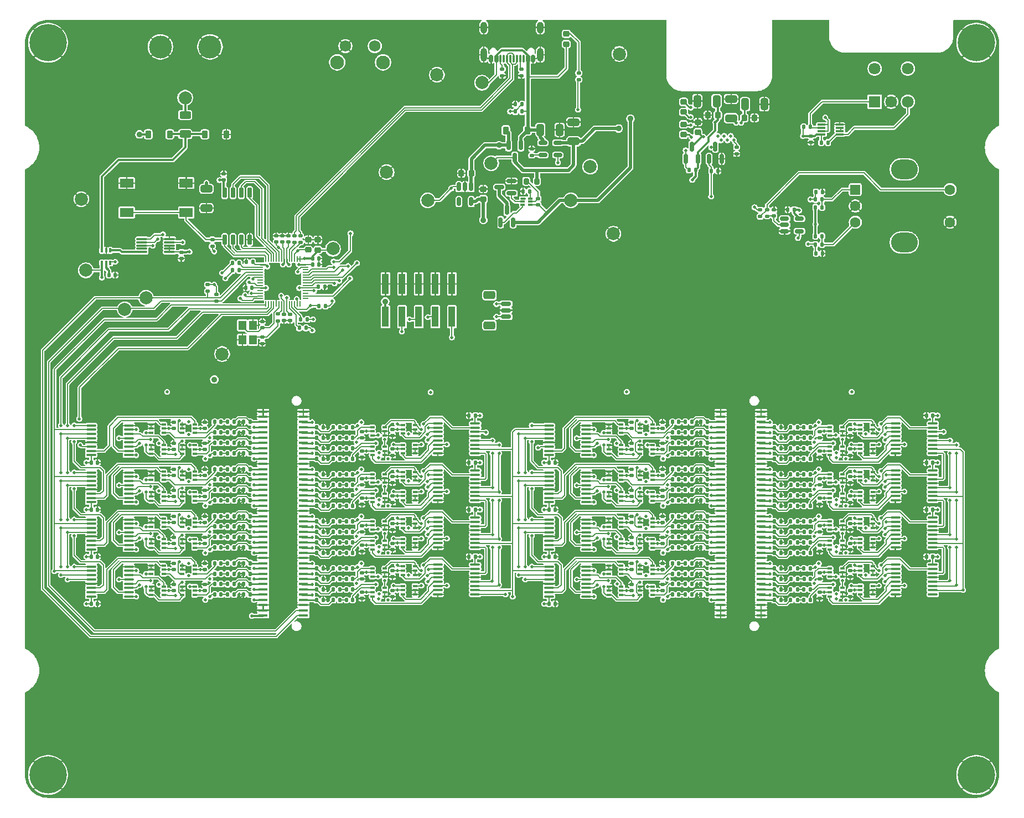
<source format=gbr>
%TF.GenerationSoftware,KiCad,Pcbnew,9.0.0-rc1*%
%TF.CreationDate,2025-02-07T13:50:11-05:00*%
%TF.ProjectId,ephys-test-board,65706879-732d-4746-9573-742d626f6172,B*%
%TF.SameCoordinates,Original*%
%TF.FileFunction,Copper,L1,Top*%
%TF.FilePolarity,Positive*%
%FSLAX46Y46*%
G04 Gerber Fmt 4.6, Leading zero omitted, Abs format (unit mm)*
G04 Created by KiCad (PCBNEW 9.0.0-rc1) date 2025-02-07 13:50:11*
%MOMM*%
%LPD*%
G01*
G04 APERTURE LIST*
G04 Aperture macros list*
%AMRoundRect*
0 Rectangle with rounded corners*
0 $1 Rounding radius*
0 $2 $3 $4 $5 $6 $7 $8 $9 X,Y pos of 4 corners*
0 Add a 4 corners polygon primitive as box body*
4,1,4,$2,$3,$4,$5,$6,$7,$8,$9,$2,$3,0*
0 Add four circle primitives for the rounded corners*
1,1,$1+$1,$2,$3*
1,1,$1+$1,$4,$5*
1,1,$1+$1,$6,$7*
1,1,$1+$1,$8,$9*
0 Add four rect primitives between the rounded corners*
20,1,$1+$1,$2,$3,$4,$5,0*
20,1,$1+$1,$4,$5,$6,$7,0*
20,1,$1+$1,$6,$7,$8,$9,0*
20,1,$1+$1,$8,$9,$2,$3,0*%
G04 Aperture macros list end*
%TA.AperFunction,SMDPad,CuDef*%
%ADD10RoundRect,0.135000X0.135000X0.185000X-0.135000X0.185000X-0.135000X-0.185000X0.135000X-0.185000X0*%
%TD*%
%TA.AperFunction,SMDPad,CuDef*%
%ADD11RoundRect,0.135000X-0.135000X-0.185000X0.135000X-0.185000X0.135000X0.185000X-0.135000X0.185000X0*%
%TD*%
%TA.AperFunction,SMDPad,CuDef*%
%ADD12RoundRect,0.140000X-0.140000X-0.170000X0.140000X-0.170000X0.140000X0.170000X-0.140000X0.170000X0*%
%TD*%
%TA.AperFunction,SMDPad,CuDef*%
%ADD13RoundRect,0.140000X0.140000X0.170000X-0.140000X0.170000X-0.140000X-0.170000X0.140000X-0.170000X0*%
%TD*%
%TA.AperFunction,SMDPad,CuDef*%
%ADD14RoundRect,0.100000X0.225000X0.100000X-0.225000X0.100000X-0.225000X-0.100000X0.225000X-0.100000X0*%
%TD*%
%TA.AperFunction,SMDPad,CuDef*%
%ADD15RoundRect,0.135000X-0.185000X0.135000X-0.185000X-0.135000X0.185000X-0.135000X0.185000X0.135000X0*%
%TD*%
%TA.AperFunction,SMDPad,CuDef*%
%ADD16RoundRect,0.140000X-0.170000X0.140000X-0.170000X-0.140000X0.170000X-0.140000X0.170000X0.140000X0*%
%TD*%
%TA.AperFunction,SMDPad,CuDef*%
%ADD17RoundRect,0.100000X-0.637500X-0.100000X0.637500X-0.100000X0.637500X0.100000X-0.637500X0.100000X0*%
%TD*%
%TA.AperFunction,SMDPad,CuDef*%
%ADD18RoundRect,0.100000X-0.225000X-0.100000X0.225000X-0.100000X0.225000X0.100000X-0.225000X0.100000X0*%
%TD*%
%TA.AperFunction,SMDPad,CuDef*%
%ADD19RoundRect,0.200000X-0.200000X-0.275000X0.200000X-0.275000X0.200000X0.275000X-0.200000X0.275000X0*%
%TD*%
%TA.AperFunction,SMDPad,CuDef*%
%ADD20RoundRect,0.225000X-0.225000X-0.375000X0.225000X-0.375000X0.225000X0.375000X-0.225000X0.375000X0*%
%TD*%
%TA.AperFunction,SMDPad,CuDef*%
%ADD21RoundRect,0.140000X0.170000X-0.140000X0.170000X0.140000X-0.170000X0.140000X-0.170000X-0.140000X0*%
%TD*%
%TA.AperFunction,SMDPad,CuDef*%
%ADD22RoundRect,0.250000X0.650000X-0.325000X0.650000X0.325000X-0.650000X0.325000X-0.650000X-0.325000X0*%
%TD*%
%TA.AperFunction,SMDPad,CuDef*%
%ADD23C,2.000000*%
%TD*%
%TA.AperFunction,SMDPad,CuDef*%
%ADD24RoundRect,0.225000X-0.250000X0.225000X-0.250000X-0.225000X0.250000X-0.225000X0.250000X0.225000X0*%
%TD*%
%TA.AperFunction,SMDPad,CuDef*%
%ADD25RoundRect,0.250000X-0.650000X0.325000X-0.650000X-0.325000X0.650000X-0.325000X0.650000X0.325000X0*%
%TD*%
%TA.AperFunction,SMDPad,CuDef*%
%ADD26R,1.450000X0.457000*%
%TD*%
%TA.AperFunction,SMDPad,CuDef*%
%ADD27RoundRect,0.150000X-0.150000X0.587500X-0.150000X-0.587500X0.150000X-0.587500X0.150000X0.587500X0*%
%TD*%
%TA.AperFunction,SMDPad,CuDef*%
%ADD28RoundRect,0.225000X0.250000X-0.225000X0.250000X0.225000X-0.250000X0.225000X-0.250000X-0.225000X0*%
%TD*%
%TA.AperFunction,SMDPad,CuDef*%
%ADD29RoundRect,0.250000X-0.325000X-0.650000X0.325000X-0.650000X0.325000X0.650000X-0.325000X0.650000X0*%
%TD*%
%TA.AperFunction,ComponentPad*%
%ADD30C,2.100000*%
%TD*%
%TA.AperFunction,ComponentPad*%
%ADD31C,1.750000*%
%TD*%
%TA.AperFunction,SMDPad,CuDef*%
%ADD32RoundRect,0.150000X0.625000X-0.150000X0.625000X0.150000X-0.625000X0.150000X-0.625000X-0.150000X0*%
%TD*%
%TA.AperFunction,SMDPad,CuDef*%
%ADD33RoundRect,0.250000X0.650000X-0.350000X0.650000X0.350000X-0.650000X0.350000X-0.650000X-0.350000X0*%
%TD*%
%TA.AperFunction,SMDPad,CuDef*%
%ADD34RoundRect,0.100000X0.637500X0.100000X-0.637500X0.100000X-0.637500X-0.100000X0.637500X-0.100000X0*%
%TD*%
%TA.AperFunction,SMDPad,CuDef*%
%ADD35RoundRect,0.150000X0.150000X-0.587500X0.150000X0.587500X-0.150000X0.587500X-0.150000X-0.587500X0*%
%TD*%
%TA.AperFunction,SMDPad,CuDef*%
%ADD36RoundRect,0.135000X0.185000X-0.135000X0.185000X0.135000X-0.185000X0.135000X-0.185000X-0.135000X0*%
%TD*%
%TA.AperFunction,SMDPad,CuDef*%
%ADD37R,2.100000X1.400000*%
%TD*%
%TA.AperFunction,SMDPad,CuDef*%
%ADD38RoundRect,0.150000X0.512500X0.150000X-0.512500X0.150000X-0.512500X-0.150000X0.512500X-0.150000X0*%
%TD*%
%TA.AperFunction,SMDPad,CuDef*%
%ADD39RoundRect,0.070000X-0.355000X0.070000X-0.355000X-0.070000X0.355000X-0.070000X0.355000X0.070000X0*%
%TD*%
%TA.AperFunction,SMDPad,CuDef*%
%ADD40RoundRect,0.070000X-0.305000X0.070000X-0.305000X-0.070000X0.305000X-0.070000X0.305000X0.070000X0*%
%TD*%
%TA.AperFunction,ComponentPad*%
%ADD41RoundRect,0.250000X-0.550000X-0.550000X0.550000X-0.550000X0.550000X0.550000X-0.550000X0.550000X0*%
%TD*%
%TA.AperFunction,ComponentPad*%
%ADD42C,1.600000*%
%TD*%
%TA.AperFunction,ComponentPad*%
%ADD43O,4.100000X3.000000*%
%TD*%
%TA.AperFunction,SMDPad,CuDef*%
%ADD44RoundRect,0.250000X-0.625000X0.312500X-0.625000X-0.312500X0.625000X-0.312500X0.625000X0.312500X0*%
%TD*%
%TA.AperFunction,SMDPad,CuDef*%
%ADD45RoundRect,0.225000X0.225000X0.250000X-0.225000X0.250000X-0.225000X-0.250000X0.225000X-0.250000X0*%
%TD*%
%TA.AperFunction,SMDPad,CuDef*%
%ADD46RoundRect,0.150000X0.150000X-0.650000X0.150000X0.650000X-0.150000X0.650000X-0.150000X-0.650000X0*%
%TD*%
%TA.AperFunction,ComponentPad*%
%ADD47C,5.700000*%
%TD*%
%TA.AperFunction,SMDPad,CuDef*%
%ADD48R,1.200000X1.400000*%
%TD*%
%TA.AperFunction,SMDPad,CuDef*%
%ADD49RoundRect,0.087500X0.725000X0.087500X-0.725000X0.087500X-0.725000X-0.087500X0.725000X-0.087500X0*%
%TD*%
%TA.AperFunction,ComponentPad*%
%ADD50R,1.800000X1.800000*%
%TD*%
%TA.AperFunction,ComponentPad*%
%ADD51C,1.800000*%
%TD*%
%TA.AperFunction,SMDPad,CuDef*%
%ADD52RoundRect,0.050000X-0.387500X-0.050000X0.387500X-0.050000X0.387500X0.050000X-0.387500X0.050000X0*%
%TD*%
%TA.AperFunction,SMDPad,CuDef*%
%ADD53RoundRect,0.050000X-0.050000X-0.387500X0.050000X-0.387500X0.050000X0.387500X-0.050000X0.387500X0*%
%TD*%
%TA.AperFunction,HeatsinkPad*%
%ADD54R,3.200000X3.200000*%
%TD*%
%TA.AperFunction,ComponentPad*%
%ADD55C,2.000000*%
%TD*%
%TA.AperFunction,ComponentPad*%
%ADD56C,3.500000*%
%TD*%
%TA.AperFunction,SMDPad,CuDef*%
%ADD57RoundRect,0.100000X-0.100000X0.225000X-0.100000X-0.225000X0.100000X-0.225000X0.100000X0.225000X0*%
%TD*%
%TA.AperFunction,SMDPad,CuDef*%
%ADD58RoundRect,0.150000X-0.512500X-0.150000X0.512500X-0.150000X0.512500X0.150000X-0.512500X0.150000X0*%
%TD*%
%TA.AperFunction,SMDPad,CuDef*%
%ADD59RoundRect,0.150000X-0.150000X0.512500X-0.150000X-0.512500X0.150000X-0.512500X0.150000X0.512500X0*%
%TD*%
%TA.AperFunction,SMDPad,CuDef*%
%ADD60RoundRect,0.087500X0.537500X0.087500X-0.537500X0.087500X-0.537500X-0.087500X0.537500X-0.087500X0*%
%TD*%
%TA.AperFunction,SMDPad,CuDef*%
%ADD61RoundRect,0.218750X-0.256250X0.218750X-0.256250X-0.218750X0.256250X-0.218750X0.256250X0.218750X0*%
%TD*%
%TA.AperFunction,SMDPad,CuDef*%
%ADD62RoundRect,0.250000X0.325000X0.650000X-0.325000X0.650000X-0.325000X-0.650000X0.325000X-0.650000X0*%
%TD*%
%TA.AperFunction,SMDPad,CuDef*%
%ADD63RoundRect,0.225000X-0.225000X-0.250000X0.225000X-0.250000X0.225000X0.250000X-0.225000X0.250000X0*%
%TD*%
%TA.AperFunction,SMDPad,CuDef*%
%ADD64R,1.000000X3.150000*%
%TD*%
%TA.AperFunction,SMDPad,CuDef*%
%ADD65RoundRect,0.150000X0.150000X0.425000X-0.150000X0.425000X-0.150000X-0.425000X0.150000X-0.425000X0*%
%TD*%
%TA.AperFunction,SMDPad,CuDef*%
%ADD66RoundRect,0.075000X0.075000X0.500000X-0.075000X0.500000X-0.075000X-0.500000X0.075000X-0.500000X0*%
%TD*%
%TA.AperFunction,HeatsinkPad*%
%ADD67O,1.000000X2.100000*%
%TD*%
%TA.AperFunction,HeatsinkPad*%
%ADD68O,1.000000X1.800000*%
%TD*%
%TA.AperFunction,SMDPad,CuDef*%
%ADD69RoundRect,0.150000X0.587500X0.150000X-0.587500X0.150000X-0.587500X-0.150000X0.587500X-0.150000X0*%
%TD*%
%TA.AperFunction,ViaPad*%
%ADD70C,0.500000*%
%TD*%
%TA.AperFunction,ViaPad*%
%ADD71C,0.900000*%
%TD*%
%TA.AperFunction,Conductor*%
%ADD72C,0.200000*%
%TD*%
%TA.AperFunction,Conductor*%
%ADD73C,0.300000*%
%TD*%
%TA.AperFunction,Conductor*%
%ADD74C,0.500000*%
%TD*%
%TA.AperFunction,Conductor*%
%ADD75C,0.250000*%
%TD*%
%TA.AperFunction,Conductor*%
%ADD76C,0.150000*%
%TD*%
%TA.AperFunction,Conductor*%
%ADD77C,0.155400*%
%TD*%
G04 APERTURE END LIST*
D10*
%TO.P,R101,1*%
%TO.N,Net-(C112-Pad1)*%
X173635000Y-129825000D03*
%TO.P,R101,2*%
%TO.N,/Headstage IO/B5.E_{7}*%
X172615000Y-129825000D03*
%TD*%
D11*
%TO.P,R127,1*%
%TO.N,/Headstage IO/B7.E_{5}*%
X170115000Y-142625000D03*
%TO.P,R127,2*%
%TO.N,GND*%
X171135000Y-142625000D03*
%TD*%
D12*
%TO.P,C272,1*%
%TO.N,Net-(C272-Pad1)*%
X244645000Y-139425000D03*
%TO.P,C272,2*%
%TO.N,Net-(C272-Pad2)*%
X245605000Y-139425000D03*
%TD*%
D10*
%TO.P,R38,1*%
%TO.N,/Headstage IO/B2.E_{0}*%
X159910000Y-131400000D03*
%TO.P,R38,2*%
%TO.N,GND*%
X158890000Y-131400000D03*
%TD*%
D13*
%TO.P,C253,1*%
%TO.N,VCC*%
X264367500Y-123200000D03*
%TO.P,C253,2*%
%TO.N,GND*%
X263407500Y-123200000D03*
%TD*%
D14*
%TO.P,U130,1*%
%TO.N,GND*%
X255175000Y-133175000D03*
%TO.P,U130,2,GND*%
X255175000Y-132525000D03*
%TO.P,U130,3*%
%TO.N,TESTSIG*%
X255175000Y-131875000D03*
%TO.P,U130,4*%
%TO.N,Net-(C255-Pad2)*%
X253275000Y-131875000D03*
%TO.P,U130,5,VCC*%
%TO.N,VCC*%
X253275000Y-132525000D03*
%TO.P,U130,6*%
%TO.N,/Signal Routing 14/S_{1}*%
X253275000Y-133175000D03*
%TD*%
D15*
%TO.P,R266,1*%
%TO.N,Net-(J6-CC1)*%
X201400000Y-62990000D03*
%TO.P,R266,2*%
%TO.N,GND*%
X201400000Y-64010000D03*
%TD*%
D11*
%TO.P,R215,1*%
%TO.N,/Headstage IO/B13.E_{1}*%
X240115000Y-125025000D03*
%TO.P,R215,2*%
%TO.N,GND*%
X241135000Y-125025000D03*
%TD*%
D12*
%TO.P,C185,1*%
%TO.N,VCC*%
X205620000Y-130400000D03*
%TO.P,C185,2*%
%TO.N,GND*%
X206580000Y-130400000D03*
%TD*%
D16*
%TO.P,C3,1*%
%TO.N,Net-(C3-Pad1)*%
X161800000Y-104020000D03*
%TO.P,C3,2*%
%TO.N,GND*%
X161800000Y-104980000D03*
%TD*%
%TO.P,C106,1*%
%TO.N,VCC*%
X177025000Y-125645000D03*
%TO.P,C106,2*%
%TO.N,GND*%
X177025000Y-126605000D03*
%TD*%
D10*
%TO.P,R93,1*%
%TO.N,Net-(C104-Pad1)*%
X173645000Y-126625000D03*
%TO.P,R93,2*%
%TO.N,/Headstage IO/B5.E_{3}*%
X172625000Y-126625000D03*
%TD*%
D17*
%TO.P,U128,1,Q_{B}*%
%TO.N,/Signal Routing 13/S_{1}*%
X258625000Y-124425000D03*
%TO.P,U128,2,Q_{C}*%
%TO.N,/Signal Routing 13/S_{2}*%
X258625000Y-125075000D03*
%TO.P,U128,3,Q_{D}*%
%TO.N,/Signal Routing 13/S_{3}*%
X258625000Y-125725000D03*
%TO.P,U128,4,Q_{E}*%
%TO.N,/Signal Routing 13/S_{4}*%
X258625000Y-126375000D03*
%TO.P,U128,5,Q_{F}*%
%TO.N,/Signal Routing 13/S_{5}*%
X258625000Y-127025000D03*
%TO.P,U128,6,Q_{G}*%
%TO.N,/Signal Routing 13/S_{6}*%
X258625000Y-127675000D03*
%TO.P,U128,7,Q_{H}*%
%TO.N,/Signal Routing 13/S_{7}*%
X258625000Y-128325000D03*
%TO.P,U128,8,GND*%
%TO.N,GND*%
X258625000Y-128975000D03*
%TO.P,U128,9,Q_{H'}*%
%TO.N,/Signal Routing 13/SR_{OUT}*%
X264350000Y-128975000D03*
%TO.P,U128,10,~{SRCLR}*%
%TO.N,SR_{~{SRCLR}}*%
X264350000Y-128325000D03*
%TO.P,U128,11,SRCLK*%
%TO.N,SR_{SRCLK}*%
X264350000Y-127675000D03*
%TO.P,U128,12,RCLK*%
%TO.N,SR_{RCLK}*%
X264350000Y-127025000D03*
%TO.P,U128,13,~{OE}*%
%TO.N,GND*%
X264350000Y-126375000D03*
%TO.P,U128,14,SER*%
%TO.N,/Signal Routing 12/SR_{OUT}*%
X264350000Y-125725000D03*
%TO.P,U128,15,Q_{A}*%
%TO.N,/Signal Routing 13/S_{0}*%
X264350000Y-125075000D03*
%TO.P,U128,16,VCC*%
%TO.N,VCC*%
X264350000Y-124425000D03*
%TD*%
D10*
%TO.P,R22,1*%
%TO.N,/Headstage IO/B1.E_{0}*%
X159910000Y-124200000D03*
%TO.P,R22,2*%
%TO.N,GND*%
X158890000Y-124200000D03*
%TD*%
D11*
%TO.P,R119,1*%
%TO.N,/Headstage IO/B7.E_{1}*%
X170115000Y-139425000D03*
%TO.P,R119,2*%
%TO.N,GND*%
X171135000Y-139425000D03*
%TD*%
D13*
%TO.P,C196,1*%
%TO.N,Net-(C196-Pad1)*%
X225480000Y-136200000D03*
%TO.P,C196,2*%
%TO.N,Net-(C196-Pad2)*%
X224520000Y-136200000D03*
%TD*%
D16*
%TO.P,C131,1*%
%TO.N,VCC*%
X177025000Y-135845000D03*
%TO.P,C131,2*%
%TO.N,GND*%
X177025000Y-136805000D03*
%TD*%
D10*
%TO.P,R251,1*%
%TO.N,Net-(C272-Pad1)*%
X243635000Y-139425000D03*
%TO.P,R251,2*%
%TO.N,/Headstage IO/B15.E_{1}*%
X242615000Y-139425000D03*
%TD*%
D11*
%TO.P,R42,1*%
%TO.N,Net-(C50-Pad1)*%
X156490000Y-131400000D03*
%TO.P,R42,2*%
%TO.N,/Headstage IO/B2.E_{0}*%
X157510000Y-131400000D03*
%TD*%
D15*
%TO.P,R267,1*%
%TO.N,Net-(J6-CC2)*%
X198500000Y-62990000D03*
%TO.P,R267,2*%
%TO.N,GND*%
X198500000Y-64010000D03*
%TD*%
D18*
%TO.P,U7,1*%
%TO.N,GND*%
X149550000Y-120550000D03*
%TO.P,U7,2,GND*%
X149550000Y-121200000D03*
%TO.P,U7,3*%
%TO.N,TESTSIG*%
X149550000Y-121850000D03*
%TO.P,U7,4*%
%TO.N,Net-(C24-Pad2)*%
X151450000Y-121850000D03*
%TO.P,U7,5,VCC*%
%TO.N,VCC*%
X151450000Y-121200000D03*
%TO.P,U7,6*%
%TO.N,/Signal Routing 0/S_{4}*%
X151450000Y-120550000D03*
%TD*%
D10*
%TO.P,R219,1*%
%TO.N,Net-(C238-Pad1)*%
X243635000Y-125025000D03*
%TO.P,R219,2*%
%TO.N,/Headstage IO/B13.E_{1}*%
X242615000Y-125025000D03*
%TD*%
D18*
%TO.P,U77,1*%
%TO.N,GND*%
X214800000Y-117350000D03*
%TO.P,U77,2,GND*%
X214800000Y-118000000D03*
%TO.P,U77,3*%
%TO.N,TESTSIG*%
X214800000Y-118650000D03*
%TO.P,U77,4*%
%TO.N,Net-(C154-Pad2)*%
X216700000Y-118650000D03*
%TO.P,U77,5,VCC*%
%TO.N,VCC*%
X216700000Y-118000000D03*
%TO.P,U77,6*%
%TO.N,/Signal Routing 8/S_{2}*%
X216700000Y-117350000D03*
%TD*%
D11*
%TO.P,R170,1*%
%TO.N,Net-(C186-Pad1)*%
X226490000Y-131400000D03*
%TO.P,R170,2*%
%TO.N,/Headstage IO/B10.E_{0}*%
X227510000Y-131400000D03*
%TD*%
D15*
%TO.P,R278,1*%
%TO.N,Net-(R269-Pad2)*%
X239000000Y-84490000D03*
%TO.P,R278,2*%
%TO.N,Net-(C294-Pad1)*%
X239000000Y-85510000D03*
%TD*%
D10*
%TO.P,R107,1*%
%TO.N,Net-(C119-Pad1)*%
X173635000Y-132225000D03*
%TO.P,R107,2*%
%TO.N,/Headstage IO/B6.E_{1}*%
X172615000Y-132225000D03*
%TD*%
%TO.P,R205,1*%
%TO.N,Net-(C223-Pad1)*%
X243645000Y-119425000D03*
%TO.P,R205,2*%
%TO.N,/Headstage IO/B12.E_{3}*%
X242625000Y-119425000D03*
%TD*%
D14*
%TO.P,U112,1*%
%TO.N,GND*%
X255175000Y-118775000D03*
%TO.P,U112,2,GND*%
X255175000Y-118125000D03*
%TO.P,U112,3*%
%TO.N,TESTSIG*%
X255175000Y-117475000D03*
%TO.P,U112,4*%
%TO.N,Net-(C221-Pad2)*%
X253275000Y-117475000D03*
%TO.P,U112,5,VCC*%
%TO.N,VCC*%
X253275000Y-118125000D03*
%TO.P,U112,6*%
%TO.N,/Signal Routing 12/S_{1}*%
X253275000Y-118775000D03*
%TD*%
D19*
%TO.P,R270,1*%
%TO.N,Net-(U152-BAT)*%
X202162500Y-80175000D03*
%TO.P,R270,2*%
%TO.N,+BATT*%
X203812500Y-80175000D03*
%TD*%
D20*
%TO.P,D1,1,K*%
%TO.N,VCC*%
X144350000Y-73000000D03*
%TO.P,D1,2,A*%
%TO.N,/Test Signal/TEST_{EXT}*%
X147650000Y-73000000D03*
%TD*%
D17*
%TO.P,U56,1,Q_{B}*%
%TO.N,/Signal Routing 5/S_{1}*%
X188625000Y-124425000D03*
%TO.P,U56,2,Q_{C}*%
%TO.N,/Signal Routing 5/S_{2}*%
X188625000Y-125075000D03*
%TO.P,U56,3,Q_{D}*%
%TO.N,/Signal Routing 5/S_{3}*%
X188625000Y-125725000D03*
%TO.P,U56,4,Q_{E}*%
%TO.N,/Signal Routing 5/S_{4}*%
X188625000Y-126375000D03*
%TO.P,U56,5,Q_{F}*%
%TO.N,/Signal Routing 5/S_{5}*%
X188625000Y-127025000D03*
%TO.P,U56,6,Q_{G}*%
%TO.N,/Signal Routing 5/S_{6}*%
X188625000Y-127675000D03*
%TO.P,U56,7,Q_{H}*%
%TO.N,/Signal Routing 5/S_{7}*%
X188625000Y-128325000D03*
%TO.P,U56,8,GND*%
%TO.N,GND*%
X188625000Y-128975000D03*
%TO.P,U56,9,Q_{H'}*%
%TO.N,/Signal Routing 5/SR_{OUT}*%
X194350000Y-128975000D03*
%TO.P,U56,10,~{SRCLR}*%
%TO.N,SR_{~{SRCLR}}*%
X194350000Y-128325000D03*
%TO.P,U56,11,SRCLK*%
%TO.N,SR_{SRCLK}*%
X194350000Y-127675000D03*
%TO.P,U56,12,RCLK*%
%TO.N,SR_{RCLK}*%
X194350000Y-127025000D03*
%TO.P,U56,13,~{OE}*%
%TO.N,GND*%
X194350000Y-126375000D03*
%TO.P,U56,14,SER*%
%TO.N,/Signal Routing 4/SR_{OUT}*%
X194350000Y-125725000D03*
%TO.P,U56,15,Q_{A}*%
%TO.N,/Signal Routing 5/S_{0}*%
X194350000Y-125075000D03*
%TO.P,U56,16,VCC*%
%TO.N,VCC*%
X194350000Y-124425000D03*
%TD*%
D21*
%TO.P,C156,1*%
%TO.N,VCC*%
X223000000Y-118000000D03*
%TO.P,C156,2*%
%TO.N,GND*%
X223000000Y-117040000D03*
%TD*%
D10*
%TO.P,R160,1*%
%TO.N,/Headstage IO/B9.E_{6}*%
X229910000Y-129000000D03*
%TO.P,R160,2*%
%TO.N,GND*%
X228890000Y-129000000D03*
%TD*%
D22*
%TO.P,C289,1*%
%TO.N,+BATT*%
X209400000Y-74075000D03*
%TO.P,C289,2*%
%TO.N,GND*%
X209400000Y-71125000D03*
%TD*%
D18*
%TO.P,U16,1*%
%TO.N,GND*%
X149550000Y-127750000D03*
%TO.P,U16,2,GND*%
X149550000Y-128400000D03*
%TO.P,U16,3*%
%TO.N,TESTSIG*%
X149550000Y-129050000D03*
%TO.P,U16,4*%
%TO.N,Net-(C41-Pad2)*%
X151450000Y-129050000D03*
%TO.P,U16,5,VCC*%
%TO.N,VCC*%
X151450000Y-128400000D03*
%TO.P,U16,6*%
%TO.N,/Signal Routing 1/S_{4}*%
X151450000Y-127750000D03*
%TD*%
D13*
%TO.P,C18,1*%
%TO.N,Net-(C18-Pad1)*%
X155480000Y-118600000D03*
%TO.P,C18,2*%
%TO.N,Net-(C18-Pad2)*%
X154520000Y-118600000D03*
%TD*%
D15*
%TO.P,R285,1*%
%TO.N,VCC*%
X154750000Y-97490000D03*
%TO.P,R285,2*%
%TO.N,/Headstage IO/SCL*%
X154750000Y-98510000D03*
%TD*%
D16*
%TO.P,C235,1*%
%TO.N,VCC*%
X251725000Y-121145000D03*
%TO.P,C235,2*%
%TO.N,GND*%
X251725000Y-122105000D03*
%TD*%
D13*
%TO.P,C134,1*%
%TO.N,VCC*%
X194367500Y-130400000D03*
%TO.P,C134,2*%
%TO.N,GND*%
X193407500Y-130400000D03*
%TD*%
D23*
%TO.P,TP11,1,1*%
%TO.N,/Headstage IO/SCL*%
X140750000Y-99750000D03*
%TD*%
%TO.P,TP3,1,1*%
%TO.N,GND*%
X188500000Y-63900000D03*
%TD*%
D11*
%TO.P,R217,1*%
%TO.N,/Headstage IO/B13.E_{3}*%
X240115000Y-126625000D03*
%TO.P,R217,2*%
%TO.N,GND*%
X241135000Y-126625000D03*
%TD*%
D12*
%TO.P,C136,1*%
%TO.N,Net-(C136-Pad1)*%
X174645000Y-139425000D03*
%TO.P,C136,2*%
%TO.N,Net-(C136-Pad2)*%
X175605000Y-139425000D03*
%TD*%
%TO.P,C129,1*%
%TO.N,Net-(C129-Pad1)*%
X174645000Y-137025000D03*
%TO.P,C129,2*%
%TO.N,Net-(C129-Pad2)*%
X175605000Y-137025000D03*
%TD*%
D10*
%TO.P,R131,1*%
%TO.N,Net-(C144-Pad1)*%
X173635000Y-142625000D03*
%TO.P,R131,2*%
%TO.N,/Headstage IO/B7.E_{5}*%
X172615000Y-142625000D03*
%TD*%
D12*
%TO.P,C95,1*%
%TO.N,Net-(C95-Pad1)*%
X174645000Y-122625000D03*
%TO.P,C95,2*%
%TO.N,Net-(C95-Pad2)*%
X175605000Y-122625000D03*
%TD*%
%TO.P,C138,1*%
%TO.N,Net-(C138-Pad1)*%
X174655000Y-141025000D03*
%TO.P,C138,2*%
%TO.N,Net-(C138-Pad2)*%
X175615000Y-141025000D03*
%TD*%
D10*
%TO.P,R253,1*%
%TO.N,Net-(C274-Pad1)*%
X243645000Y-141025000D03*
%TO.P,R253,2*%
%TO.N,/Headstage IO/B15.E_{3}*%
X242625000Y-141025000D03*
%TD*%
D24*
%TO.P,C300,1*%
%TO.N,GND*%
X228400000Y-71125000D03*
%TO.P,C300,2*%
%TO.N,/User IO/VBAT*%
X228400000Y-72675000D03*
%TD*%
D12*
%TO.P,C246,1*%
%TO.N,Net-(C246-Pad1)*%
X244645000Y-128225000D03*
%TO.P,C246,2*%
%TO.N,Net-(C246-Pad2)*%
X245605000Y-128225000D03*
%TD*%
D13*
%TO.P,C194,1*%
%TO.N,Net-(C194-Pad1)*%
X225480000Y-134600000D03*
%TO.P,C194,2*%
%TO.N,Net-(C194-Pad2)*%
X224520000Y-134600000D03*
%TD*%
D18*
%TO.P,U93,1*%
%TO.N,GND*%
X219550000Y-131750000D03*
%TO.P,U93,2,GND*%
X219550000Y-132400000D03*
%TO.P,U93,3*%
%TO.N,TESTSIG*%
X219550000Y-133050000D03*
%TO.P,U93,4*%
%TO.N,Net-(C186-Pad2)*%
X221450000Y-133050000D03*
%TO.P,U93,5,VCC*%
%TO.N,VCC*%
X221450000Y-132400000D03*
%TO.P,U93,6*%
%TO.N,/Signal Routing 10/S_{0}*%
X221450000Y-131750000D03*
%TD*%
D25*
%TO.P,C290,1*%
%TO.N,VCC*%
X153250000Y-81325000D03*
%TO.P,C290,2*%
%TO.N,GND*%
X153250000Y-84275000D03*
%TD*%
D21*
%TO.P,C14,1*%
%TO.N,VCC*%
X164849999Y-89480000D03*
%TO.P,C14,2*%
%TO.N,GND*%
X164849999Y-88520000D03*
%TD*%
%TO.P,C175,1*%
%TO.N,VCC*%
X218250000Y-125200000D03*
%TO.P,C175,2*%
%TO.N,GND*%
X218250000Y-124240000D03*
%TD*%
D12*
%TO.P,C104,1*%
%TO.N,Net-(C104-Pad1)*%
X174655000Y-126625000D03*
%TO.P,C104,2*%
%TO.N,Net-(C104-Pad2)*%
X175615000Y-126625000D03*
%TD*%
D15*
%TO.P,R283,1*%
%TO.N,Net-(D4-K)*%
X210200000Y-63590000D03*
%TO.P,R283,2*%
%TO.N,Net-(U153-STAT)*%
X210200000Y-64610000D03*
%TD*%
D13*
%TO.P,C203,1*%
%TO.N,Net-(C203-Pad1)*%
X225480000Y-138600000D03*
%TO.P,C203,2*%
%TO.N,Net-(C203-Pad2)*%
X224520000Y-138600000D03*
%TD*%
D16*
%TO.P,C5,1*%
%TO.N,Net-(U2-VREG_VOUT)*%
X166050000Y-100520000D03*
%TO.P,C5,2*%
%TO.N,GND*%
X166050000Y-101480000D03*
%TD*%
D11*
%TO.P,R71,1*%
%TO.N,/Headstage IO/B4.E_{1}*%
X170115000Y-117825000D03*
%TO.P,R71,2*%
%TO.N,GND*%
X171135000Y-117825000D03*
%TD*%
D14*
%TO.P,U42,1*%
%TO.N,GND*%
X180525000Y-119075000D03*
%TO.P,U42,2,GND*%
X180525000Y-118425000D03*
%TO.P,U42,3*%
%TO.N,TESTSIG*%
X180525000Y-117775000D03*
%TO.P,U42,4*%
%TO.N,Net-(C87-Pad2)*%
X178625000Y-117775000D03*
%TO.P,U42,5,VCC*%
%TO.N,VCC*%
X178625000Y-118425000D03*
%TO.P,U42,6*%
%TO.N,/Signal Routing 4/S_{3}*%
X178625000Y-119075000D03*
%TD*%
D11*
%TO.P,R58,1*%
%TO.N,Net-(C67-Pad1)*%
X156490000Y-138600000D03*
%TO.P,R58,2*%
%TO.N,/Headstage IO/B3.E_{0}*%
X157510000Y-138600000D03*
%TD*%
D26*
%TO.P,J3,1,Pin_1*%
%TO.N,GND*%
X238086000Y-115400000D03*
%TO.P,J3,2,Pin_2*%
X231914000Y-115400000D03*
%TO.P,J3,3,Pin_3*%
X238086000Y-116200000D03*
%TO.P,J3,4,Pin_4*%
X231914000Y-116200000D03*
%TO.P,J3,5,Pin_5*%
%TO.N,/Headstage IO/B12.E_{0}*%
X238086000Y-117000000D03*
%TO.P,J3,6,Pin_6*%
%TO.N,/Headstage IO/B8.E_{0}*%
X231914000Y-117000000D03*
%TO.P,J3,7,Pin_7*%
%TO.N,/Headstage IO/B12.E_{1}*%
X238086000Y-117800000D03*
%TO.P,J3,8,Pin_8*%
%TO.N,/Headstage IO/B8.E_{1}*%
X231914000Y-117800000D03*
%TO.P,J3,9,Pin_9*%
%TO.N,/Headstage IO/B12.E_{2}*%
X238086000Y-118600000D03*
%TO.P,J3,10,Pin_10*%
%TO.N,/Headstage IO/B8.E_{2}*%
X231914000Y-118600000D03*
%TO.P,J3,11,Pin_11*%
%TO.N,/Headstage IO/B12.E_{3}*%
X238086000Y-119400000D03*
%TO.P,J3,12,Pin_12*%
%TO.N,/Headstage IO/B8.E_{3}*%
X231914000Y-119400000D03*
%TO.P,J3,13,Pin_13*%
%TO.N,/Headstage IO/B12.E_{4}*%
X238086000Y-120200000D03*
%TO.P,J3,14,Pin_14*%
%TO.N,/Headstage IO/B8.E_{4}*%
X231914000Y-120200000D03*
%TO.P,J3,15,Pin_15*%
%TO.N,/Headstage IO/B12.E_{5}*%
X238086000Y-121000000D03*
%TO.P,J3,16,Pin_16*%
%TO.N,/Headstage IO/B8.E_{5}*%
X231914000Y-121000000D03*
%TO.P,J3,17,Pin_17*%
%TO.N,/Headstage IO/B12.E_{6}*%
X238086000Y-121800000D03*
%TO.P,J3,18,Pin_18*%
%TO.N,/Headstage IO/B8.E_{6}*%
X231914000Y-121800000D03*
%TO.P,J3,19,Pin_19*%
%TO.N,/Headstage IO/B12.E_{7}*%
X238086000Y-122600000D03*
%TO.P,J3,20,Pin_20*%
%TO.N,/Headstage IO/B8.E_{7}*%
X231914000Y-122600000D03*
%TO.P,J3,21,Pin_21*%
%TO.N,GND*%
X238086000Y-123400000D03*
%TO.P,J3,22,Pin_22*%
X231914000Y-123400000D03*
%TO.P,J3,23,Pin_23*%
%TO.N,/Headstage IO/B13.E_{0}*%
X238086000Y-124200000D03*
%TO.P,J3,24,Pin_24*%
%TO.N,/Headstage IO/B9.E_{0}*%
X231914000Y-124200000D03*
%TO.P,J3,25,Pin_25*%
%TO.N,/Headstage IO/B13.E_{1}*%
X238086000Y-125000000D03*
%TO.P,J3,26,Pin_26*%
%TO.N,/Headstage IO/B9.E_{1}*%
X231914000Y-125000000D03*
%TO.P,J3,27,Pin_27*%
%TO.N,/Headstage IO/B13.E_{2}*%
X238086000Y-125800000D03*
%TO.P,J3,28,Pin_28*%
%TO.N,/Headstage IO/B9.E_{2}*%
X231914000Y-125800000D03*
%TO.P,J3,29,Pin_29*%
%TO.N,/Headstage IO/B13.E_{3}*%
X238086000Y-126600000D03*
%TO.P,J3,30,Pin_30*%
%TO.N,/Headstage IO/B9.E_{3}*%
X231914000Y-126600000D03*
%TO.P,J3,31,Pin_31*%
%TO.N,/Headstage IO/B13.E_{4}*%
X238086000Y-127400000D03*
%TO.P,J3,32,Pin_32*%
%TO.N,/Headstage IO/B9.E_{4}*%
X231914000Y-127400000D03*
%TO.P,J3,33,Pin_33*%
%TO.N,/Headstage IO/B13.E_{5}*%
X238086000Y-128200000D03*
%TO.P,J3,34,Pin_34*%
%TO.N,/Headstage IO/B9.E_{5}*%
X231914000Y-128200000D03*
%TO.P,J3,35,Pin_35*%
%TO.N,/Headstage IO/B13.E_{6}*%
X238086000Y-129000000D03*
%TO.P,J3,36,Pin_36*%
%TO.N,/Headstage IO/B9.E_{6}*%
X231914000Y-129000000D03*
%TO.P,J3,37,Pin_37*%
%TO.N,/Headstage IO/B13.E_{7}*%
X238086000Y-129800000D03*
%TO.P,J3,38,Pin_38*%
%TO.N,/Headstage IO/B9.E_{7}*%
X231914000Y-129800000D03*
%TO.P,J3,39,Pin_39*%
%TO.N,GND*%
X238086000Y-130600000D03*
%TO.P,J3,40,Pin_40*%
X231914000Y-130600000D03*
%TO.P,J3,41,Pin_41*%
%TO.N,/Headstage IO/B14.E_{0}*%
X238086000Y-131400000D03*
%TO.P,J3,42,Pin_42*%
%TO.N,/Headstage IO/B10.E_{0}*%
X231914000Y-131400000D03*
%TO.P,J3,43,Pin_43*%
%TO.N,/Headstage IO/B14.E_{1}*%
X238086000Y-132200000D03*
%TO.P,J3,44,Pin_44*%
%TO.N,/Headstage IO/B10.E_{1}*%
X231914000Y-132200000D03*
%TO.P,J3,45,Pin_45*%
%TO.N,/Headstage IO/B14.E_{2}*%
X238086000Y-133000000D03*
%TO.P,J3,46,Pin_46*%
%TO.N,/Headstage IO/B10.E_{2}*%
X231914000Y-133000000D03*
%TO.P,J3,47,Pin_47*%
%TO.N,/Headstage IO/B14.E_{3}*%
X238086000Y-133800000D03*
%TO.P,J3,48,Pin_48*%
%TO.N,/Headstage IO/B10.E_{3}*%
X231914000Y-133800000D03*
%TO.P,J3,49,Pin_49*%
%TO.N,/Headstage IO/B14.E_{4}*%
X238086000Y-134600000D03*
%TO.P,J3,50,Pin_50*%
%TO.N,/Headstage IO/B10.E_{4}*%
X231914000Y-134600000D03*
%TO.P,J3,51,Pin_51*%
%TO.N,/Headstage IO/B14.E_{5}*%
X238086000Y-135400000D03*
%TO.P,J3,52,Pin_52*%
%TO.N,/Headstage IO/B10.E_{5}*%
X231914000Y-135400000D03*
%TO.P,J3,53,Pin_53*%
%TO.N,/Headstage IO/B14.E_{6}*%
X238086000Y-136200000D03*
%TO.P,J3,54,Pin_54*%
%TO.N,/Headstage IO/B10.E_{6}*%
X231914000Y-136200000D03*
%TO.P,J3,55,Pin_55*%
%TO.N,/Headstage IO/B14.E_{7}*%
X238086000Y-137000000D03*
%TO.P,J3,56,Pin_56*%
%TO.N,/Headstage IO/B10.E_{7}*%
X231914000Y-137000000D03*
%TO.P,J3,57,Pin_57*%
%TO.N,GND*%
X238086000Y-137800000D03*
%TO.P,J3,58,Pin_58*%
X231914000Y-137800000D03*
%TO.P,J3,59,Pin_59*%
%TO.N,/Headstage IO/B15.E_{0}*%
X238086000Y-138600000D03*
%TO.P,J3,60,Pin_60*%
%TO.N,/Headstage IO/B11.E_{0}*%
X231914000Y-138600000D03*
%TO.P,J3,61,Pin_61*%
%TO.N,/Headstage IO/B15.E_{1}*%
X238086000Y-139400000D03*
%TO.P,J3,62,Pin_62*%
%TO.N,/Headstage IO/B11.E_{1}*%
X231914000Y-139400000D03*
%TO.P,J3,63,Pin_63*%
%TO.N,/Headstage IO/B15.E_{2}*%
X238086000Y-140200000D03*
%TO.P,J3,64,Pin_64*%
%TO.N,/Headstage IO/B11.E_{2}*%
X231914000Y-140200000D03*
%TO.P,J3,65,Pin_65*%
%TO.N,/Headstage IO/B15.E_{3}*%
X238086000Y-141000000D03*
%TO.P,J3,66,Pin_66*%
%TO.N,/Headstage IO/B11.E_{3}*%
X231914000Y-141000000D03*
%TO.P,J3,67,Pin_67*%
%TO.N,/Headstage IO/B15.E_{4}*%
X238086000Y-141800000D03*
%TO.P,J3,68,Pin_68*%
%TO.N,/Headstage IO/B11.E_{4}*%
X231914000Y-141800000D03*
%TO.P,J3,69,Pin_69*%
%TO.N,/Headstage IO/B15.E_{5}*%
X238086000Y-142600000D03*
%TO.P,J3,70,Pin_70*%
%TO.N,/Headstage IO/B11.E_{5}*%
X231914000Y-142600000D03*
%TO.P,J3,71,Pin_71*%
%TO.N,/Headstage IO/B15.E_{6}*%
X238086000Y-143400000D03*
%TO.P,J3,72,Pin_72*%
%TO.N,/Headstage IO/B11.E_{6}*%
X231914000Y-143400000D03*
%TO.P,J3,73,Pin_73*%
%TO.N,/Headstage IO/B15.E_{7}*%
X238086000Y-144200000D03*
%TO.P,J3,74,Pin_74*%
%TO.N,/Headstage IO/B11.E_{7}*%
X231914000Y-144200000D03*
%TO.P,J3,75,Pin_75*%
%TO.N,GND*%
X238086000Y-145000000D03*
%TO.P,J3,76,Pin_76*%
X231914000Y-145000000D03*
%TO.P,J3,77,Pin_77*%
X238086000Y-145800000D03*
%TO.P,J3,78,Pin_78*%
X231914000Y-145800000D03*
%TO.P,J3,79,Pin_79*%
X238086000Y-146600000D03*
%TO.P,J3,80,Pin_80*%
X231914000Y-146600000D03*
%TD*%
D21*
%TO.P,C215,1*%
%TO.N,VCC*%
X223000000Y-142780000D03*
%TO.P,C215,2*%
%TO.N,GND*%
X223000000Y-141820000D03*
%TD*%
D16*
%TO.P,C116,1*%
%TO.N,VCC*%
X181725000Y-128345000D03*
%TO.P,C116,2*%
%TO.N,GND*%
X181725000Y-129305000D03*
%TD*%
D14*
%TO.P,U139,1*%
%TO.N,GND*%
X255175000Y-140375000D03*
%TO.P,U139,2,GND*%
X255175000Y-139725000D03*
%TO.P,U139,3*%
%TO.N,TESTSIG*%
X255175000Y-139075000D03*
%TO.P,U139,4*%
%TO.N,Net-(C272-Pad2)*%
X253275000Y-139075000D03*
%TO.P,U139,5,VCC*%
%TO.N,VCC*%
X253275000Y-139725000D03*
%TO.P,U139,6*%
%TO.N,/Signal Routing 15/S_{1}*%
X253275000Y-140375000D03*
%TD*%
D10*
%TO.P,R46,1*%
%TO.N,/Headstage IO/B2.E_{4}*%
X159910000Y-134600000D03*
%TO.P,R46,2*%
%TO.N,GND*%
X158890000Y-134600000D03*
%TD*%
%TO.P,R237,1*%
%TO.N,Net-(C257-Pad1)*%
X243645000Y-133825000D03*
%TO.P,R237,2*%
%TO.N,/Headstage IO/B14.E_{3}*%
X242625000Y-133825000D03*
%TD*%
D16*
%TO.P,C291,1*%
%TO.N,VCC*%
X149400000Y-91020000D03*
%TO.P,C291,2*%
%TO.N,GND*%
X149400000Y-91980000D03*
%TD*%
D11*
%TO.P,R209,1*%
%TO.N,/Headstage IO/B12.E_{7}*%
X240115000Y-122625000D03*
%TO.P,R209,2*%
%TO.N,GND*%
X241135000Y-122625000D03*
%TD*%
D27*
%TO.P,Q1,1,G*%
%TO.N,VBUS*%
X201350000Y-74662500D03*
%TO.P,Q1,2,S*%
%TO.N,VPP*%
X199450000Y-74662500D03*
%TO.P,Q1,3,D*%
%TO.N,+BATT*%
X200400000Y-76537500D03*
%TD*%
D11*
%TO.P,R268,1*%
%TO.N,VPP*%
X244590000Y-71850000D03*
%TO.P,R268,2*%
%TO.N,Net-(SW1-A)*%
X245610000Y-71850000D03*
%TD*%
D14*
%TO.P,U73,1*%
%TO.N,GND*%
X180525000Y-143675000D03*
%TO.P,U73,2,GND*%
X180525000Y-143025000D03*
%TO.P,U73,3*%
%TO.N,TESTSIG*%
X180525000Y-142375000D03*
%TO.P,U73,4*%
%TO.N,Net-(C146-Pad2)*%
X178625000Y-142375000D03*
%TO.P,U73,5,VCC*%
%TO.N,VCC*%
X178625000Y-143025000D03*
%TO.P,U73,6*%
%TO.N,/Signal Routing 7/S_{7}*%
X178625000Y-143675000D03*
%TD*%
D15*
%TO.P,R277,1*%
%TO.N,Net-(J4-Pin_13)*%
X234350000Y-74940000D03*
%TO.P,R277,2*%
%TO.N,GND*%
X234350000Y-75960000D03*
%TD*%
D28*
%TO.P,C15,1*%
%TO.N,VCC*%
X170299999Y-90675000D03*
%TO.P,C15,2*%
%TO.N,GND*%
X170299999Y-89125000D03*
%TD*%
D21*
%TO.P,C173,1*%
%TO.N,VCC*%
X223000000Y-125200000D03*
%TO.P,C173,2*%
%TO.N,GND*%
X223000000Y-124240000D03*
%TD*%
D12*
%TO.P,C296,1*%
%TO.N,/MCU/Encoder_{A}*%
X246490000Y-81803750D03*
%TO.P,C296,2*%
%TO.N,GND*%
X247450000Y-81803750D03*
%TD*%
D10*
%TO.P,R32,1*%
%TO.N,/Headstage IO/B1.E_{6}*%
X159910000Y-129000000D03*
%TO.P,R32,2*%
%TO.N,GND*%
X158890000Y-129000000D03*
%TD*%
D14*
%TO.P,U71,1*%
%TO.N,GND*%
X185175000Y-143375000D03*
%TO.P,U71,2,GND*%
X185175000Y-142725000D03*
%TO.P,U71,3*%
%TO.N,TESTSIG*%
X185175000Y-142075000D03*
%TO.P,U71,4*%
%TO.N,Net-(C144-Pad2)*%
X183275000Y-142075000D03*
%TO.P,U71,5,VCC*%
%TO.N,VCC*%
X183275000Y-142725000D03*
%TO.P,U71,6*%
%TO.N,/Signal Routing 7/S_{5}*%
X183275000Y-143375000D03*
%TD*%
D16*
%TO.P,C286,1*%
%TO.N,VCC*%
X251725000Y-142745000D03*
%TO.P,C286,2*%
%TO.N,GND*%
X251725000Y-143705000D03*
%TD*%
D12*
%TO.P,C11,1*%
%TO.N,VCC*%
X169490000Y-92900000D03*
%TO.P,C11,2*%
%TO.N,GND*%
X170450000Y-92900000D03*
%TD*%
D11*
%TO.P,R129,1*%
%TO.N,/Headstage IO/B7.E_{7}*%
X170115000Y-144225000D03*
%TO.P,R129,2*%
%TO.N,GND*%
X171135000Y-144225000D03*
%TD*%
D10*
%TO.P,R227,1*%
%TO.N,Net-(C246-Pad1)*%
X243635000Y-128225000D03*
%TO.P,R227,2*%
%TO.N,/Headstage IO/B13.E_{5}*%
X242615000Y-128225000D03*
%TD*%
D11*
%TO.P,R199,1*%
%TO.N,/Headstage IO/B12.E_{1}*%
X240115000Y-117825000D03*
%TO.P,R199,2*%
%TO.N,GND*%
X241135000Y-117825000D03*
%TD*%
D16*
%TO.P,C227,1*%
%TO.N,VCC*%
X251725000Y-118145000D03*
%TO.P,C227,2*%
%TO.N,GND*%
X251725000Y-119105000D03*
%TD*%
D18*
%TO.P,U108,1*%
%TO.N,GND*%
X214800000Y-142150000D03*
%TO.P,U108,2,GND*%
X214800000Y-142800000D03*
%TO.P,U108,3*%
%TO.N,TESTSIG*%
X214800000Y-143450000D03*
%TO.P,U108,4*%
%TO.N,Net-(C213-Pad2)*%
X216700000Y-143450000D03*
%TO.P,U108,5,VCC*%
%TO.N,VCC*%
X216700000Y-142800000D03*
%TO.P,U108,6*%
%TO.N,/Signal Routing 11/S_{6}*%
X216700000Y-142150000D03*
%TD*%
D12*
%TO.P,C303,1*%
%TO.N,/MCU/Encoder_{B}*%
X246490000Y-91203750D03*
%TO.P,C303,2*%
%TO.N,GND*%
X247450000Y-91203750D03*
%TD*%
D18*
%TO.P,U18,1*%
%TO.N,GND*%
X144800000Y-127750000D03*
%TO.P,U18,2,GND*%
X144800000Y-128400000D03*
%TO.P,U18,3*%
%TO.N,TESTSIG*%
X144800000Y-129050000D03*
%TO.P,U18,4*%
%TO.N,Net-(C43-Pad2)*%
X146700000Y-129050000D03*
%TO.P,U18,5,VCC*%
%TO.N,VCC*%
X146700000Y-128400000D03*
%TO.P,U18,6*%
%TO.N,/Signal Routing 1/S_{6}*%
X146700000Y-127750000D03*
%TD*%
D10*
%TO.P,R62,1*%
%TO.N,/Headstage IO/B3.E_{4}*%
X159910000Y-141800000D03*
%TO.P,R62,2*%
%TO.N,GND*%
X158890000Y-141800000D03*
%TD*%
D12*
%TO.P,C288,1*%
%TO.N,VCC*%
X138320000Y-94500000D03*
%TO.P,C288,2*%
%TO.N,GND*%
X139280000Y-94500000D03*
%TD*%
D14*
%TO.P,U121,1*%
%TO.N,GND*%
X255175000Y-125975000D03*
%TO.P,U121,2,GND*%
X255175000Y-125325000D03*
%TO.P,U121,3*%
%TO.N,TESTSIG*%
X255175000Y-124675000D03*
%TO.P,U121,4*%
%TO.N,Net-(C238-Pad2)*%
X253275000Y-124675000D03*
%TO.P,U121,5,VCC*%
%TO.N,VCC*%
X253275000Y-125325000D03*
%TO.P,U121,6*%
%TO.N,/Signal Routing 13/S_{1}*%
X253275000Y-125975000D03*
%TD*%
D12*
%TO.P,C202,1*%
%TO.N,VCC*%
X205620000Y-137600000D03*
%TO.P,C202,2*%
%TO.N,GND*%
X206580000Y-137600000D03*
%TD*%
D22*
%TO.P,C309,1*%
%TO.N,Net-(J4-Pin_14)*%
X233500000Y-70525000D03*
%TO.P,C309,2*%
%TO.N,GND*%
X233500000Y-67575000D03*
%TD*%
D10*
%TO.P,R75,1*%
%TO.N,Net-(C85-Pad1)*%
X173635000Y-117825000D03*
%TO.P,R75,2*%
%TO.N,/Headstage IO/B4.E_{1}*%
X172615000Y-117825000D03*
%TD*%
D23*
%TO.P,TP9,1,1*%
%TO.N,Net-(J7-Pin_2)*%
X209000000Y-83100000D03*
%TD*%
D14*
%TO.P,U114,1*%
%TO.N,GND*%
X250525000Y-119075000D03*
%TO.P,U114,2,GND*%
X250525000Y-118425000D03*
%TO.P,U114,3*%
%TO.N,TESTSIG*%
X250525000Y-117775000D03*
%TO.P,U114,4*%
%TO.N,Net-(C223-Pad2)*%
X248625000Y-117775000D03*
%TO.P,U114,5,VCC*%
%TO.N,VCC*%
X248625000Y-118425000D03*
%TO.P,U114,6*%
%TO.N,/Signal Routing 12/S_{3}*%
X248625000Y-119075000D03*
%TD*%
%TO.P,U51,1*%
%TO.N,GND*%
X180525000Y-126275000D03*
%TO.P,U51,2,GND*%
X180525000Y-125625000D03*
%TO.P,U51,3*%
%TO.N,TESTSIG*%
X180525000Y-124975000D03*
%TO.P,U51,4*%
%TO.N,Net-(C104-Pad2)*%
X178625000Y-124975000D03*
%TO.P,U51,5,VCC*%
%TO.N,VCC*%
X178625000Y-125625000D03*
%TO.P,U51,6*%
%TO.N,/Signal Routing 5/S_{3}*%
X178625000Y-126275000D03*
%TD*%
D29*
%TO.P,C306,1*%
%TO.N,Net-(J4-Pin_15)*%
X235625000Y-68400000D03*
%TO.P,C306,2*%
%TO.N,GND*%
X238575000Y-68400000D03*
%TD*%
D30*
%TO.P,SW4,*%
%TO.N,*%
X173250000Y-61990000D03*
X180260000Y-61990000D03*
D31*
%TO.P,SW4,1,1*%
%TO.N,GND*%
X174500000Y-59500000D03*
%TO.P,SW4,2,2*%
%TO.N,Net-(U2-RUN)*%
X179000000Y-59500000D03*
%TD*%
D14*
%TO.P,U134,1*%
%TO.N,GND*%
X255175000Y-136175000D03*
%TO.P,U134,2,GND*%
X255175000Y-135525000D03*
%TO.P,U134,3*%
%TO.N,TESTSIG*%
X255175000Y-134875000D03*
%TO.P,U134,4*%
%TO.N,Net-(C263-Pad2)*%
X253275000Y-134875000D03*
%TO.P,U134,5,VCC*%
%TO.N,VCC*%
X253275000Y-135525000D03*
%TO.P,U134,6*%
%TO.N,/Signal Routing 14/S_{5}*%
X253275000Y-136175000D03*
%TD*%
D10*
%TO.P,R30,1*%
%TO.N,/Headstage IO/B1.E_{4}*%
X159910000Y-127400000D03*
%TO.P,R30,2*%
%TO.N,GND*%
X158890000Y-127400000D03*
%TD*%
D13*
%TO.P,C67,1*%
%TO.N,Net-(C67-Pad1)*%
X155480000Y-138600000D03*
%TO.P,C67,2*%
%TO.N,Net-(C67-Pad2)*%
X154520000Y-138600000D03*
%TD*%
D32*
%TO.P,J8,1,Pin_1*%
%TO.N,/MCU/SWCLK*%
X199075000Y-100900000D03*
%TO.P,J8,2,Pin_2*%
%TO.N,GND*%
X199075000Y-99900000D03*
%TO.P,J8,3,Pin_3*%
%TO.N,/MCU/SWD*%
X199075000Y-98900000D03*
D33*
%TO.P,J8,MP*%
%TO.N,N/C*%
X196550000Y-102200000D03*
X196550000Y-97600000D03*
%TD*%
D11*
%TO.P,R156,1*%
%TO.N,Net-(C171-Pad1)*%
X226490000Y-125800000D03*
%TO.P,R156,2*%
%TO.N,/Headstage IO/B9.E_{2}*%
X227510000Y-125800000D03*
%TD*%
D12*
%TO.P,C10,1*%
%TO.N,VCC*%
X170370000Y-96300000D03*
%TO.P,C10,2*%
%TO.N,GND*%
X171330000Y-96300000D03*
%TD*%
D11*
%TO.P,R280,1*%
%TO.N,VCC*%
X246400000Y-88553750D03*
%TO.P,R280,2*%
%TO.N,Net-(R280-Pad2)*%
X247420000Y-88553750D03*
%TD*%
D34*
%TO.P,U29,1,Q_{B}*%
%TO.N,/Signal Routing 2/S_{1}*%
X141362500Y-136475000D03*
%TO.P,U29,2,Q_{C}*%
%TO.N,/Signal Routing 2/S_{2}*%
X141362500Y-135825000D03*
%TO.P,U29,3,Q_{D}*%
%TO.N,/Signal Routing 2/S_{3}*%
X141362500Y-135175000D03*
%TO.P,U29,4,Q_{E}*%
%TO.N,/Signal Routing 2/S_{4}*%
X141362500Y-134525000D03*
%TO.P,U29,5,Q_{F}*%
%TO.N,/Signal Routing 2/S_{5}*%
X141362500Y-133875000D03*
%TO.P,U29,6,Q_{G}*%
%TO.N,/Signal Routing 2/S_{6}*%
X141362500Y-133225000D03*
%TO.P,U29,7,Q_{H}*%
%TO.N,/Signal Routing 2/S_{7}*%
X141362500Y-132575000D03*
%TO.P,U29,8,GND*%
%TO.N,GND*%
X141362500Y-131925000D03*
%TO.P,U29,9,Q_{H'}*%
%TO.N,/Signal Routing 2/SR_{OUT}*%
X135637500Y-131925000D03*
%TO.P,U29,10,~{SRCLR}*%
%TO.N,SR_{~{SRCLR}}*%
X135637500Y-132575000D03*
%TO.P,U29,11,SRCLK*%
%TO.N,SR_{SRCLK}*%
X135637500Y-133225000D03*
%TO.P,U29,12,RCLK*%
%TO.N,SR_{RCLK}*%
X135637500Y-133875000D03*
%TO.P,U29,13,~{OE}*%
%TO.N,GND*%
X135637500Y-134525000D03*
%TO.P,U29,14,SER*%
%TO.N,/Signal Routing 1/SR_{OUT}*%
X135637500Y-135175000D03*
%TO.P,U29,15,Q_{A}*%
%TO.N,/Signal Routing 2/S_{0}*%
X135637500Y-135825000D03*
%TO.P,U29,16,VCC*%
%TO.N,VCC*%
X135637500Y-136475000D03*
%TD*%
D16*
%TO.P,C89,1*%
%TO.N,VCC*%
X177025000Y-118445000D03*
%TO.P,C89,2*%
%TO.N,GND*%
X177025000Y-119405000D03*
%TD*%
D11*
%TO.P,R275,1*%
%TO.N,/MCU/RP2040_{TX}*%
X157240000Y-92700000D03*
%TO.P,R275,2*%
%TO.N,Net-(U2-GPIO0)*%
X158260000Y-92700000D03*
%TD*%
D16*
%TO.P,C125,1*%
%TO.N,VCC*%
X181725000Y-132545000D03*
%TO.P,C125,2*%
%TO.N,GND*%
X181725000Y-133505000D03*
%TD*%
D35*
%TO.P,Q6,1,G*%
%TO.N,/MCU/OLED_{POW}*%
X230150000Y-76737500D03*
%TO.P,Q6,2,S*%
%TO.N,GND*%
X232050000Y-76737500D03*
%TO.P,Q6,3,D*%
%TO.N,Net-(Q4-G)*%
X231100000Y-74862500D03*
%TD*%
D14*
%TO.P,U49,1*%
%TO.N,GND*%
X185175000Y-125975000D03*
%TO.P,U49,2,GND*%
X185175000Y-125325000D03*
%TO.P,U49,3*%
%TO.N,TESTSIG*%
X185175000Y-124675000D03*
%TO.P,U49,4*%
%TO.N,Net-(C102-Pad2)*%
X183275000Y-124675000D03*
%TO.P,U49,5,VCC*%
%TO.N,VCC*%
X183275000Y-125325000D03*
%TO.P,U49,6*%
%TO.N,/Signal Routing 5/S_{1}*%
X183275000Y-125975000D03*
%TD*%
D36*
%TO.P,R1,1*%
%TO.N,VCC*%
X154150000Y-90110000D03*
%TO.P,R1,2*%
%TO.N,/MCU/QSPI_{~{CS}}*%
X154150000Y-89090000D03*
%TD*%
D11*
%TO.P,R111,1*%
%TO.N,/Headstage IO/B6.E_{5}*%
X170115000Y-135425000D03*
%TO.P,R111,2*%
%TO.N,GND*%
X171135000Y-135425000D03*
%TD*%
D21*
%TO.P,C73,1*%
%TO.N,VCC*%
X148250000Y-139600000D03*
%TO.P,C73,2*%
%TO.N,GND*%
X148250000Y-138640000D03*
%TD*%
%TO.P,C6,1*%
%TO.N,Net-(U2-VREG_VOUT)*%
X163930000Y-89480000D03*
%TO.P,C6,2*%
%TO.N,GND*%
X163930000Y-88520000D03*
%TD*%
D17*
%TO.P,U65,1,Q_{B}*%
%TO.N,/Signal Routing 6/S_{1}*%
X188625000Y-131625000D03*
%TO.P,U65,2,Q_{C}*%
%TO.N,/Signal Routing 6/S_{2}*%
X188625000Y-132275000D03*
%TO.P,U65,3,Q_{D}*%
%TO.N,/Signal Routing 6/S_{3}*%
X188625000Y-132925000D03*
%TO.P,U65,4,Q_{E}*%
%TO.N,/Signal Routing 6/S_{4}*%
X188625000Y-133575000D03*
%TO.P,U65,5,Q_{F}*%
%TO.N,/Signal Routing 6/S_{5}*%
X188625000Y-134225000D03*
%TO.P,U65,6,Q_{G}*%
%TO.N,/Signal Routing 6/S_{6}*%
X188625000Y-134875000D03*
%TO.P,U65,7,Q_{H}*%
%TO.N,/Signal Routing 6/S_{7}*%
X188625000Y-135525000D03*
%TO.P,U65,8,GND*%
%TO.N,GND*%
X188625000Y-136175000D03*
%TO.P,U65,9,Q_{H'}*%
%TO.N,/Signal Routing 6/SR_{OUT}*%
X194350000Y-136175000D03*
%TO.P,U65,10,~{SRCLR}*%
%TO.N,SR_{~{SRCLR}}*%
X194350000Y-135525000D03*
%TO.P,U65,11,SRCLK*%
%TO.N,SR_{SRCLK}*%
X194350000Y-134875000D03*
%TO.P,U65,12,RCLK*%
%TO.N,SR_{RCLK}*%
X194350000Y-134225000D03*
%TO.P,U65,13,~{OE}*%
%TO.N,GND*%
X194350000Y-133575000D03*
%TO.P,U65,14,SER*%
%TO.N,/Signal Routing 5/SR_{OUT}*%
X194350000Y-132925000D03*
%TO.P,U65,15,Q_{A}*%
%TO.N,/Signal Routing 6/S_{0}*%
X194350000Y-132275000D03*
%TO.P,U65,16,VCC*%
%TO.N,VCC*%
X194350000Y-131625000D03*
%TD*%
D13*
%TO.P,C169,1*%
%TO.N,Net-(C169-Pad1)*%
X225480000Y-124200000D03*
%TO.P,C169,2*%
%TO.N,Net-(C169-Pad2)*%
X224520000Y-124200000D03*
%TD*%
D11*
%TO.P,R223,1*%
%TO.N,/Headstage IO/B13.E_{5}*%
X240115000Y-128225000D03*
%TO.P,R223,2*%
%TO.N,GND*%
X241135000Y-128225000D03*
%TD*%
%TO.P,R18,1*%
%TO.N,Net-(C24-Pad1)*%
X156490000Y-120200000D03*
%TO.P,R18,2*%
%TO.N,/Headstage IO/B0.E_{4}*%
X157510000Y-120200000D03*
%TD*%
D26*
%TO.P,J2,1,Pin_1*%
%TO.N,GND*%
X168086000Y-115400000D03*
%TO.P,J2,2,Pin_2*%
X161914000Y-115400000D03*
%TO.P,J2,3,Pin_3*%
X168086000Y-116200000D03*
%TO.P,J2,4,Pin_4*%
X161914000Y-116200000D03*
%TO.P,J2,5,Pin_5*%
%TO.N,/Headstage IO/B4.E_{0}*%
X168086000Y-117000000D03*
%TO.P,J2,6,Pin_6*%
%TO.N,/Headstage IO/B0.E_{0}*%
X161914000Y-117000000D03*
%TO.P,J2,7,Pin_7*%
%TO.N,/Headstage IO/B4.E_{1}*%
X168086000Y-117800000D03*
%TO.P,J2,8,Pin_8*%
%TO.N,/Headstage IO/B0.E_{1}*%
X161914000Y-117800000D03*
%TO.P,J2,9,Pin_9*%
%TO.N,/Headstage IO/B4.E_{2}*%
X168086000Y-118600000D03*
%TO.P,J2,10,Pin_10*%
%TO.N,/Headstage IO/B0.E_{2}*%
X161914000Y-118600000D03*
%TO.P,J2,11,Pin_11*%
%TO.N,/Headstage IO/B4.E_{3}*%
X168086000Y-119400000D03*
%TO.P,J2,12,Pin_12*%
%TO.N,/Headstage IO/B0.E_{3}*%
X161914000Y-119400000D03*
%TO.P,J2,13,Pin_13*%
%TO.N,/Headstage IO/B4.E_{4}*%
X168086000Y-120200000D03*
%TO.P,J2,14,Pin_14*%
%TO.N,/Headstage IO/B0.E_{4}*%
X161914000Y-120200000D03*
%TO.P,J2,15,Pin_15*%
%TO.N,/Headstage IO/B4.E_{5}*%
X168086000Y-121000000D03*
%TO.P,J2,16,Pin_16*%
%TO.N,/Headstage IO/B0.E_{5}*%
X161914000Y-121000000D03*
%TO.P,J2,17,Pin_17*%
%TO.N,/Headstage IO/B4.E_{6}*%
X168086000Y-121800000D03*
%TO.P,J2,18,Pin_18*%
%TO.N,/Headstage IO/B0.E_{6}*%
X161914000Y-121800000D03*
%TO.P,J2,19,Pin_19*%
%TO.N,/Headstage IO/B4.E_{7}*%
X168086000Y-122600000D03*
%TO.P,J2,20,Pin_20*%
%TO.N,/Headstage IO/B0.E_{7}*%
X161914000Y-122600000D03*
%TO.P,J2,21,Pin_21*%
%TO.N,GND*%
X168086000Y-123400000D03*
%TO.P,J2,22,Pin_22*%
X161914000Y-123400000D03*
%TO.P,J2,23,Pin_23*%
%TO.N,/Headstage IO/B5.E_{0}*%
X168086000Y-124200000D03*
%TO.P,J2,24,Pin_24*%
%TO.N,/Headstage IO/B1.E_{0}*%
X161914000Y-124200000D03*
%TO.P,J2,25,Pin_25*%
%TO.N,/Headstage IO/B5.E_{1}*%
X168086000Y-125000000D03*
%TO.P,J2,26,Pin_26*%
%TO.N,/Headstage IO/B1.E_{1}*%
X161914000Y-125000000D03*
%TO.P,J2,27,Pin_27*%
%TO.N,/Headstage IO/B5.E_{2}*%
X168086000Y-125800000D03*
%TO.P,J2,28,Pin_28*%
%TO.N,/Headstage IO/B1.E_{2}*%
X161914000Y-125800000D03*
%TO.P,J2,29,Pin_29*%
%TO.N,/Headstage IO/B5.E_{3}*%
X168086000Y-126600000D03*
%TO.P,J2,30,Pin_30*%
%TO.N,/Headstage IO/B1.E_{3}*%
X161914000Y-126600000D03*
%TO.P,J2,31,Pin_31*%
%TO.N,/Headstage IO/B5.E_{4}*%
X168086000Y-127400000D03*
%TO.P,J2,32,Pin_32*%
%TO.N,/Headstage IO/B1.E_{4}*%
X161914000Y-127400000D03*
%TO.P,J2,33,Pin_33*%
%TO.N,/Headstage IO/B5.E_{5}*%
X168086000Y-128200000D03*
%TO.P,J2,34,Pin_34*%
%TO.N,/Headstage IO/B1.E_{5}*%
X161914000Y-128200000D03*
%TO.P,J2,35,Pin_35*%
%TO.N,/Headstage IO/B5.E_{6}*%
X168086000Y-129000000D03*
%TO.P,J2,36,Pin_36*%
%TO.N,/Headstage IO/B1.E_{6}*%
X161914000Y-129000000D03*
%TO.P,J2,37,Pin_37*%
%TO.N,/Headstage IO/B5.E_{7}*%
X168086000Y-129800000D03*
%TO.P,J2,38,Pin_38*%
%TO.N,/Headstage IO/B1.E_{7}*%
X161914000Y-129800000D03*
%TO.P,J2,39,Pin_39*%
%TO.N,GND*%
X168086000Y-130600000D03*
%TO.P,J2,40,Pin_40*%
X161914000Y-130600000D03*
%TO.P,J2,41,Pin_41*%
%TO.N,/Headstage IO/B6.E_{0}*%
X168086000Y-131400000D03*
%TO.P,J2,42,Pin_42*%
%TO.N,/Headstage IO/B2.E_{0}*%
X161914000Y-131400000D03*
%TO.P,J2,43,Pin_43*%
%TO.N,/Headstage IO/B6.E_{1}*%
X168086000Y-132200000D03*
%TO.P,J2,44,Pin_44*%
%TO.N,/Headstage IO/B2.E_{1}*%
X161914000Y-132200000D03*
%TO.P,J2,45,Pin_45*%
%TO.N,/Headstage IO/B6.E_{2}*%
X168086000Y-133000000D03*
%TO.P,J2,46,Pin_46*%
%TO.N,/Headstage IO/B2.E_{2}*%
X161914000Y-133000000D03*
%TO.P,J2,47,Pin_47*%
%TO.N,/Headstage IO/B6.E_{3}*%
X168086000Y-133800000D03*
%TO.P,J2,48,Pin_48*%
%TO.N,/Headstage IO/B2.E_{3}*%
X161914000Y-133800000D03*
%TO.P,J2,49,Pin_49*%
%TO.N,/Headstage IO/B6.E_{4}*%
X168086000Y-134600000D03*
%TO.P,J2,50,Pin_50*%
%TO.N,/Headstage IO/B2.E_{4}*%
X161914000Y-134600000D03*
%TO.P,J2,51,Pin_51*%
%TO.N,/Headstage IO/B6.E_{5}*%
X168086000Y-135400000D03*
%TO.P,J2,52,Pin_52*%
%TO.N,/Headstage IO/B2.E_{5}*%
X161914000Y-135400000D03*
%TO.P,J2,53,Pin_53*%
%TO.N,/Headstage IO/B6.E_{6}*%
X168086000Y-136200000D03*
%TO.P,J2,54,Pin_54*%
%TO.N,/Headstage IO/B2.E_{6}*%
X161914000Y-136200000D03*
%TO.P,J2,55,Pin_55*%
%TO.N,/Headstage IO/B6.E_{7}*%
X168086000Y-137000000D03*
%TO.P,J2,56,Pin_56*%
%TO.N,/Headstage IO/B2.E_{7}*%
X161914000Y-137000000D03*
%TO.P,J2,57,Pin_57*%
%TO.N,GND*%
X168086000Y-137800000D03*
%TO.P,J2,58,Pin_58*%
X161914000Y-137800000D03*
%TO.P,J2,59,Pin_59*%
%TO.N,/Headstage IO/B7.E_{0}*%
X168086000Y-138600000D03*
%TO.P,J2,60,Pin_60*%
%TO.N,/Headstage IO/B3.E_{0}*%
X161914000Y-138600000D03*
%TO.P,J2,61,Pin_61*%
%TO.N,/Headstage IO/B7.E_{1}*%
X168086000Y-139400000D03*
%TO.P,J2,62,Pin_62*%
%TO.N,/Headstage IO/B3.E_{1}*%
X161914000Y-139400000D03*
%TO.P,J2,63,Pin_63*%
%TO.N,/Headstage IO/B7.E_{2}*%
X168086000Y-140200000D03*
%TO.P,J2,64,Pin_64*%
%TO.N,/Headstage IO/B3.E_{2}*%
X161914000Y-140200000D03*
%TO.P,J2,65,Pin_65*%
%TO.N,/Headstage IO/B7.E_{3}*%
X168086000Y-141000000D03*
%TO.P,J2,66,Pin_66*%
%TO.N,/Headstage IO/B3.E_{3}*%
X161914000Y-141000000D03*
%TO.P,J2,67,Pin_67*%
%TO.N,/Headstage IO/B7.E_{4}*%
X168086000Y-141800000D03*
%TO.P,J2,68,Pin_68*%
%TO.N,/Headstage IO/B3.E_{4}*%
X161914000Y-141800000D03*
%TO.P,J2,69,Pin_69*%
%TO.N,/Headstage IO/B7.E_{5}*%
X168086000Y-142600000D03*
%TO.P,J2,70,Pin_70*%
%TO.N,/Headstage IO/B3.E_{5}*%
X161914000Y-142600000D03*
%TO.P,J2,71,Pin_71*%
%TO.N,/Headstage IO/B7.E_{6}*%
X168086000Y-143400000D03*
%TO.P,J2,72,Pin_72*%
%TO.N,/Headstage IO/B3.E_{6}*%
X161914000Y-143400000D03*
%TO.P,J2,73,Pin_73*%
%TO.N,/Headstage IO/B7.E_{7}*%
X168086000Y-144200000D03*
%TO.P,J2,74,Pin_74*%
%TO.N,/Headstage IO/B3.E_{7}*%
X161914000Y-144200000D03*
%TO.P,J2,75,Pin_75*%
%TO.N,GND*%
X168086000Y-145000000D03*
%TO.P,J2,76,Pin_76*%
X161914000Y-145000000D03*
%TO.P,J2,77,Pin_77*%
%TO.N,/Headstage IO/SCL*%
X168086000Y-145800000D03*
%TO.P,J2,78,Pin_78*%
%TO.N,GND*%
X161914000Y-145800000D03*
%TO.P,J2,79,Pin_79*%
%TO.N,/Headstage IO/SDA*%
X168086000Y-146600000D03*
%TO.P,J2,80,Pin_80*%
%TO.N,VCC*%
X161914000Y-146600000D03*
%TD*%
D13*
%TO.P,C270,1*%
%TO.N,VCC*%
X264367500Y-130400000D03*
%TO.P,C270,2*%
%TO.N,GND*%
X263407500Y-130400000D03*
%TD*%
D21*
%TO.P,C20,1*%
%TO.N,VCC*%
X153000000Y-118000000D03*
%TO.P,C20,2*%
%TO.N,GND*%
X153000000Y-117040000D03*
%TD*%
D11*
%TO.P,R154,1*%
%TO.N,Net-(C169-Pad1)*%
X226490000Y-124200000D03*
%TO.P,R154,2*%
%TO.N,/Headstage IO/B9.E_{0}*%
X227510000Y-124200000D03*
%TD*%
D34*
%TO.P,U11,1,Q_{B}*%
%TO.N,/Signal Routing 0/S_{1}*%
X141362500Y-122075000D03*
%TO.P,U11,2,Q_{C}*%
%TO.N,/Signal Routing 0/S_{2}*%
X141362500Y-121425000D03*
%TO.P,U11,3,Q_{D}*%
%TO.N,/Signal Routing 0/S_{3}*%
X141362500Y-120775000D03*
%TO.P,U11,4,Q_{E}*%
%TO.N,/Signal Routing 0/S_{4}*%
X141362500Y-120125000D03*
%TO.P,U11,5,Q_{F}*%
%TO.N,/Signal Routing 0/S_{5}*%
X141362500Y-119475000D03*
%TO.P,U11,6,Q_{G}*%
%TO.N,/Signal Routing 0/S_{6}*%
X141362500Y-118825000D03*
%TO.P,U11,7,Q_{H}*%
%TO.N,/Signal Routing 0/S_{7}*%
X141362500Y-118175000D03*
%TO.P,U11,8,GND*%
%TO.N,GND*%
X141362500Y-117525000D03*
%TO.P,U11,9,Q_{H'}*%
%TO.N,/Signal Routing 0/SR_{OUT}*%
X135637500Y-117525000D03*
%TO.P,U11,10,~{SRCLR}*%
%TO.N,SR_{~{SRCLR}}*%
X135637500Y-118175000D03*
%TO.P,U11,11,SRCLK*%
%TO.N,SR_{SRCLK}*%
X135637500Y-118825000D03*
%TO.P,U11,12,RCLK*%
%TO.N,SR_{RCLK}*%
X135637500Y-119475000D03*
%TO.P,U11,13,~{OE}*%
%TO.N,GND*%
X135637500Y-120125000D03*
%TO.P,U11,14,SER*%
%TO.N,/MCU/SR_{SER}*%
X135637500Y-120775000D03*
%TO.P,U11,15,Q_{A}*%
%TO.N,/Signal Routing 0/S_{0}*%
X135637500Y-121425000D03*
%TO.P,U11,16,VCC*%
%TO.N,VCC*%
X135637500Y-122075000D03*
%TD*%
D10*
%TO.P,R144,1*%
%TO.N,/Headstage IO/B8.E_{6}*%
X229910000Y-121800000D03*
%TO.P,R144,2*%
%TO.N,GND*%
X228890000Y-121800000D03*
%TD*%
D23*
%TO.P,TP14,1,1*%
%TO.N,GND*%
X134100000Y-82900000D03*
%TD*%
D13*
%TO.P,C188,1*%
%TO.N,Net-(C188-Pad1)*%
X225480000Y-133000000D03*
%TO.P,C188,2*%
%TO.N,Net-(C188-Pad2)*%
X224520000Y-133000000D03*
%TD*%
D10*
%TO.P,R264,1*%
%TO.N,VBUS*%
X201510000Y-69500000D03*
%TO.P,R264,2*%
%TO.N,/MCU/VBus_{Detect}*%
X200490000Y-69500000D03*
%TD*%
%TO.P,R6,1*%
%TO.N,/Headstage IO/B0.E_{0}*%
X159910000Y-117000000D03*
%TO.P,R6,2*%
%TO.N,GND*%
X158890000Y-117000000D03*
%TD*%
D16*
%TO.P,C269,1*%
%TO.N,VCC*%
X251725000Y-135545000D03*
%TO.P,C269,2*%
%TO.N,GND*%
X251725000Y-136505000D03*
%TD*%
D11*
%TO.P,R257,1*%
%TO.N,/Headstage IO/B15.E_{7}*%
X240115000Y-144225000D03*
%TO.P,R257,2*%
%TO.N,GND*%
X241135000Y-144225000D03*
%TD*%
D17*
%TO.P,U74,1,Q_{B}*%
%TO.N,/Signal Routing 7/S_{1}*%
X188625000Y-138825000D03*
%TO.P,U74,2,Q_{C}*%
%TO.N,/Signal Routing 7/S_{2}*%
X188625000Y-139475000D03*
%TO.P,U74,3,Q_{D}*%
%TO.N,/Signal Routing 7/S_{3}*%
X188625000Y-140125000D03*
%TO.P,U74,4,Q_{E}*%
%TO.N,/Signal Routing 7/S_{4}*%
X188625000Y-140775000D03*
%TO.P,U74,5,Q_{F}*%
%TO.N,/Signal Routing 7/S_{5}*%
X188625000Y-141425000D03*
%TO.P,U74,6,Q_{G}*%
%TO.N,/Signal Routing 7/S_{6}*%
X188625000Y-142075000D03*
%TO.P,U74,7,Q_{H}*%
%TO.N,/Signal Routing 7/S_{7}*%
X188625000Y-142725000D03*
%TO.P,U74,8,GND*%
%TO.N,GND*%
X188625000Y-143375000D03*
%TO.P,U74,9,Q_{H'}*%
%TO.N,/Signal Routing 7/SR_{OUT}*%
X194350000Y-143375000D03*
%TO.P,U74,10,~{SRCLR}*%
%TO.N,SR_{~{SRCLR}}*%
X194350000Y-142725000D03*
%TO.P,U74,11,SRCLK*%
%TO.N,SR_{SRCLK}*%
X194350000Y-142075000D03*
%TO.P,U74,12,RCLK*%
%TO.N,SR_{RCLK}*%
X194350000Y-141425000D03*
%TO.P,U74,13,~{OE}*%
%TO.N,GND*%
X194350000Y-140775000D03*
%TO.P,U74,14,SER*%
%TO.N,/Signal Routing 6/SR_{OUT}*%
X194350000Y-140125000D03*
%TO.P,U74,15,Q_{A}*%
%TO.N,/Signal Routing 7/S_{0}*%
X194350000Y-139475000D03*
%TO.P,U74,16,VCC*%
%TO.N,VCC*%
X194350000Y-138825000D03*
%TD*%
D21*
%TO.P,C1,1*%
%TO.N,VCC*%
X155910000Y-79980000D03*
%TO.P,C1,2*%
%TO.N,GND*%
X155910000Y-79020000D03*
%TD*%
%TO.P,C22,1*%
%TO.N,VCC*%
X148250000Y-118000000D03*
%TO.P,C22,2*%
%TO.N,GND*%
X148250000Y-117040000D03*
%TD*%
%TO.P,C39,1*%
%TO.N,VCC*%
X148250000Y-125200000D03*
%TO.P,C39,2*%
%TO.N,GND*%
X148250000Y-124240000D03*
%TD*%
D37*
%TO.P,SW3,1,1*%
%TO.N,GND*%
X141050000Y-80450000D03*
X150150000Y-80450000D03*
%TO.P,SW3,2,2*%
%TO.N,/MCU/QSPI_{~{CS}}*%
X141050000Y-84950000D03*
X150150000Y-84950000D03*
%TD*%
D10*
%TO.P,R64,1*%
%TO.N,/Headstage IO/B3.E_{6}*%
X159910000Y-143400000D03*
%TO.P,R64,2*%
%TO.N,GND*%
X158890000Y-143400000D03*
%TD*%
D14*
%TO.P,U55,1*%
%TO.N,GND*%
X180525000Y-129275000D03*
%TO.P,U55,2,GND*%
X180525000Y-128625000D03*
%TO.P,U55,3*%
%TO.N,TESTSIG*%
X180525000Y-127975000D03*
%TO.P,U55,4*%
%TO.N,Net-(C112-Pad2)*%
X178625000Y-127975000D03*
%TO.P,U55,5,VCC*%
%TO.N,VCC*%
X178625000Y-128625000D03*
%TO.P,U55,6*%
%TO.N,/Signal Routing 5/S_{7}*%
X178625000Y-129275000D03*
%TD*%
D10*
%TO.P,R16,1*%
%TO.N,/Headstage IO/B0.E_{6}*%
X159910000Y-121800000D03*
%TO.P,R16,2*%
%TO.N,GND*%
X158890000Y-121800000D03*
%TD*%
%TO.P,R273,1*%
%TO.N,/MCU/SWCLK*%
X168460000Y-102600000D03*
%TO.P,R273,2*%
%TO.N,Net-(U2-SWCLK)*%
X167440000Y-102600000D03*
%TD*%
D16*
%TO.P,C123,1*%
%TO.N,VCC*%
X177025000Y-132845000D03*
%TO.P,C123,2*%
%TO.N,GND*%
X177025000Y-133805000D03*
%TD*%
D18*
%TO.P,U25,1*%
%TO.N,GND*%
X149550000Y-134950000D03*
%TO.P,U25,2,GND*%
X149550000Y-135600000D03*
%TO.P,U25,3*%
%TO.N,TESTSIG*%
X149550000Y-136250000D03*
%TO.P,U25,4*%
%TO.N,Net-(C58-Pad2)*%
X151450000Y-136250000D03*
%TO.P,U25,5,VCC*%
%TO.N,VCC*%
X151450000Y-135600000D03*
%TO.P,U25,6*%
%TO.N,/Signal Routing 2/S_{4}*%
X151450000Y-134950000D03*
%TD*%
D11*
%TO.P,R172,1*%
%TO.N,Net-(C188-Pad1)*%
X226490000Y-133000000D03*
%TO.P,R172,2*%
%TO.N,/Headstage IO/B10.E_{2}*%
X227510000Y-133000000D03*
%TD*%
D23*
%TO.P,TP6,1,1*%
%TO.N,VBUS*%
X195400000Y-65100000D03*
%TD*%
D34*
%TO.P,U101,1,Q_{B}*%
%TO.N,/Signal Routing 10/S_{1}*%
X211362500Y-136475000D03*
%TO.P,U101,2,Q_{C}*%
%TO.N,/Signal Routing 10/S_{2}*%
X211362500Y-135825000D03*
%TO.P,U101,3,Q_{D}*%
%TO.N,/Signal Routing 10/S_{3}*%
X211362500Y-135175000D03*
%TO.P,U101,4,Q_{E}*%
%TO.N,/Signal Routing 10/S_{4}*%
X211362500Y-134525000D03*
%TO.P,U101,5,Q_{F}*%
%TO.N,/Signal Routing 10/S_{5}*%
X211362500Y-133875000D03*
%TO.P,U101,6,Q_{G}*%
%TO.N,/Signal Routing 10/S_{6}*%
X211362500Y-133225000D03*
%TO.P,U101,7,Q_{H}*%
%TO.N,/Signal Routing 10/S_{7}*%
X211362500Y-132575000D03*
%TO.P,U101,8,GND*%
%TO.N,GND*%
X211362500Y-131925000D03*
%TO.P,U101,9,Q_{H'}*%
%TO.N,/Signal Routing 10/SR_{OUT}*%
X205637500Y-131925000D03*
%TO.P,U101,10,~{SRCLR}*%
%TO.N,SR_{~{SRCLR}}*%
X205637500Y-132575000D03*
%TO.P,U101,11,SRCLK*%
%TO.N,SR_{SRCLK}*%
X205637500Y-133225000D03*
%TO.P,U101,12,RCLK*%
%TO.N,SR_{RCLK}*%
X205637500Y-133875000D03*
%TO.P,U101,13,~{OE}*%
%TO.N,GND*%
X205637500Y-134525000D03*
%TO.P,U101,14,SER*%
%TO.N,/Signal Routing 10/SR_{IN}*%
X205637500Y-135175000D03*
%TO.P,U101,15,Q_{A}*%
%TO.N,/Signal Routing 10/S_{0}*%
X205637500Y-135825000D03*
%TO.P,U101,16,VCC*%
%TO.N,VCC*%
X205637500Y-136475000D03*
%TD*%
D28*
%TO.P,C297,1*%
%TO.N,VCC*%
X195600000Y-82912500D03*
%TO.P,C297,2*%
%TO.N,GND*%
X195600000Y-81362500D03*
%TD*%
D18*
%TO.P,U97,1*%
%TO.N,GND*%
X219550000Y-134950000D03*
%TO.P,U97,2,GND*%
X219550000Y-135600000D03*
%TO.P,U97,3*%
%TO.N,TESTSIG*%
X219550000Y-136250000D03*
%TO.P,U97,4*%
%TO.N,Net-(C194-Pad2)*%
X221450000Y-136250000D03*
%TO.P,U97,5,VCC*%
%TO.N,VCC*%
X221450000Y-135600000D03*
%TO.P,U97,6*%
%TO.N,/Signal Routing 10/S_{4}*%
X221450000Y-134950000D03*
%TD*%
D38*
%TO.P,U153,1,STAT*%
%TO.N,Net-(U153-STAT)*%
X206997500Y-76175000D03*
%TO.P,U153,2,V_{SS}*%
%TO.N,GND*%
X206997500Y-75225000D03*
%TO.P,U153,3,V_{BAT}*%
%TO.N,+BATT*%
X206997500Y-74275000D03*
%TO.P,U153,4,V_{DD}*%
%TO.N,VBUS*%
X204722500Y-74275000D03*
%TO.P,U153,5,PROG*%
%TO.N,Net-(U153-PROG)*%
X204722500Y-76175000D03*
%TD*%
D34*
%TO.P,U92,1,Q_{B}*%
%TO.N,/Signal Routing 9/S_{1}*%
X211362500Y-129275000D03*
%TO.P,U92,2,Q_{C}*%
%TO.N,/Signal Routing 9/S_{2}*%
X211362500Y-128625000D03*
%TO.P,U92,3,Q_{D}*%
%TO.N,/Signal Routing 9/S_{3}*%
X211362500Y-127975000D03*
%TO.P,U92,4,Q_{E}*%
%TO.N,/Signal Routing 9/S_{4}*%
X211362500Y-127325000D03*
%TO.P,U92,5,Q_{F}*%
%TO.N,/Signal Routing 9/S_{5}*%
X211362500Y-126675000D03*
%TO.P,U92,6,Q_{G}*%
%TO.N,/Signal Routing 9/S_{6}*%
X211362500Y-126025000D03*
%TO.P,U92,7,Q_{H}*%
%TO.N,/Signal Routing 9/S_{7}*%
X211362500Y-125375000D03*
%TO.P,U92,8,GND*%
%TO.N,GND*%
X211362500Y-124725000D03*
%TO.P,U92,9,Q_{H'}*%
%TO.N,/Signal Routing 10/SR_{IN}*%
X205637500Y-124725000D03*
%TO.P,U92,10,~{SRCLR}*%
%TO.N,SR_{~{SRCLR}}*%
X205637500Y-125375000D03*
%TO.P,U92,11,SRCLK*%
%TO.N,SR_{SRCLK}*%
X205637500Y-126025000D03*
%TO.P,U92,12,RCLK*%
%TO.N,SR_{RCLK}*%
X205637500Y-126675000D03*
%TO.P,U92,13,~{OE}*%
%TO.N,GND*%
X205637500Y-127325000D03*
%TO.P,U92,14,SER*%
%TO.N,/Signal Routing 8/SR_{OUT}*%
X205637500Y-127975000D03*
%TO.P,U92,15,Q_{A}*%
%TO.N,/Signal Routing 9/S_{0}*%
X205637500Y-128625000D03*
%TO.P,U92,16,VCC*%
%TO.N,VCC*%
X205637500Y-129275000D03*
%TD*%
D15*
%TO.P,R271,1*%
%TO.N,GND*%
X203000000Y-75190000D03*
%TO.P,R271,2*%
%TO.N,Net-(U153-PROG)*%
X203000000Y-76210000D03*
%TD*%
D18*
%TO.P,U81,1*%
%TO.N,GND*%
X214800000Y-120550000D03*
%TO.P,U81,2,GND*%
X214800000Y-121200000D03*
%TO.P,U81,3*%
%TO.N,TESTSIG*%
X214800000Y-121850000D03*
%TO.P,U81,4*%
%TO.N,Net-(C162-Pad2)*%
X216700000Y-121850000D03*
%TO.P,U81,5,VCC*%
%TO.N,VCC*%
X216700000Y-121200000D03*
%TO.P,U81,6*%
%TO.N,/Signal Routing 8/S_{6}*%
X216700000Y-120550000D03*
%TD*%
D12*
%TO.P,C32,1*%
%TO.N,VCC*%
X135620000Y-123200000D03*
%TO.P,C32,2*%
%TO.N,GND*%
X136580000Y-123200000D03*
%TD*%
D34*
%TO.P,U20,1,Q_{B}*%
%TO.N,/Signal Routing 1/S_{1}*%
X141362500Y-129275000D03*
%TO.P,U20,2,Q_{C}*%
%TO.N,/Signal Routing 1/S_{2}*%
X141362500Y-128625000D03*
%TO.P,U20,3,Q_{D}*%
%TO.N,/Signal Routing 1/S_{3}*%
X141362500Y-127975000D03*
%TO.P,U20,4,Q_{E}*%
%TO.N,/Signal Routing 1/S_{4}*%
X141362500Y-127325000D03*
%TO.P,U20,5,Q_{F}*%
%TO.N,/Signal Routing 1/S_{5}*%
X141362500Y-126675000D03*
%TO.P,U20,6,Q_{G}*%
%TO.N,/Signal Routing 1/S_{6}*%
X141362500Y-126025000D03*
%TO.P,U20,7,Q_{H}*%
%TO.N,/Signal Routing 1/S_{7}*%
X141362500Y-125375000D03*
%TO.P,U20,8,GND*%
%TO.N,GND*%
X141362500Y-124725000D03*
%TO.P,U20,9,Q_{H'}*%
%TO.N,/Signal Routing 1/SR_{OUT}*%
X135637500Y-124725000D03*
%TO.P,U20,10,~{SRCLR}*%
%TO.N,SR_{~{SRCLR}}*%
X135637500Y-125375000D03*
%TO.P,U20,11,SRCLK*%
%TO.N,SR_{SRCLK}*%
X135637500Y-126025000D03*
%TO.P,U20,12,RCLK*%
%TO.N,SR_{RCLK}*%
X135637500Y-126675000D03*
%TO.P,U20,13,~{OE}*%
%TO.N,GND*%
X135637500Y-127325000D03*
%TO.P,U20,14,SER*%
%TO.N,/Signal Routing 0/SR_{OUT}*%
X135637500Y-127975000D03*
%TO.P,U20,15,Q_{A}*%
%TO.N,/Signal Routing 1/S_{0}*%
X135637500Y-128625000D03*
%TO.P,U20,16,VCC*%
%TO.N,VCC*%
X135637500Y-129275000D03*
%TD*%
D11*
%TO.P,R164,1*%
%TO.N,Net-(C179-Pad1)*%
X226490000Y-129000000D03*
%TO.P,R164,2*%
%TO.N,/Headstage IO/B9.E_{6}*%
X227510000Y-129000000D03*
%TD*%
D12*
%TO.P,C255,1*%
%TO.N,Net-(C255-Pad1)*%
X244645000Y-132225000D03*
%TO.P,C255,2*%
%TO.N,Net-(C255-Pad2)*%
X245605000Y-132225000D03*
%TD*%
%TO.P,C248,1*%
%TO.N,Net-(C248-Pad1)*%
X244645000Y-129825000D03*
%TO.P,C248,2*%
%TO.N,Net-(C248-Pad2)*%
X245605000Y-129825000D03*
%TD*%
D10*
%TO.P,R174,1*%
%TO.N,/Headstage IO/B10.E_{4}*%
X229910000Y-134600000D03*
%TO.P,R174,2*%
%TO.N,GND*%
X228890000Y-134600000D03*
%TD*%
D21*
%TO.P,C164,1*%
%TO.N,VCC*%
X223000000Y-121180000D03*
%TO.P,C164,2*%
%TO.N,GND*%
X223000000Y-120220000D03*
%TD*%
D10*
%TO.P,R166,1*%
%TO.N,/Headstage IO/B10.E_{0}*%
X229910000Y-131400000D03*
%TO.P,R166,2*%
%TO.N,GND*%
X228890000Y-131400000D03*
%TD*%
%TO.P,R40,1*%
%TO.N,/Headstage IO/B2.E_{2}*%
X159910000Y-133000000D03*
%TO.P,R40,2*%
%TO.N,GND*%
X158890000Y-133000000D03*
%TD*%
D13*
%TO.P,C60,1*%
%TO.N,Net-(C60-Pad1)*%
X155480000Y-136200000D03*
%TO.P,C60,2*%
%TO.N,Net-(C60-Pad2)*%
X154520000Y-136200000D03*
%TD*%
D18*
%TO.P,U5,1*%
%TO.N,GND*%
X144800000Y-117350000D03*
%TO.P,U5,2,GND*%
X144800000Y-118000000D03*
%TO.P,U5,3*%
%TO.N,TESTSIG*%
X144800000Y-118650000D03*
%TO.P,U5,4*%
%TO.N,Net-(C18-Pad2)*%
X146700000Y-118650000D03*
%TO.P,U5,5,VCC*%
%TO.N,VCC*%
X146700000Y-118000000D03*
%TO.P,U5,6*%
%TO.N,/Signal Routing 0/S_{2}*%
X146700000Y-117350000D03*
%TD*%
D10*
%TO.P,R91,1*%
%TO.N,Net-(C102-Pad1)*%
X173635000Y-125025000D03*
%TO.P,R91,2*%
%TO.N,/Headstage IO/B5.E_{1}*%
X172615000Y-125025000D03*
%TD*%
%TO.P,R123,1*%
%TO.N,Net-(C136-Pad1)*%
X173635000Y-139425000D03*
%TO.P,R123,2*%
%TO.N,/Headstage IO/B7.E_{1}*%
X172615000Y-139425000D03*
%TD*%
D11*
%TO.P,R148,1*%
%TO.N,Net-(C162-Pad1)*%
X226490000Y-121800000D03*
%TO.P,R148,2*%
%TO.N,/Headstage IO/B8.E_{6}*%
X227510000Y-121800000D03*
%TD*%
D10*
%TO.P,R211,1*%
%TO.N,Net-(C229-Pad1)*%
X243635000Y-121025000D03*
%TO.P,R211,2*%
%TO.N,/Headstage IO/B12.E_{5}*%
X242615000Y-121025000D03*
%TD*%
D13*
%TO.P,C33,1*%
%TO.N,Net-(C33-Pad1)*%
X155480000Y-124200000D03*
%TO.P,C33,2*%
%TO.N,Net-(C33-Pad2)*%
X154520000Y-124200000D03*
%TD*%
D18*
%TO.P,U34,1*%
%TO.N,GND*%
X149550000Y-142150000D03*
%TO.P,U34,2,GND*%
X149550000Y-142800000D03*
%TO.P,U34,3*%
%TO.N,TESTSIG*%
X149550000Y-143450000D03*
%TO.P,U34,4*%
%TO.N,Net-(C75-Pad2)*%
X151450000Y-143450000D03*
%TO.P,U34,5,VCC*%
%TO.N,VCC*%
X151450000Y-142800000D03*
%TO.P,U34,6*%
%TO.N,/Signal Routing 3/S_{4}*%
X151450000Y-142150000D03*
%TD*%
D11*
%TO.P,R121,1*%
%TO.N,/Headstage IO/B7.E_{3}*%
X170115000Y-141025000D03*
%TO.P,R121,2*%
%TO.N,GND*%
X171135000Y-141025000D03*
%TD*%
%TO.P,R233,1*%
%TO.N,/Headstage IO/B14.E_{3}*%
X240115000Y-133825000D03*
%TO.P,R233,2*%
%TO.N,GND*%
X241135000Y-133825000D03*
%TD*%
D10*
%TO.P,R259,1*%
%TO.N,Net-(C280-Pad1)*%
X243635000Y-142625000D03*
%TO.P,R259,2*%
%TO.N,/Headstage IO/B15.E_{5}*%
X242615000Y-142625000D03*
%TD*%
D39*
%TO.P,U152,1,NC*%
%TO.N,unconnected-(U152-NC-Pad1)*%
X201675000Y-82800000D03*
D40*
%TO.P,U152,2,Cout*%
%TO.N,Net-(Q3-G)*%
X201625000Y-83300000D03*
%TO.P,U152,3,Dout*%
%TO.N,Net-(Q2-G)*%
X201625000Y-83800000D03*
%TO.P,U152,4,VSS*%
%TO.N,Net-(J7-Pin_2)*%
X202775000Y-83800000D03*
%TO.P,U152,5,BAT*%
%TO.N,Net-(U152-BAT)*%
X202775000Y-83300000D03*
%TO.P,U152,6,V-*%
%TO.N,Net-(U152-V-)*%
X202775000Y-82800000D03*
%TD*%
D21*
%TO.P,C54,1*%
%TO.N,VCC*%
X153000000Y-132400000D03*
%TO.P,C54,2*%
%TO.N,GND*%
X153000000Y-131440000D03*
%TD*%
D18*
%TO.P,U23,1*%
%TO.N,GND*%
X144800000Y-131750000D03*
%TO.P,U23,2,GND*%
X144800000Y-132400000D03*
%TO.P,U23,3*%
%TO.N,TESTSIG*%
X144800000Y-133050000D03*
%TO.P,U23,4*%
%TO.N,Net-(C52-Pad2)*%
X146700000Y-133050000D03*
%TO.P,U23,5,VCC*%
%TO.N,VCC*%
X146700000Y-132400000D03*
%TO.P,U23,6*%
%TO.N,/Signal Routing 2/S_{2}*%
X146700000Y-131750000D03*
%TD*%
D11*
%TO.P,R231,1*%
%TO.N,/Headstage IO/B14.E_{1}*%
X240115000Y-132225000D03*
%TO.P,R231,2*%
%TO.N,GND*%
X241135000Y-132225000D03*
%TD*%
D14*
%TO.P,U69,1*%
%TO.N,GND*%
X180525000Y-140675000D03*
%TO.P,U69,2,GND*%
X180525000Y-140025000D03*
%TO.P,U69,3*%
%TO.N,TESTSIG*%
X180525000Y-139375000D03*
%TO.P,U69,4*%
%TO.N,Net-(C138-Pad2)*%
X178625000Y-139375000D03*
%TO.P,U69,5,VCC*%
%TO.N,VCC*%
X178625000Y-140025000D03*
%TO.P,U69,6*%
%TO.N,/Signal Routing 7/S_{3}*%
X178625000Y-140675000D03*
%TD*%
D10*
%TO.P,R24,1*%
%TO.N,/Headstage IO/B1.E_{2}*%
X159910000Y-125800000D03*
%TO.P,R24,2*%
%TO.N,GND*%
X158890000Y-125800000D03*
%TD*%
D13*
%TO.P,C293,1*%
%TO.N,VCC*%
X243130000Y-84500000D03*
%TO.P,C293,2*%
%TO.N,GND*%
X242170000Y-84500000D03*
%TD*%
D41*
%TO.P,SW2,A,A*%
%TO.N,Net-(R279-Pad2)*%
X252500000Y-81450000D03*
D42*
%TO.P,SW2,B,B*%
%TO.N,Net-(R280-Pad2)*%
X252500000Y-86450000D03*
%TO.P,SW2,C,C*%
%TO.N,GND*%
X252500000Y-83950000D03*
%TO.P,SW2,S1,S1*%
%TO.N,Net-(R269-Pad2)*%
X267000000Y-81450000D03*
%TO.P,SW2,S2,S2*%
%TO.N,GND*%
X267000000Y-86450000D03*
D43*
%TO.P,SW2,SH*%
%TO.N,N/C*%
X260000000Y-78350000D03*
X260000000Y-89550000D03*
%TD*%
D11*
%TO.P,R36,1*%
%TO.N,Net-(C43-Pad1)*%
X156490000Y-129000000D03*
%TO.P,R36,2*%
%TO.N,/Headstage IO/B1.E_{6}*%
X157510000Y-129000000D03*
%TD*%
D13*
%TO.P,C152,1*%
%TO.N,Net-(C152-Pad1)*%
X225480000Y-117000000D03*
%TO.P,C152,2*%
%TO.N,Net-(C152-Pad2)*%
X224520000Y-117000000D03*
%TD*%
D18*
%TO.P,U106,1*%
%TO.N,GND*%
X219550000Y-142150000D03*
%TO.P,U106,2,GND*%
X219550000Y-142800000D03*
%TO.P,U106,3*%
%TO.N,TESTSIG*%
X219550000Y-143450000D03*
%TO.P,U106,4*%
%TO.N,Net-(C211-Pad2)*%
X221450000Y-143450000D03*
%TO.P,U106,5,VCC*%
%TO.N,VCC*%
X221450000Y-142800000D03*
%TO.P,U106,6*%
%TO.N,/Signal Routing 11/S_{4}*%
X221450000Y-142150000D03*
%TD*%
D17*
%TO.P,U137,1,Q_{B}*%
%TO.N,/Signal Routing 14/S_{1}*%
X258625000Y-131625000D03*
%TO.P,U137,2,Q_{C}*%
%TO.N,/Signal Routing 14/S_{2}*%
X258625000Y-132275000D03*
%TO.P,U137,3,Q_{D}*%
%TO.N,/Signal Routing 14/S_{3}*%
X258625000Y-132925000D03*
%TO.P,U137,4,Q_{E}*%
%TO.N,/Signal Routing 14/S_{4}*%
X258625000Y-133575000D03*
%TO.P,U137,5,Q_{F}*%
%TO.N,/Signal Routing 14/S_{5}*%
X258625000Y-134225000D03*
%TO.P,U137,6,Q_{G}*%
%TO.N,/Signal Routing 14/S_{6}*%
X258625000Y-134875000D03*
%TO.P,U137,7,Q_{H}*%
%TO.N,/Signal Routing 14/S_{7}*%
X258625000Y-135525000D03*
%TO.P,U137,8,GND*%
%TO.N,GND*%
X258625000Y-136175000D03*
%TO.P,U137,9,Q_{H'}*%
%TO.N,/Signal Routing 14/SR_{OUT}*%
X264350000Y-136175000D03*
%TO.P,U137,10,~{SRCLR}*%
%TO.N,SR_{~{SRCLR}}*%
X264350000Y-135525000D03*
%TO.P,U137,11,SRCLK*%
%TO.N,SR_{SRCLK}*%
X264350000Y-134875000D03*
%TO.P,U137,12,RCLK*%
%TO.N,SR_{RCLK}*%
X264350000Y-134225000D03*
%TO.P,U137,13,~{OE}*%
%TO.N,GND*%
X264350000Y-133575000D03*
%TO.P,U137,14,SER*%
%TO.N,/Signal Routing 13/SR_{OUT}*%
X264350000Y-132925000D03*
%TO.P,U137,15,Q_{A}*%
%TO.N,/Signal Routing 14/S_{0}*%
X264350000Y-132275000D03*
%TO.P,U137,16,VCC*%
%TO.N,VCC*%
X264350000Y-131625000D03*
%TD*%
D14*
%TO.P,U40,1*%
%TO.N,GND*%
X185175000Y-118775000D03*
%TO.P,U40,2,GND*%
X185175000Y-118125000D03*
%TO.P,U40,3*%
%TO.N,TESTSIG*%
X185175000Y-117475000D03*
%TO.P,U40,4*%
%TO.N,Net-(C85-Pad2)*%
X183275000Y-117475000D03*
%TO.P,U40,5,VCC*%
%TO.N,VCC*%
X183275000Y-118125000D03*
%TO.P,U40,6*%
%TO.N,/Signal Routing 4/S_{1}*%
X183275000Y-118775000D03*
%TD*%
D44*
%TO.P,R262,1*%
%TO.N,Net-(J5-In)*%
X150000000Y-70037500D03*
%TO.P,R262,2*%
%TO.N,/Test Signal/TEST_{EXT}*%
X150000000Y-72962500D03*
%TD*%
D18*
%TO.P,U88,1*%
%TO.N,GND*%
X219550000Y-127750000D03*
%TO.P,U88,2,GND*%
X219550000Y-128400000D03*
%TO.P,U88,3*%
%TO.N,TESTSIG*%
X219550000Y-129050000D03*
%TO.P,U88,4*%
%TO.N,Net-(C177-Pad2)*%
X221450000Y-129050000D03*
%TO.P,U88,5,VCC*%
%TO.N,VCC*%
X221450000Y-128400000D03*
%TO.P,U88,6*%
%TO.N,/Signal Routing 9/S_{4}*%
X221450000Y-127750000D03*
%TD*%
D14*
%TO.P,U44,1*%
%TO.N,GND*%
X185175000Y-121775000D03*
%TO.P,U44,2,GND*%
X185175000Y-121125000D03*
%TO.P,U44,3*%
%TO.N,TESTSIG*%
X185175000Y-120475000D03*
%TO.P,U44,4*%
%TO.N,Net-(C93-Pad2)*%
X183275000Y-120475000D03*
%TO.P,U44,5,VCC*%
%TO.N,VCC*%
X183275000Y-121125000D03*
%TO.P,U44,6*%
%TO.N,/Signal Routing 4/S_{5}*%
X183275000Y-121775000D03*
%TD*%
D12*
%TO.P,C93,1*%
%TO.N,Net-(C93-Pad1)*%
X174645000Y-121025000D03*
%TO.P,C93,2*%
%TO.N,Net-(C93-Pad2)*%
X175605000Y-121025000D03*
%TD*%
D10*
%TO.P,R261,1*%
%TO.N,Net-(C282-Pad1)*%
X243635000Y-144225000D03*
%TO.P,R261,2*%
%TO.N,/Headstage IO/B15.E_{7}*%
X242615000Y-144225000D03*
%TD*%
D18*
%TO.P,U30,1*%
%TO.N,GND*%
X149550000Y-138950000D03*
%TO.P,U30,2,GND*%
X149550000Y-139600000D03*
%TO.P,U30,3*%
%TO.N,TESTSIG*%
X149550000Y-140250000D03*
%TO.P,U30,4*%
%TO.N,Net-(C67-Pad2)*%
X151450000Y-140250000D03*
%TO.P,U30,5,VCC*%
%TO.N,VCC*%
X151450000Y-139600000D03*
%TO.P,U30,6*%
%TO.N,/Signal Routing 3/S_{0}*%
X151450000Y-138950000D03*
%TD*%
D21*
%TO.P,C30,1*%
%TO.N,VCC*%
X148263500Y-121200000D03*
%TO.P,C30,2*%
%TO.N,GND*%
X148263500Y-120240000D03*
%TD*%
%TO.P,C56,1*%
%TO.N,VCC*%
X148250000Y-132400000D03*
%TO.P,C56,2*%
%TO.N,GND*%
X148250000Y-131440000D03*
%TD*%
D10*
%TO.P,R168,1*%
%TO.N,/Headstage IO/B10.E_{2}*%
X229910000Y-133000000D03*
%TO.P,R168,2*%
%TO.N,GND*%
X228890000Y-133000000D03*
%TD*%
D15*
%TO.P,R284,1*%
%TO.N,VCC*%
X153450000Y-95990000D03*
%TO.P,R284,2*%
%TO.N,/Headstage IO/SDA*%
X153450000Y-97010000D03*
%TD*%
D34*
%TO.P,U38,1,Q_{B}*%
%TO.N,/Signal Routing 3/S_{1}*%
X141362500Y-143675000D03*
%TO.P,U38,2,Q_{C}*%
%TO.N,/Signal Routing 3/S_{2}*%
X141362500Y-143025000D03*
%TO.P,U38,3,Q_{D}*%
%TO.N,/Signal Routing 3/S_{3}*%
X141362500Y-142375000D03*
%TO.P,U38,4,Q_{E}*%
%TO.N,/Signal Routing 3/S_{4}*%
X141362500Y-141725000D03*
%TO.P,U38,5,Q_{F}*%
%TO.N,/Signal Routing 3/S_{5}*%
X141362500Y-141075000D03*
%TO.P,U38,6,Q_{G}*%
%TO.N,/Signal Routing 3/S_{6}*%
X141362500Y-140425000D03*
%TO.P,U38,7,Q_{H}*%
%TO.N,/Signal Routing 3/S_{7}*%
X141362500Y-139775000D03*
%TO.P,U38,8,GND*%
%TO.N,GND*%
X141362500Y-139125000D03*
%TO.P,U38,9,Q_{H'}*%
%TO.N,/Signal Routing 3/SR_{OUT}*%
X135637500Y-139125000D03*
%TO.P,U38,10,~{SRCLR}*%
%TO.N,SR_{~{SRCLR}}*%
X135637500Y-139775000D03*
%TO.P,U38,11,SRCLK*%
%TO.N,SR_{SRCLK}*%
X135637500Y-140425000D03*
%TO.P,U38,12,RCLK*%
%TO.N,SR_{RCLK}*%
X135637500Y-141075000D03*
%TO.P,U38,13,~{OE}*%
%TO.N,GND*%
X135637500Y-141725000D03*
%TO.P,U38,14,SER*%
%TO.N,/Signal Routing 2/SR_{OUT}*%
X135637500Y-142375000D03*
%TO.P,U38,15,Q_{A}*%
%TO.N,/Signal Routing 3/S_{0}*%
X135637500Y-143025000D03*
%TO.P,U38,16,VCC*%
%TO.N,VCC*%
X135637500Y-143675000D03*
%TD*%
D11*
%TO.P,R95,1*%
%TO.N,/Headstage IO/B5.E_{5}*%
X170115000Y-128225000D03*
%TO.P,R95,2*%
%TO.N,GND*%
X171135000Y-128225000D03*
%TD*%
D14*
%TO.P,U123,1*%
%TO.N,GND*%
X250525000Y-126275000D03*
%TO.P,U123,2,GND*%
X250525000Y-125625000D03*
%TO.P,U123,3*%
%TO.N,TESTSIG*%
X250525000Y-124975000D03*
%TO.P,U123,4*%
%TO.N,Net-(C240-Pad2)*%
X248625000Y-124975000D03*
%TO.P,U123,5,VCC*%
%TO.N,VCC*%
X248625000Y-125625000D03*
%TO.P,U123,6*%
%TO.N,/Signal Routing 13/S_{3}*%
X248625000Y-126275000D03*
%TD*%
D35*
%TO.P,Q2,1,G*%
%TO.N,Net-(Q2-G)*%
X198250000Y-86437500D03*
%TO.P,Q2,2,S*%
%TO.N,Net-(J7-Pin_2)*%
X200150000Y-86437500D03*
%TO.P,Q2,3,D*%
%TO.N,Net-(Q2-D)*%
X199200000Y-84562500D03*
%TD*%
D12*
%TO.P,C231,1*%
%TO.N,Net-(C231-Pad1)*%
X244645000Y-122625000D03*
%TO.P,C231,2*%
%TO.N,Net-(C231-Pad2)*%
X245605000Y-122625000D03*
%TD*%
D10*
%TO.P,R152,1*%
%TO.N,/Headstage IO/B9.E_{2}*%
X229910000Y-125800000D03*
%TO.P,R152,2*%
%TO.N,GND*%
X228890000Y-125800000D03*
%TD*%
D21*
%TO.P,C28,1*%
%TO.N,VCC*%
X153000000Y-121180000D03*
%TO.P,C28,2*%
%TO.N,GND*%
X153000000Y-120220000D03*
%TD*%
D36*
%TO.P,R3,1*%
%TO.N,Net-(U2-USB_DP)*%
X166699999Y-89510000D03*
%TO.P,R3,2*%
%TO.N,/MCU/D+*%
X166699999Y-88490000D03*
%TD*%
D11*
%TO.P,R60,1*%
%TO.N,Net-(C69-Pad1)*%
X156490000Y-140200000D03*
%TO.P,R60,2*%
%TO.N,/Headstage IO/B3.E_{2}*%
X157510000Y-140200000D03*
%TD*%
D12*
%TO.P,C274,1*%
%TO.N,Net-(C274-Pad1)*%
X244655000Y-141025000D03*
%TO.P,C274,2*%
%TO.N,Net-(C274-Pad2)*%
X245615000Y-141025000D03*
%TD*%
%TO.P,C229,1*%
%TO.N,Net-(C229-Pad1)*%
X244645000Y-121025000D03*
%TO.P,C229,2*%
%TO.N,Net-(C229-Pad2)*%
X245605000Y-121025000D03*
%TD*%
D16*
%TO.P,C9,1*%
%TO.N,VCC*%
X165130000Y-100520000D03*
%TO.P,C9,2*%
%TO.N,GND*%
X165130000Y-101480000D03*
%TD*%
D21*
%TO.P,C45,1*%
%TO.N,VCC*%
X153000000Y-128380000D03*
%TO.P,C45,2*%
%TO.N,GND*%
X153000000Y-127420000D03*
%TD*%
D12*
%TO.P,C144,1*%
%TO.N,Net-(C144-Pad1)*%
X174645000Y-142625000D03*
%TO.P,C144,2*%
%TO.N,Net-(C144-Pad2)*%
X175605000Y-142625000D03*
%TD*%
D16*
%TO.P,C140,1*%
%TO.N,VCC*%
X177025000Y-140045000D03*
%TO.P,C140,2*%
%TO.N,GND*%
X177025000Y-141005000D03*
%TD*%
D12*
%TO.P,C87,1*%
%TO.N,Net-(C87-Pad1)*%
X174655000Y-119425000D03*
%TO.P,C87,2*%
%TO.N,Net-(C87-Pad2)*%
X175615000Y-119425000D03*
%TD*%
D23*
%TO.P,TP13,1,1*%
%TO.N,TESTSIG*%
X134800000Y-93800000D03*
%TD*%
%TO.P,TP15,1,1*%
%TO.N,GND*%
X180800000Y-78800000D03*
%TD*%
D12*
%TO.P,C221,1*%
%TO.N,Net-(C221-Pad1)*%
X244645000Y-117825000D03*
%TO.P,C221,2*%
%TO.N,Net-(C221-Pad2)*%
X245605000Y-117825000D03*
%TD*%
D17*
%TO.P,U47,1,Q_{B}*%
%TO.N,/Signal Routing 4/S_{1}*%
X188625000Y-117225000D03*
%TO.P,U47,2,Q_{C}*%
%TO.N,/Signal Routing 4/S_{2}*%
X188625000Y-117875000D03*
%TO.P,U47,3,Q_{D}*%
%TO.N,/Signal Routing 4/S_{3}*%
X188625000Y-118525000D03*
%TO.P,U47,4,Q_{E}*%
%TO.N,/Signal Routing 4/S_{4}*%
X188625000Y-119175000D03*
%TO.P,U47,5,Q_{F}*%
%TO.N,/Signal Routing 4/S_{5}*%
X188625000Y-119825000D03*
%TO.P,U47,6,Q_{G}*%
%TO.N,/Signal Routing 4/S_{6}*%
X188625000Y-120475000D03*
%TO.P,U47,7,Q_{H}*%
%TO.N,/Signal Routing 4/S_{7}*%
X188625000Y-121125000D03*
%TO.P,U47,8,GND*%
%TO.N,GND*%
X188625000Y-121775000D03*
%TO.P,U47,9,Q_{H'}*%
%TO.N,/Signal Routing 4/SR_{OUT}*%
X194350000Y-121775000D03*
%TO.P,U47,10,~{SRCLR}*%
%TO.N,SR_{~{SRCLR}}*%
X194350000Y-121125000D03*
%TO.P,U47,11,SRCLK*%
%TO.N,SR_{SRCLK}*%
X194350000Y-120475000D03*
%TO.P,U47,12,RCLK*%
%TO.N,SR_{RCLK}*%
X194350000Y-119825000D03*
%TO.P,U47,13,~{OE}*%
%TO.N,GND*%
X194350000Y-119175000D03*
%TO.P,U47,14,SER*%
%TO.N,/Signal Routing 3/SR_{OUT}*%
X194350000Y-118525000D03*
%TO.P,U47,15,Q_{A}*%
%TO.N,/Signal Routing 4/S_{0}*%
X194350000Y-117875000D03*
%TO.P,U47,16,VCC*%
%TO.N,VCC*%
X194350000Y-117225000D03*
%TD*%
D12*
%TO.P,C280,1*%
%TO.N,Net-(C280-Pad1)*%
X244645000Y-142625000D03*
%TO.P,C280,2*%
%TO.N,Net-(C280-Pad2)*%
X245605000Y-142625000D03*
%TD*%
D21*
%TO.P,C207,1*%
%TO.N,VCC*%
X223000000Y-139600000D03*
%TO.P,C207,2*%
%TO.N,GND*%
X223000000Y-138640000D03*
%TD*%
D18*
%TO.P,U95,1*%
%TO.N,GND*%
X214800000Y-131750000D03*
%TO.P,U95,2,GND*%
X214800000Y-132400000D03*
%TO.P,U95,3*%
%TO.N,TESTSIG*%
X214800000Y-133050000D03*
%TO.P,U95,4*%
%TO.N,Net-(C188-Pad2)*%
X216700000Y-133050000D03*
%TO.P,U95,5,VCC*%
%TO.N,VCC*%
X216700000Y-132400000D03*
%TO.P,U95,6*%
%TO.N,/Signal Routing 10/S_{2}*%
X216700000Y-131750000D03*
%TD*%
D14*
%TO.P,U141,1*%
%TO.N,GND*%
X250525000Y-140675000D03*
%TO.P,U141,2,GND*%
X250525000Y-140025000D03*
%TO.P,U141,3*%
%TO.N,TESTSIG*%
X250525000Y-139375000D03*
%TO.P,U141,4*%
%TO.N,Net-(C274-Pad2)*%
X248625000Y-139375000D03*
%TO.P,U141,5,VCC*%
%TO.N,VCC*%
X248625000Y-140025000D03*
%TO.P,U141,6*%
%TO.N,/Signal Routing 15/S_{3}*%
X248625000Y-140675000D03*
%TD*%
D10*
%TO.P,R235,1*%
%TO.N,Net-(C255-Pad1)*%
X243635000Y-132225000D03*
%TO.P,R235,2*%
%TO.N,/Headstage IO/B14.E_{1}*%
X242615000Y-132225000D03*
%TD*%
D11*
%TO.P,R73,1*%
%TO.N,/Headstage IO/B4.E_{3}*%
X170115000Y-119425000D03*
%TO.P,R73,2*%
%TO.N,GND*%
X171135000Y-119425000D03*
%TD*%
%TO.P,R194,1*%
%TO.N,Net-(C211-Pad1)*%
X226490000Y-141800000D03*
%TO.P,R194,2*%
%TO.N,/Headstage IO/B11.E_{4}*%
X227510000Y-141800000D03*
%TD*%
D12*
%TO.P,C263,1*%
%TO.N,Net-(C263-Pad1)*%
X244645000Y-135425000D03*
%TO.P,C263,2*%
%TO.N,Net-(C263-Pad2)*%
X245605000Y-135425000D03*
%TD*%
D13*
%TO.P,C16,1*%
%TO.N,Net-(C16-Pad1)*%
X155480000Y-117000000D03*
%TO.P,C16,2*%
%TO.N,Net-(C16-Pad2)*%
X154520000Y-117000000D03*
%TD*%
D18*
%TO.P,U21,1*%
%TO.N,GND*%
X149550000Y-131750000D03*
%TO.P,U21,2,GND*%
X149550000Y-132400000D03*
%TO.P,U21,3*%
%TO.N,TESTSIG*%
X149550000Y-133050000D03*
%TO.P,U21,4*%
%TO.N,Net-(C50-Pad2)*%
X151450000Y-133050000D03*
%TO.P,U21,5,VCC*%
%TO.N,VCC*%
X151450000Y-132400000D03*
%TO.P,U21,6*%
%TO.N,/Signal Routing 2/S_{0}*%
X151450000Y-131750000D03*
%TD*%
D13*
%TO.P,C100,1*%
%TO.N,VCC*%
X194367500Y-116000000D03*
%TO.P,C100,2*%
%TO.N,GND*%
X193407500Y-116000000D03*
%TD*%
D21*
%TO.P,C71,1*%
%TO.N,VCC*%
X153000000Y-139600000D03*
%TO.P,C71,2*%
%TO.N,GND*%
X153000000Y-138640000D03*
%TD*%
D13*
%TO.P,C24,1*%
%TO.N,Net-(C24-Pad1)*%
X155480000Y-120200000D03*
%TO.P,C24,2*%
%TO.N,Net-(C24-Pad2)*%
X154520000Y-120200000D03*
%TD*%
D14*
%TO.P,U143,1*%
%TO.N,GND*%
X255175000Y-143375000D03*
%TO.P,U143,2,GND*%
X255175000Y-142725000D03*
%TO.P,U143,3*%
%TO.N,TESTSIG*%
X255175000Y-142075000D03*
%TO.P,U143,4*%
%TO.N,Net-(C280-Pad2)*%
X253275000Y-142075000D03*
%TO.P,U143,5,VCC*%
%TO.N,VCC*%
X253275000Y-142725000D03*
%TO.P,U143,6*%
%TO.N,/Signal Routing 15/S_{5}*%
X253275000Y-143375000D03*
%TD*%
D13*
%TO.P,C26,1*%
%TO.N,Net-(C26-Pad1)*%
X155480000Y-121800000D03*
%TO.P,C26,2*%
%TO.N,Net-(C26-Pad2)*%
X154520000Y-121800000D03*
%TD*%
%TO.P,C117,1*%
%TO.N,VCC*%
X194367500Y-123200000D03*
%TO.P,C117,2*%
%TO.N,GND*%
X193407500Y-123200000D03*
%TD*%
D12*
%TO.P,C112,1*%
%TO.N,Net-(C112-Pad1)*%
X174645000Y-129825000D03*
%TO.P,C112,2*%
%TO.N,Net-(C112-Pad2)*%
X175605000Y-129825000D03*
%TD*%
D10*
%TO.P,R203,1*%
%TO.N,Net-(C221-Pad1)*%
X243635000Y-117825000D03*
%TO.P,R203,2*%
%TO.N,/Headstage IO/B12.E_{1}*%
X242615000Y-117825000D03*
%TD*%
D11*
%TO.P,R66,1*%
%TO.N,Net-(C75-Pad1)*%
X156490000Y-141800000D03*
%TO.P,R66,2*%
%TO.N,/Headstage IO/B3.E_{4}*%
X157510000Y-141800000D03*
%TD*%
D12*
%TO.P,C127,1*%
%TO.N,Net-(C127-Pad1)*%
X174645000Y-135425000D03*
%TO.P,C127,2*%
%TO.N,Net-(C127-Pad2)*%
X175605000Y-135425000D03*
%TD*%
D13*
%TO.P,C8,1*%
%TO.N,VCC*%
X160230000Y-96500000D03*
%TO.P,C8,2*%
%TO.N,GND*%
X159270000Y-96500000D03*
%TD*%
D11*
%TO.P,R81,1*%
%TO.N,/Headstage IO/B4.E_{7}*%
X170115000Y-122625000D03*
%TO.P,R81,2*%
%TO.N,GND*%
X171135000Y-122625000D03*
%TD*%
D18*
%TO.P,U9,1*%
%TO.N,GND*%
X144800000Y-120550000D03*
%TO.P,U9,2,GND*%
X144800000Y-121200000D03*
%TO.P,U9,3*%
%TO.N,TESTSIG*%
X144800000Y-121850000D03*
%TO.P,U9,4*%
%TO.N,Net-(C26-Pad2)*%
X146700000Y-121850000D03*
%TO.P,U9,5,VCC*%
%TO.N,VCC*%
X146700000Y-121200000D03*
%TO.P,U9,6*%
%TO.N,/Signal Routing 0/S_{6}*%
X146700000Y-120550000D03*
%TD*%
D12*
%TO.P,C257,1*%
%TO.N,Net-(C257-Pad1)*%
X244655000Y-133825000D03*
%TO.P,C257,2*%
%TO.N,Net-(C257-Pad2)*%
X245615000Y-133825000D03*
%TD*%
D14*
%TO.P,U136,1*%
%TO.N,GND*%
X250525000Y-136475000D03*
%TO.P,U136,2,GND*%
X250525000Y-135825000D03*
%TO.P,U136,3*%
%TO.N,TESTSIG*%
X250525000Y-135175000D03*
%TO.P,U136,4*%
%TO.N,Net-(C265-Pad2)*%
X248625000Y-135175000D03*
%TO.P,U136,5,VCC*%
%TO.N,VCC*%
X248625000Y-135825000D03*
%TO.P,U136,6*%
%TO.N,/Signal Routing 14/S_{7}*%
X248625000Y-136475000D03*
%TD*%
D11*
%TO.P,R279,1*%
%TO.N,VCC*%
X246400000Y-84153750D03*
%TO.P,R279,2*%
%TO.N,Net-(R279-Pad2)*%
X247420000Y-84153750D03*
%TD*%
D10*
%TO.P,R192,1*%
%TO.N,/Headstage IO/B11.E_{6}*%
X229910000Y-143400000D03*
%TO.P,R192,2*%
%TO.N,GND*%
X228890000Y-143400000D03*
%TD*%
D23*
%TO.P,TP2,1,1*%
%TO.N,GND*%
X216400000Y-60700000D03*
%TD*%
D13*
%TO.P,C205,1*%
%TO.N,Net-(C205-Pad1)*%
X225480000Y-140200000D03*
%TO.P,C205,2*%
%TO.N,Net-(C205-Pad2)*%
X224520000Y-140200000D03*
%TD*%
D18*
%TO.P,U75,1*%
%TO.N,GND*%
X219550000Y-117350000D03*
%TO.P,U75,2,GND*%
X219550000Y-118000000D03*
%TO.P,U75,3*%
%TO.N,TESTSIG*%
X219550000Y-118650000D03*
%TO.P,U75,4*%
%TO.N,Net-(C152-Pad2)*%
X221450000Y-118650000D03*
%TO.P,U75,5,VCC*%
%TO.N,VCC*%
X221450000Y-118000000D03*
%TO.P,U75,6*%
%TO.N,/Signal Routing 8/S_{0}*%
X221450000Y-117350000D03*
%TD*%
D10*
%TO.P,R48,1*%
%TO.N,/Headstage IO/B2.E_{6}*%
X159910000Y-136200000D03*
%TO.P,R48,2*%
%TO.N,GND*%
X158890000Y-136200000D03*
%TD*%
D13*
%TO.P,C154,1*%
%TO.N,Net-(C154-Pad1)*%
X225480000Y-118600000D03*
%TO.P,C154,2*%
%TO.N,Net-(C154-Pad2)*%
X224520000Y-118600000D03*
%TD*%
D11*
%TO.P,R28,1*%
%TO.N,Net-(C35-Pad1)*%
X156490000Y-125800000D03*
%TO.P,R28,2*%
%TO.N,/Headstage IO/B1.E_{2}*%
X157510000Y-125800000D03*
%TD*%
D13*
%TO.P,C287,1*%
%TO.N,VCC*%
X264367500Y-137600000D03*
%TO.P,C287,2*%
%TO.N,GND*%
X263407500Y-137600000D03*
%TD*%
D34*
%TO.P,U110,1,Q_{B}*%
%TO.N,/Signal Routing 11/S_{1}*%
X211362500Y-143675000D03*
%TO.P,U110,2,Q_{C}*%
%TO.N,/Signal Routing 11/S_{2}*%
X211362500Y-143025000D03*
%TO.P,U110,3,Q_{D}*%
%TO.N,/Signal Routing 11/S_{3}*%
X211362500Y-142375000D03*
%TO.P,U110,4,Q_{E}*%
%TO.N,/Signal Routing 11/S_{4}*%
X211362500Y-141725000D03*
%TO.P,U110,5,Q_{F}*%
%TO.N,/Signal Routing 11/S_{5}*%
X211362500Y-141075000D03*
%TO.P,U110,6,Q_{G}*%
%TO.N,/Signal Routing 11/S_{6}*%
X211362500Y-140425000D03*
%TO.P,U110,7,Q_{H}*%
%TO.N,/Signal Routing 11/S_{7}*%
X211362500Y-139775000D03*
%TO.P,U110,8,GND*%
%TO.N,GND*%
X211362500Y-139125000D03*
%TO.P,U110,9,Q_{H'}*%
%TO.N,/Signal Routing 11/SR_{OUT}*%
X205637500Y-139125000D03*
%TO.P,U110,10,~{SRCLR}*%
%TO.N,SR_{~{SRCLR}}*%
X205637500Y-139775000D03*
%TO.P,U110,11,SRCLK*%
%TO.N,SR_{SRCLK}*%
X205637500Y-140425000D03*
%TO.P,U110,12,RCLK*%
%TO.N,SR_{RCLK}*%
X205637500Y-141075000D03*
%TO.P,U110,13,~{OE}*%
%TO.N,GND*%
X205637500Y-141725000D03*
%TO.P,U110,14,SER*%
%TO.N,/Signal Routing 10/SR_{OUT}*%
X205637500Y-142375000D03*
%TO.P,U110,15,Q_{A}*%
%TO.N,/Signal Routing 11/S_{0}*%
X205637500Y-143025000D03*
%TO.P,U110,16,VCC*%
%TO.N,VCC*%
X205637500Y-143675000D03*
%TD*%
D18*
%TO.P,U3,1*%
%TO.N,GND*%
X149550000Y-117350000D03*
%TO.P,U3,2,GND*%
X149550000Y-118000000D03*
%TO.P,U3,3*%
%TO.N,TESTSIG*%
X149550000Y-118650000D03*
%TO.P,U3,4*%
%TO.N,Net-(C16-Pad2)*%
X151450000Y-118650000D03*
%TO.P,U3,5,VCC*%
%TO.N,VCC*%
X151450000Y-118000000D03*
%TO.P,U3,6*%
%TO.N,/Signal Routing 0/S_{0}*%
X151450000Y-117350000D03*
%TD*%
D10*
%TO.P,R282,1*%
%TO.N,Net-(R280-Pad2)*%
X247430000Y-89853750D03*
%TO.P,R282,2*%
%TO.N,/MCU/Encoder_{B}*%
X246410000Y-89853750D03*
%TD*%
D14*
%TO.P,U125,1*%
%TO.N,GND*%
X255175000Y-128975000D03*
%TO.P,U125,2,GND*%
X255175000Y-128325000D03*
%TO.P,U125,3*%
%TO.N,TESTSIG*%
X255175000Y-127675000D03*
%TO.P,U125,4*%
%TO.N,Net-(C246-Pad2)*%
X253275000Y-127675000D03*
%TO.P,U125,5,VCC*%
%TO.N,VCC*%
X253275000Y-128325000D03*
%TO.P,U125,6*%
%TO.N,/Signal Routing 13/S_{5}*%
X253275000Y-128975000D03*
%TD*%
D11*
%TO.P,R207,1*%
%TO.N,/Headstage IO/B12.E_{5}*%
X240115000Y-121025000D03*
%TO.P,R207,2*%
%TO.N,GND*%
X241135000Y-121025000D03*
%TD*%
D12*
%TO.P,C238,1*%
%TO.N,Net-(C238-Pad1)*%
X244645000Y-125025000D03*
%TO.P,C238,2*%
%TO.N,Net-(C238-Pad2)*%
X245605000Y-125025000D03*
%TD*%
D16*
%TO.P,C150,1*%
%TO.N,VCC*%
X181725000Y-142745000D03*
%TO.P,C150,2*%
%TO.N,GND*%
X181725000Y-143705000D03*
%TD*%
D11*
%TO.P,R201,1*%
%TO.N,/Headstage IO/B12.E_{3}*%
X240115000Y-119425000D03*
%TO.P,R201,2*%
%TO.N,GND*%
X241135000Y-119425000D03*
%TD*%
D21*
%TO.P,C166,1*%
%TO.N,VCC*%
X218263500Y-121200000D03*
%TO.P,C166,2*%
%TO.N,GND*%
X218263500Y-120240000D03*
%TD*%
D23*
%TO.P,TP1,1,1*%
%TO.N,GND*%
X155650000Y-106600000D03*
%TD*%
D14*
%TO.P,U58,1*%
%TO.N,GND*%
X185175000Y-133175000D03*
%TO.P,U58,2,GND*%
X185175000Y-132525000D03*
%TO.P,U58,3*%
%TO.N,TESTSIG*%
X185175000Y-131875000D03*
%TO.P,U58,4*%
%TO.N,Net-(C119-Pad2)*%
X183275000Y-131875000D03*
%TO.P,U58,5,VCC*%
%TO.N,VCC*%
X183275000Y-132525000D03*
%TO.P,U58,6*%
%TO.N,/Signal Routing 6/S_{1}*%
X183275000Y-133175000D03*
%TD*%
D45*
%TO.P,C295,1*%
%TO.N,VPP*%
X193775000Y-78937500D03*
%TO.P,C295,2*%
%TO.N,GND*%
X192225000Y-78937500D03*
%TD*%
D21*
%TO.P,C81,1*%
%TO.N,VCC*%
X148263500Y-142800000D03*
%TO.P,C81,2*%
%TO.N,GND*%
X148263500Y-141840000D03*
%TD*%
D17*
%TO.P,U119,1,Q_{B}*%
%TO.N,/Signal Routing 12/S_{1}*%
X258625000Y-117225000D03*
%TO.P,U119,2,Q_{C}*%
%TO.N,/Signal Routing 12/S_{2}*%
X258625000Y-117875000D03*
%TO.P,U119,3,Q_{D}*%
%TO.N,/Signal Routing 12/S_{3}*%
X258625000Y-118525000D03*
%TO.P,U119,4,Q_{E}*%
%TO.N,/Signal Routing 12/S_{4}*%
X258625000Y-119175000D03*
%TO.P,U119,5,Q_{F}*%
%TO.N,/Signal Routing 12/S_{5}*%
X258625000Y-119825000D03*
%TO.P,U119,6,Q_{G}*%
%TO.N,/Signal Routing 12/S_{6}*%
X258625000Y-120475000D03*
%TO.P,U119,7,Q_{H}*%
%TO.N,/Signal Routing 12/S_{7}*%
X258625000Y-121125000D03*
%TO.P,U119,8,GND*%
%TO.N,GND*%
X258625000Y-121775000D03*
%TO.P,U119,9,Q_{H'}*%
%TO.N,/Signal Routing 12/SR_{OUT}*%
X264350000Y-121775000D03*
%TO.P,U119,10,~{SRCLR}*%
%TO.N,SR_{~{SRCLR}}*%
X264350000Y-121125000D03*
%TO.P,U119,11,SRCLK*%
%TO.N,SR_{SRCLK}*%
X264350000Y-120475000D03*
%TO.P,U119,12,RCLK*%
%TO.N,SR_{RCLK}*%
X264350000Y-119825000D03*
%TO.P,U119,13,~{OE}*%
%TO.N,GND*%
X264350000Y-119175000D03*
%TO.P,U119,14,SER*%
%TO.N,/Signal Routing 11/SR_{OUT}*%
X264350000Y-118525000D03*
%TO.P,U119,15,Q_{A}*%
%TO.N,/Signal Routing 12/S_{0}*%
X264350000Y-117875000D03*
%TO.P,U119,16,VCC*%
%TO.N,VCC*%
X264350000Y-117225000D03*
%TD*%
D11*
%TO.P,R263,1*%
%TO.N,VPP*%
X247290000Y-74250000D03*
%TO.P,R263,2*%
%TO.N,Net-(SW1-C)*%
X248310000Y-74250000D03*
%TD*%
%TO.P,R239,1*%
%TO.N,/Headstage IO/B14.E_{5}*%
X240115000Y-135425000D03*
%TO.P,R239,2*%
%TO.N,GND*%
X241135000Y-135425000D03*
%TD*%
%TO.P,R97,1*%
%TO.N,/Headstage IO/B5.E_{7}*%
X170115000Y-129825000D03*
%TO.P,R97,2*%
%TO.N,GND*%
X171135000Y-129825000D03*
%TD*%
D28*
%TO.P,C4,1*%
%TO.N,Net-(U2-VREG_VOUT)*%
X168839999Y-90665000D03*
%TO.P,C4,2*%
%TO.N,GND*%
X168839999Y-89115000D03*
%TD*%
D12*
%TO.P,C85,1*%
%TO.N,Net-(C85-Pad1)*%
X174645000Y-117825000D03*
%TO.P,C85,2*%
%TO.N,Net-(C85-Pad2)*%
X175605000Y-117825000D03*
%TD*%
D21*
%TO.P,C181,1*%
%TO.N,VCC*%
X223000000Y-128380000D03*
%TO.P,C181,2*%
%TO.N,GND*%
X223000000Y-127420000D03*
%TD*%
D13*
%TO.P,C41,1*%
%TO.N,Net-(C41-Pad1)*%
X155480000Y-127400000D03*
%TO.P,C41,2*%
%TO.N,Net-(C41-Pad2)*%
X154520000Y-127400000D03*
%TD*%
D18*
%TO.P,U12,1*%
%TO.N,GND*%
X149550000Y-124550000D03*
%TO.P,U12,2,GND*%
X149550000Y-125200000D03*
%TO.P,U12,3*%
%TO.N,TESTSIG*%
X149550000Y-125850000D03*
%TO.P,U12,4*%
%TO.N,Net-(C33-Pad2)*%
X151450000Y-125850000D03*
%TO.P,U12,5,VCC*%
%TO.N,VCC*%
X151450000Y-125200000D03*
%TO.P,U12,6*%
%TO.N,/Signal Routing 1/S_{0}*%
X151450000Y-124550000D03*
%TD*%
D12*
%TO.P,C219,1*%
%TO.N,VCC*%
X205620000Y-144800000D03*
%TO.P,C219,2*%
%TO.N,GND*%
X206580000Y-144800000D03*
%TD*%
D14*
%TO.P,U116,1*%
%TO.N,GND*%
X255175000Y-121775000D03*
%TO.P,U116,2,GND*%
X255175000Y-121125000D03*
%TO.P,U116,3*%
%TO.N,TESTSIG*%
X255175000Y-120475000D03*
%TO.P,U116,4*%
%TO.N,Net-(C229-Pad2)*%
X253275000Y-120475000D03*
%TO.P,U116,5,VCC*%
%TO.N,VCC*%
X253275000Y-121125000D03*
%TO.P,U116,6*%
%TO.N,/Signal Routing 12/S_{5}*%
X253275000Y-121775000D03*
%TD*%
D46*
%TO.P,U1,1,~{CS}*%
%TO.N,/MCU/QSPI_{~{CS}}*%
X156025000Y-89100000D03*
%TO.P,U1,2,DO(IO1)*%
%TO.N,/MCU/QSPI_{D1}*%
X157295000Y-89100000D03*
%TO.P,U1,3,IO2*%
%TO.N,/MCU/QSPI_{D2}*%
X158565000Y-89100000D03*
%TO.P,U1,4,GND*%
%TO.N,GND*%
X159835000Y-89100000D03*
%TO.P,U1,5,DI(IO0)*%
%TO.N,/MCU/QSPI_{D0}*%
X159835000Y-81900000D03*
%TO.P,U1,6,CLK*%
%TO.N,/MCU/QSPI_{CLK}*%
X158565000Y-81900000D03*
%TO.P,U1,7,IO3*%
%TO.N,/MCU/QSPI_{D3}*%
X157295000Y-81900000D03*
%TO.P,U1,8,VCC*%
%TO.N,VCC*%
X156025000Y-81900000D03*
%TD*%
D13*
%TO.P,C177,1*%
%TO.N,Net-(C177-Pad1)*%
X225480000Y-127400000D03*
%TO.P,C177,2*%
%TO.N,Net-(C177-Pad2)*%
X224520000Y-127400000D03*
%TD*%
%TO.P,C151,1*%
%TO.N,VCC*%
X194367500Y-137600000D03*
%TO.P,C151,2*%
%TO.N,GND*%
X193407500Y-137600000D03*
%TD*%
D11*
%TO.P,R12,1*%
%TO.N,Net-(C18-Pad1)*%
X156490000Y-118600000D03*
%TO.P,R12,2*%
%TO.N,/Headstage IO/B0.E_{2}*%
X157510000Y-118600000D03*
%TD*%
D21*
%TO.P,C192,1*%
%TO.N,VCC*%
X218250000Y-132400000D03*
%TO.P,C192,2*%
%TO.N,GND*%
X218250000Y-131440000D03*
%TD*%
D11*
%TO.P,R225,1*%
%TO.N,/Headstage IO/B13.E_{7}*%
X240115000Y-129825000D03*
%TO.P,R225,2*%
%TO.N,GND*%
X241135000Y-129825000D03*
%TD*%
D14*
%TO.P,U118,1*%
%TO.N,GND*%
X250525000Y-122075000D03*
%TO.P,U118,2,GND*%
X250525000Y-121425000D03*
%TO.P,U118,3*%
%TO.N,TESTSIG*%
X250525000Y-120775000D03*
%TO.P,U118,4*%
%TO.N,Net-(C231-Pad2)*%
X248625000Y-120775000D03*
%TO.P,U118,5,VCC*%
%TO.N,VCC*%
X248625000Y-121425000D03*
%TO.P,U118,6*%
%TO.N,/Signal Routing 12/S_{7}*%
X248625000Y-122075000D03*
%TD*%
D16*
%TO.P,C108,1*%
%TO.N,VCC*%
X181725000Y-125345000D03*
%TO.P,C108,2*%
%TO.N,GND*%
X181725000Y-126305000D03*
%TD*%
D12*
%TO.P,C110,1*%
%TO.N,Net-(C110-Pad1)*%
X174645000Y-128225000D03*
%TO.P,C110,2*%
%TO.N,Net-(C110-Pad2)*%
X175605000Y-128225000D03*
%TD*%
D10*
%TO.P,R2,1*%
%TO.N,VCC*%
X171460000Y-99250000D03*
%TO.P,R2,2*%
%TO.N,Net-(U2-RUN)*%
X170440000Y-99250000D03*
%TD*%
D21*
%TO.P,C198,1*%
%TO.N,VCC*%
X223000000Y-135580000D03*
%TO.P,C198,2*%
%TO.N,GND*%
X223000000Y-134620000D03*
%TD*%
D23*
%TO.P,TP10,1,1*%
%TO.N,/USB/Pow_{En}*%
X187100000Y-83100000D03*
%TD*%
D11*
%TO.P,R162,1*%
%TO.N,Net-(C177-Pad1)*%
X226490000Y-127400000D03*
%TO.P,R162,2*%
%TO.N,/Headstage IO/B9.E_{4}*%
X227510000Y-127400000D03*
%TD*%
D47*
%TO.P,H1,1,1*%
%TO.N,GND*%
X129000000Y-171000000D03*
%TD*%
D21*
%TO.P,C158,1*%
%TO.N,VCC*%
X218250000Y-118000000D03*
%TO.P,C158,2*%
%TO.N,GND*%
X218250000Y-117040000D03*
%TD*%
D11*
%TO.P,R87,1*%
%TO.N,/Headstage IO/B5.E_{1}*%
X170115000Y-125025000D03*
%TO.P,R87,2*%
%TO.N,GND*%
X171135000Y-125025000D03*
%TD*%
D34*
%TO.P,U83,1,Q_{B}*%
%TO.N,/Signal Routing 8/S_{1}*%
X211362500Y-122075000D03*
%TO.P,U83,2,Q_{C}*%
%TO.N,/Signal Routing 8/S_{2}*%
X211362500Y-121425000D03*
%TO.P,U83,3,Q_{D}*%
%TO.N,/Signal Routing 8/S_{3}*%
X211362500Y-120775000D03*
%TO.P,U83,4,Q_{E}*%
%TO.N,/Signal Routing 8/S_{4}*%
X211362500Y-120125000D03*
%TO.P,U83,5,Q_{F}*%
%TO.N,/Signal Routing 8/S_{5}*%
X211362500Y-119475000D03*
%TO.P,U83,6,Q_{G}*%
%TO.N,/Signal Routing 8/S_{6}*%
X211362500Y-118825000D03*
%TO.P,U83,7,Q_{H}*%
%TO.N,/Signal Routing 8/S_{7}*%
X211362500Y-118175000D03*
%TO.P,U83,8,GND*%
%TO.N,GND*%
X211362500Y-117525000D03*
%TO.P,U83,9,Q_{H'}*%
%TO.N,/Signal Routing 8/SR_{OUT}*%
X205637500Y-117525000D03*
%TO.P,U83,10,~{SRCLR}*%
%TO.N,SR_{~{SRCLR}}*%
X205637500Y-118175000D03*
%TO.P,U83,11,SRCLK*%
%TO.N,SR_{SRCLK}*%
X205637500Y-118825000D03*
%TO.P,U83,12,RCLK*%
%TO.N,SR_{RCLK}*%
X205637500Y-119475000D03*
%TO.P,U83,13,~{OE}*%
%TO.N,GND*%
X205637500Y-120125000D03*
%TO.P,U83,14,SER*%
%TO.N,/Signal Routing 7/SR_{OUT}*%
X205637500Y-120775000D03*
%TO.P,U83,15,Q_{A}*%
%TO.N,/Signal Routing 8/S_{0}*%
X205637500Y-121425000D03*
%TO.P,U83,16,VCC*%
%TO.N,VCC*%
X205637500Y-122075000D03*
%TD*%
D11*
%TO.P,R274,1*%
%TO.N,Net-(U2-SWD)*%
X167640000Y-101300000D03*
%TO.P,R274,2*%
%TO.N,/MCU/SWD*%
X168660000Y-101300000D03*
%TD*%
D16*
%TO.P,C91,1*%
%TO.N,VCC*%
X181725000Y-118145000D03*
%TO.P,C91,2*%
%TO.N,GND*%
X181725000Y-119105000D03*
%TD*%
D48*
%TO.P,Y1,1,1*%
%TO.N,Net-(C3-Pad1)*%
X160340000Y-104420000D03*
%TO.P,Y1,2,2*%
%TO.N,GND*%
X160340000Y-102220000D03*
%TO.P,Y1,3,3*%
%TO.N,Net-(U2-XIN)*%
X158740000Y-102220000D03*
%TO.P,Y1,4,4*%
%TO.N,GND*%
X158740000Y-104420000D03*
%TD*%
D11*
%TO.P,R186,1*%
%TO.N,Net-(C203-Pad1)*%
X226490000Y-138600000D03*
%TO.P,R186,2*%
%TO.N,/Headstage IO/B11.E_{0}*%
X227510000Y-138600000D03*
%TD*%
D16*
%TO.P,C133,1*%
%TO.N,VCC*%
X181725000Y-135545000D03*
%TO.P,C133,2*%
%TO.N,GND*%
X181725000Y-136505000D03*
%TD*%
%TO.P,C259,1*%
%TO.N,VCC*%
X247025000Y-132845000D03*
%TO.P,C259,2*%
%TO.N,GND*%
X247025000Y-133805000D03*
%TD*%
%TO.P,C250,1*%
%TO.N,VCC*%
X247025000Y-128645000D03*
%TO.P,C250,2*%
%TO.N,GND*%
X247025000Y-129605000D03*
%TD*%
D23*
%TO.P,TP12,1,1*%
%TO.N,/Headstage IO/SDA*%
X144000000Y-98000000D03*
%TD*%
D11*
%TO.P,R20,1*%
%TO.N,Net-(C26-Pad1)*%
X156490000Y-121800000D03*
%TO.P,R20,2*%
%TO.N,/Headstage IO/B0.E_{6}*%
X157510000Y-121800000D03*
%TD*%
D10*
%TO.P,R54,1*%
%TO.N,/Headstage IO/B3.E_{0}*%
X159910000Y-138600000D03*
%TO.P,R54,2*%
%TO.N,GND*%
X158890000Y-138600000D03*
%TD*%
%TO.P,R176,1*%
%TO.N,/Headstage IO/B10.E_{6}*%
X229910000Y-136200000D03*
%TO.P,R176,2*%
%TO.N,GND*%
X228890000Y-136200000D03*
%TD*%
D49*
%TO.P,U148,1,VDD*%
%TO.N,VCC*%
X147600000Y-91000000D03*
%TO.P,U148,2,VLOGIC*%
X147600000Y-90500000D03*
%TO.P,U148,3,~{RESET}*%
X147600000Y-90000000D03*
%TO.P,U148,4,~{LDAC}*%
%TO.N,/MCU/~{LDAC}*%
X147600000Y-89500000D03*
%TO.P,U148,5,GND*%
%TO.N,GND*%
X147600000Y-89000000D03*
%TO.P,U148,6,SCK*%
%TO.N,/MCU/SCK*%
X143375000Y-89000000D03*
%TO.P,U148,7,~{CS}*%
%TO.N,/MCU/~{CS0}*%
X143375000Y-89500000D03*
%TO.P,U148,8,SDI*%
%TO.N,/MCU/SDI*%
X143375000Y-90000000D03*
%TO.P,U148,9,VREF*%
%TO.N,unconnected-(U148-VREF-Pad9)*%
X143375000Y-90500000D03*
%TO.P,U148,10,Vout*%
%TO.N,/Test Signal/TEST_{DAC}*%
X143375000Y-91000000D03*
%TD*%
D10*
%TO.P,R265,1*%
%TO.N,/MCU/VBus_{Detect}*%
X201510000Y-68400000D03*
%TO.P,R265,2*%
%TO.N,GND*%
X200490000Y-68400000D03*
%TD*%
D14*
%TO.P,U62,1*%
%TO.N,GND*%
X185175000Y-136175000D03*
%TO.P,U62,2,GND*%
X185175000Y-135525000D03*
%TO.P,U62,3*%
%TO.N,TESTSIG*%
X185175000Y-134875000D03*
%TO.P,U62,4*%
%TO.N,Net-(C127-Pad2)*%
X183275000Y-134875000D03*
%TO.P,U62,5,VCC*%
%TO.N,VCC*%
X183275000Y-135525000D03*
%TO.P,U62,6*%
%TO.N,/Signal Routing 6/S_{5}*%
X183275000Y-136175000D03*
%TD*%
D21*
%TO.P,C64,1*%
%TO.N,VCC*%
X148263500Y-135600000D03*
%TO.P,C64,2*%
%TO.N,GND*%
X148263500Y-134640000D03*
%TD*%
%TO.P,C13,1*%
%TO.N,VCC*%
X165769999Y-89480000D03*
%TO.P,C13,2*%
%TO.N,GND*%
X165769999Y-88520000D03*
%TD*%
D12*
%TO.P,C12,1*%
%TO.N,VCC*%
X169490000Y-91980000D03*
%TO.P,C12,2*%
%TO.N,GND*%
X170450000Y-91980000D03*
%TD*%
D10*
%TO.P,R229,1*%
%TO.N,Net-(C248-Pad1)*%
X243635000Y-129825000D03*
%TO.P,R229,2*%
%TO.N,/Headstage IO/B13.E_{7}*%
X242615000Y-129825000D03*
%TD*%
D11*
%TO.P,R138,1*%
%TO.N,Net-(C152-Pad1)*%
X226490000Y-117000000D03*
%TO.P,R138,2*%
%TO.N,/Headstage IO/B8.E_{0}*%
X227510000Y-117000000D03*
%TD*%
D10*
%TO.P,R115,1*%
%TO.N,Net-(C127-Pad1)*%
X173635000Y-135425000D03*
%TO.P,R115,2*%
%TO.N,/Headstage IO/B6.E_{5}*%
X172615000Y-135425000D03*
%TD*%
D50*
%TO.P,SW1,1,A*%
%TO.N,Net-(SW1-A)*%
X255460000Y-68000000D03*
D51*
%TO.P,SW1,2,B*%
%TO.N,GND*%
X258000000Y-68000000D03*
%TO.P,SW1,3,C*%
%TO.N,Net-(SW1-C)*%
X260540000Y-68000000D03*
%TO.P,SW1,MP*%
%TO.N,N/C*%
X255460000Y-62920000D03*
X260540000Y-62920000D03*
%TD*%
D16*
%TO.P,C99,1*%
%TO.N,VCC*%
X181725000Y-121145000D03*
%TO.P,C99,2*%
%TO.N,GND*%
X181725000Y-122105000D03*
%TD*%
D15*
%TO.P,R269,1*%
%TO.N,VCC*%
X237950000Y-84540000D03*
%TO.P,R269,2*%
%TO.N,Net-(R269-Pad2)*%
X237950000Y-85560000D03*
%TD*%
D16*
%TO.P,C284,1*%
%TO.N,VCC*%
X247025000Y-143045000D03*
%TO.P,C284,2*%
%TO.N,GND*%
X247025000Y-144005000D03*
%TD*%
D21*
%TO.P,C217,1*%
%TO.N,VCC*%
X218263500Y-142800000D03*
%TO.P,C217,2*%
%TO.N,GND*%
X218263500Y-141840000D03*
%TD*%
D16*
%TO.P,C225,1*%
%TO.N,VCC*%
X247025000Y-118445000D03*
%TO.P,C225,2*%
%TO.N,GND*%
X247025000Y-119405000D03*
%TD*%
D18*
%TO.P,U99,1*%
%TO.N,GND*%
X214800000Y-134950000D03*
%TO.P,U99,2,GND*%
X214800000Y-135600000D03*
%TO.P,U99,3*%
%TO.N,TESTSIG*%
X214800000Y-136250000D03*
%TO.P,U99,4*%
%TO.N,Net-(C196-Pad2)*%
X216700000Y-136250000D03*
%TO.P,U99,5,VCC*%
%TO.N,VCC*%
X216700000Y-135600000D03*
%TO.P,U99,6*%
%TO.N,/Signal Routing 10/S_{6}*%
X216700000Y-134950000D03*
%TD*%
%TO.P,U27,1*%
%TO.N,GND*%
X144800000Y-134950000D03*
%TO.P,U27,2,GND*%
X144800000Y-135600000D03*
%TO.P,U27,3*%
%TO.N,TESTSIG*%
X144800000Y-136250000D03*
%TO.P,U27,4*%
%TO.N,Net-(C60-Pad2)*%
X146700000Y-136250000D03*
%TO.P,U27,5,VCC*%
%TO.N,VCC*%
X146700000Y-135600000D03*
%TO.P,U27,6*%
%TO.N,/Signal Routing 2/S_{6}*%
X146700000Y-134950000D03*
%TD*%
D10*
%TO.P,R136,1*%
%TO.N,/Headstage IO/B8.E_{2}*%
X229910000Y-118600000D03*
%TO.P,R136,2*%
%TO.N,GND*%
X228890000Y-118600000D03*
%TD*%
%TO.P,R133,1*%
%TO.N,Net-(C146-Pad1)*%
X173635000Y-144225000D03*
%TO.P,R133,2*%
%TO.N,/Headstage IO/B7.E_{7}*%
X172615000Y-144225000D03*
%TD*%
D15*
%TO.P,R5,1*%
%TO.N,Net-(U2-XOUT)*%
X164200000Y-100490000D03*
%TO.P,R5,2*%
%TO.N,Net-(C3-Pad1)*%
X164200000Y-101510000D03*
%TD*%
D12*
%TO.P,C223,1*%
%TO.N,Net-(C223-Pad1)*%
X244655000Y-119425000D03*
%TO.P,C223,2*%
%TO.N,Net-(C223-Pad2)*%
X245615000Y-119425000D03*
%TD*%
D24*
%TO.P,C305,1*%
%TO.N,Net-(J4-Pin_4)*%
X226250000Y-68025000D03*
%TO.P,C305,2*%
%TO.N,Net-(J4-Pin_3)*%
X226250000Y-69575000D03*
%TD*%
D21*
%TO.P,C294,1*%
%TO.N,Net-(C294-Pad1)*%
X240070000Y-85483750D03*
%TO.P,C294,2*%
%TO.N,GND*%
X240070000Y-84523750D03*
%TD*%
D16*
%TO.P,C267,1*%
%TO.N,VCC*%
X247025000Y-135845000D03*
%TO.P,C267,2*%
%TO.N,GND*%
X247025000Y-136805000D03*
%TD*%
D14*
%TO.P,U60,1*%
%TO.N,GND*%
X180525000Y-133475000D03*
%TO.P,U60,2,GND*%
X180525000Y-132825000D03*
%TO.P,U60,3*%
%TO.N,TESTSIG*%
X180525000Y-132175000D03*
%TO.P,U60,4*%
%TO.N,Net-(C121-Pad2)*%
X178625000Y-132175000D03*
%TO.P,U60,5,VCC*%
%TO.N,VCC*%
X178625000Y-132825000D03*
%TO.P,U60,6*%
%TO.N,/Signal Routing 6/S_{3}*%
X178625000Y-133475000D03*
%TD*%
D16*
%TO.P,C244,1*%
%TO.N,VCC*%
X251725000Y-125345000D03*
%TO.P,C244,2*%
%TO.N,GND*%
X251725000Y-126305000D03*
%TD*%
D14*
%TO.P,U64,1*%
%TO.N,GND*%
X180525000Y-136475000D03*
%TO.P,U64,2,GND*%
X180525000Y-135825000D03*
%TO.P,U64,3*%
%TO.N,TESTSIG*%
X180525000Y-135175000D03*
%TO.P,U64,4*%
%TO.N,Net-(C129-Pad2)*%
X178625000Y-135175000D03*
%TO.P,U64,5,VCC*%
%TO.N,VCC*%
X178625000Y-135825000D03*
%TO.P,U64,6*%
%TO.N,/Signal Routing 6/S_{7}*%
X178625000Y-136475000D03*
%TD*%
D11*
%TO.P,R287,1*%
%TO.N,/MCU/OLED_{POW}*%
X230490000Y-78600000D03*
%TO.P,R287,2*%
%TO.N,GND*%
X231510000Y-78600000D03*
%TD*%
D18*
%TO.P,U102,1*%
%TO.N,GND*%
X219550000Y-138950000D03*
%TO.P,U102,2,GND*%
X219550000Y-139600000D03*
%TO.P,U102,3*%
%TO.N,TESTSIG*%
X219550000Y-140250000D03*
%TO.P,U102,4*%
%TO.N,Net-(C203-Pad2)*%
X221450000Y-140250000D03*
%TO.P,U102,5,VCC*%
%TO.N,VCC*%
X221450000Y-139600000D03*
%TO.P,U102,6*%
%TO.N,/Signal Routing 11/S_{0}*%
X221450000Y-138950000D03*
%TD*%
D12*
%TO.P,C119,1*%
%TO.N,Net-(C119-Pad1)*%
X174645000Y-132225000D03*
%TO.P,C119,2*%
%TO.N,Net-(C119-Pad2)*%
X175605000Y-132225000D03*
%TD*%
D10*
%TO.P,R8,1*%
%TO.N,/Headstage IO/B0.E_{2}*%
X159910000Y-118600000D03*
%TO.P,R8,2*%
%TO.N,GND*%
X158890000Y-118600000D03*
%TD*%
D16*
%TO.P,C252,1*%
%TO.N,VCC*%
X251725000Y-128345000D03*
%TO.P,C252,2*%
%TO.N,GND*%
X251725000Y-129305000D03*
%TD*%
D47*
%TO.P,H2,1,1*%
%TO.N,GND*%
X129000000Y-59000000D03*
%TD*%
D13*
%TO.P,C179,1*%
%TO.N,Net-(C179-Pad1)*%
X225480000Y-129000000D03*
%TO.P,C179,2*%
%TO.N,Net-(C179-Pad2)*%
X224520000Y-129000000D03*
%TD*%
D16*
%TO.P,C261,1*%
%TO.N,VCC*%
X251725000Y-132545000D03*
%TO.P,C261,2*%
%TO.N,GND*%
X251725000Y-133505000D03*
%TD*%
D11*
%TO.P,R140,1*%
%TO.N,Net-(C154-Pad1)*%
X226490000Y-118600000D03*
%TO.P,R140,2*%
%TO.N,/Headstage IO/B8.E_{2}*%
X227510000Y-118600000D03*
%TD*%
D13*
%TO.P,C35,1*%
%TO.N,Net-(C35-Pad1)*%
X155480000Y-125800000D03*
%TO.P,C35,2*%
%TO.N,Net-(C35-Pad2)*%
X154520000Y-125800000D03*
%TD*%
D12*
%TO.P,C282,1*%
%TO.N,Net-(C282-Pad1)*%
X244645000Y-144225000D03*
%TO.P,C282,2*%
%TO.N,Net-(C282-Pad2)*%
X245605000Y-144225000D03*
%TD*%
D16*
%TO.P,C242,1*%
%TO.N,VCC*%
X247025000Y-125645000D03*
%TO.P,C242,2*%
%TO.N,GND*%
X247025000Y-126605000D03*
%TD*%
D20*
%TO.P,D3,1,K*%
%TO.N,VPP*%
X199050000Y-72400000D03*
%TO.P,D3,2,A*%
%TO.N,VBUS*%
X202350000Y-72400000D03*
%TD*%
D16*
%TO.P,C298,1*%
%TO.N,Net-(U152-BAT)*%
X204000000Y-82820000D03*
%TO.P,C298,2*%
%TO.N,Net-(J7-Pin_2)*%
X204000000Y-83780000D03*
%TD*%
D13*
%TO.P,C186,1*%
%TO.N,Net-(C186-Pad1)*%
X225480000Y-131400000D03*
%TO.P,C186,2*%
%TO.N,Net-(C186-Pad2)*%
X224520000Y-131400000D03*
%TD*%
D14*
%TO.P,U127,1*%
%TO.N,GND*%
X250525000Y-129275000D03*
%TO.P,U127,2,GND*%
X250525000Y-128625000D03*
%TO.P,U127,3*%
%TO.N,TESTSIG*%
X250525000Y-127975000D03*
%TO.P,U127,4*%
%TO.N,Net-(C248-Pad2)*%
X248625000Y-127975000D03*
%TO.P,U127,5,VCC*%
%TO.N,VCC*%
X248625000Y-128625000D03*
%TO.P,U127,6*%
%TO.N,/Signal Routing 13/S_{7}*%
X248625000Y-129275000D03*
%TD*%
D10*
%TO.P,R221,1*%
%TO.N,Net-(C240-Pad1)*%
X243645000Y-126625000D03*
%TO.P,R221,2*%
%TO.N,/Headstage IO/B13.E_{3}*%
X242625000Y-126625000D03*
%TD*%
D11*
%TO.P,R52,1*%
%TO.N,Net-(C60-Pad1)*%
X156490000Y-136200000D03*
%TO.P,R52,2*%
%TO.N,/Headstage IO/B2.E_{6}*%
X157510000Y-136200000D03*
%TD*%
D23*
%TO.P,TP4,1,1*%
%TO.N,GND*%
X215500000Y-88200000D03*
%TD*%
D13*
%TO.P,C236,1*%
%TO.N,VCC*%
X264367500Y-116000000D03*
%TO.P,C236,2*%
%TO.N,GND*%
X263407500Y-116000000D03*
%TD*%
D52*
%TO.P,U2,1,IOVDD*%
%TO.N,VCC*%
X161492500Y-92900000D03*
%TO.P,U2,2,GPIO0*%
%TO.N,Net-(U2-GPIO0)*%
X161492500Y-93300000D03*
%TO.P,U2,3,GPIO1*%
%TO.N,Net-(U2-GPIO1)*%
X161492500Y-93700000D03*
%TO.P,U2,4,GPIO2*%
%TO.N,/Headstage IO/SDA*%
X161492500Y-94100000D03*
%TO.P,U2,5,GPIO3*%
%TO.N,/Headstage IO/SCL*%
X161492500Y-94500000D03*
%TO.P,U2,6,GPIO4*%
%TO.N,/MCU/VBus_{Detect}*%
X161492500Y-94900000D03*
%TO.P,U2,7,GPIO5*%
%TO.N,unconnected-(U2-GPIO5-Pad7)*%
X161492500Y-95300000D03*
%TO.P,U2,8,GPIO6*%
%TO.N,unconnected-(U2-GPIO6-Pad8)*%
X161492500Y-95700000D03*
%TO.P,U2,9,GPIO7*%
%TO.N,/MCU/SDI*%
X161492500Y-96100000D03*
%TO.P,U2,10,IOVDD*%
%TO.N,VCC*%
X161492500Y-96500000D03*
%TO.P,U2,11,GPIO8*%
%TO.N,unconnected-(U2-GPIO8-Pad11)*%
X161492500Y-96900000D03*
%TO.P,U2,12,GPIO9*%
%TO.N,/MCU/~{CS0}*%
X161492500Y-97300000D03*
%TO.P,U2,13,GPIO10*%
%TO.N,/MCU/SCK*%
X161492500Y-97700000D03*
%TO.P,U2,14,GPIO11*%
%TO.N,/MCU/~{LDAC}*%
X161492500Y-98100000D03*
D53*
%TO.P,U2,15,GPIO12*%
%TO.N,SR_{~{SRCLR}}*%
X162330000Y-98937500D03*
%TO.P,U2,16,GPIO13*%
%TO.N,SR_{SRCLK}*%
X162730000Y-98937500D03*
%TO.P,U2,17,GPIO14*%
%TO.N,SR_{RCLK}*%
X163130000Y-98937500D03*
%TO.P,U2,18,GPIO15*%
%TO.N,/MCU/SR_{SER}*%
X163530000Y-98937500D03*
%TO.P,U2,19,TESTEN*%
%TO.N,GND*%
X163930000Y-98937500D03*
%TO.P,U2,20,XIN*%
%TO.N,Net-(U2-XIN)*%
X164330000Y-98937500D03*
%TO.P,U2,21,XOUT*%
%TO.N,Net-(U2-XOUT)*%
X164730000Y-98937500D03*
%TO.P,U2,22,IOVDD*%
%TO.N,VCC*%
X165130000Y-98937500D03*
%TO.P,U2,23,DVDD*%
%TO.N,Net-(U2-VREG_VOUT)*%
X165530000Y-98937500D03*
%TO.P,U2,24,SWCLK*%
%TO.N,Net-(U2-SWCLK)*%
X165930000Y-98937500D03*
%TO.P,U2,25,SWD*%
%TO.N,Net-(U2-SWD)*%
X166330000Y-98937500D03*
%TO.P,U2,26,RUN*%
%TO.N,Net-(U2-RUN)*%
X166730000Y-98937500D03*
%TO.P,U2,27,GPIO16*%
%TO.N,/MCU/TEST_{SEL}*%
X167130000Y-98937500D03*
%TO.P,U2,28,GPIO17*%
%TO.N,unconnected-(U2-GPIO17-Pad28)*%
X167530000Y-98937500D03*
D52*
%TO.P,U2,29,GPIO18*%
%TO.N,unconnected-(U2-GPIO18-Pad29)*%
X168367500Y-98100000D03*
%TO.P,U2,30,GPIO19*%
%TO.N,/MCU/OLED_{POW}*%
X168367500Y-97700000D03*
%TO.P,U2,31,GPIO20*%
%TO.N,unconnected-(U2-GPIO20-Pad31)*%
X168367500Y-97300000D03*
%TO.P,U2,32,GPIO21*%
%TO.N,/MCU/Encoder_{A}*%
X168367500Y-96900000D03*
%TO.P,U2,33,IOVDD*%
%TO.N,VCC*%
X168367500Y-96500000D03*
%TO.P,U2,34,GPIO22*%
%TO.N,/MCU/Encoder_{B}*%
X168367500Y-96100000D03*
%TO.P,U2,35,GPIO23*%
%TO.N,/MCU/Button*%
X168367500Y-95700000D03*
%TO.P,U2,36,GPIO24*%
%TO.N,/MCU/~{D{slash}C}*%
X168367500Y-95300000D03*
%TO.P,U2,37,GPIO25*%
%TO.N,/MCU/~{RES}*%
X168367500Y-94900000D03*
%TO.P,U2,38,GPIO26_ADC0*%
%TO.N,/MCU/SCLK*%
X168367500Y-94500000D03*
%TO.P,U2,39,GPIO27_ADC1*%
%TO.N,/MCU/MOSI*%
X168367500Y-94100000D03*
%TO.P,U2,40,GPIO28_ADC2*%
%TO.N,unconnected-(U2-GPIO28_ADC2-Pad40)*%
X168367500Y-93700000D03*
%TO.P,U2,41,GPIO29_ADC3*%
%TO.N,/MCU/~{CS1}*%
X168367500Y-93300000D03*
%TO.P,U2,42,IOVDD*%
%TO.N,VCC*%
X168367500Y-92900000D03*
D53*
%TO.P,U2,43,ADC_AVDD*%
X167530000Y-92062500D03*
%TO.P,U2,44,VREG_IN*%
X167130000Y-92062500D03*
%TO.P,U2,45,VREG_VOUT*%
%TO.N,Net-(U2-VREG_VOUT)*%
X166730000Y-92062500D03*
%TO.P,U2,46,USB_DM*%
%TO.N,Net-(U2-USB_DM)*%
X166330000Y-92062500D03*
%TO.P,U2,47,USB_DP*%
%TO.N,Net-(U2-USB_DP)*%
X165930000Y-92062500D03*
%TO.P,U2,48,USB_VDD*%
%TO.N,VCC*%
X165530000Y-92062500D03*
%TO.P,U2,49,IOVDD*%
X165130000Y-92062500D03*
%TO.P,U2,50,DVDD*%
%TO.N,Net-(U2-VREG_VOUT)*%
X164730000Y-92062500D03*
%TO.P,U2,51,QSPI_SD3*%
%TO.N,/MCU/QSPI_{D3}*%
X164330000Y-92062500D03*
%TO.P,U2,52,QSPI_SCLK*%
%TO.N,/MCU/QSPI_{CLK}*%
X163930000Y-92062500D03*
%TO.P,U2,53,QSPI_SD0*%
%TO.N,/MCU/QSPI_{D0}*%
X163530000Y-92062500D03*
%TO.P,U2,54,QSPI_SD2*%
%TO.N,/MCU/QSPI_{D2}*%
X163130000Y-92062500D03*
%TO.P,U2,55,QSPI_SD1*%
%TO.N,/MCU/QSPI_{D1}*%
X162730000Y-92062500D03*
%TO.P,U2,56,QSPI_SS*%
%TO.N,/MCU/QSPI_{~{CS}}*%
X162330000Y-92062500D03*
D54*
%TO.P,U2,57,GND*%
%TO.N,GND*%
X164930000Y-95500000D03*
%TD*%
D21*
%TO.P,C2,1*%
%TO.N,Net-(U2-XIN)*%
X161800000Y-102580000D03*
%TO.P,C2,2*%
%TO.N,GND*%
X161800000Y-101620000D03*
%TD*%
D11*
%TO.P,R286,1*%
%TO.N,Net-(Q4-G)*%
X227040000Y-78450000D03*
%TO.P,R286,2*%
%TO.N,VCC*%
X228060000Y-78450000D03*
%TD*%
D21*
%TO.P,C183,1*%
%TO.N,VCC*%
X218263500Y-128400000D03*
%TO.P,C183,2*%
%TO.N,GND*%
X218263500Y-127440000D03*
%TD*%
D13*
%TO.P,C43,1*%
%TO.N,Net-(C43-Pad1)*%
X155480000Y-129000000D03*
%TO.P,C43,2*%
%TO.N,Net-(C43-Pad2)*%
X154520000Y-129000000D03*
%TD*%
D12*
%TO.P,C66,1*%
%TO.N,VCC*%
X135620000Y-137600000D03*
%TO.P,C66,2*%
%TO.N,GND*%
X136580000Y-137600000D03*
%TD*%
%TO.P,C49,1*%
%TO.N,VCC*%
X135620000Y-130400000D03*
%TO.P,C49,2*%
%TO.N,GND*%
X136580000Y-130400000D03*
%TD*%
D13*
%TO.P,C211,1*%
%TO.N,Net-(C211-Pad1)*%
X225480000Y-141800000D03*
%TO.P,C211,2*%
%TO.N,Net-(C211-Pad2)*%
X224520000Y-141800000D03*
%TD*%
D21*
%TO.P,C62,1*%
%TO.N,VCC*%
X153000000Y-135580000D03*
%TO.P,C62,2*%
%TO.N,GND*%
X153000000Y-134620000D03*
%TD*%
D16*
%TO.P,C114,1*%
%TO.N,VCC*%
X177025000Y-128645000D03*
%TO.P,C114,2*%
%TO.N,GND*%
X177025000Y-129605000D03*
%TD*%
D14*
%TO.P,U53,1*%
%TO.N,GND*%
X185175000Y-128975000D03*
%TO.P,U53,2,GND*%
X185175000Y-128325000D03*
%TO.P,U53,3*%
%TO.N,TESTSIG*%
X185175000Y-127675000D03*
%TO.P,U53,4*%
%TO.N,Net-(C110-Pad2)*%
X183275000Y-127675000D03*
%TO.P,U53,5,VCC*%
%TO.N,VCC*%
X183275000Y-128325000D03*
%TO.P,U53,6*%
%TO.N,/Signal Routing 5/S_{5}*%
X183275000Y-128975000D03*
%TD*%
D12*
%TO.P,C168,1*%
%TO.N,VCC*%
X205620000Y-123200000D03*
%TO.P,C168,2*%
%TO.N,GND*%
X206580000Y-123200000D03*
%TD*%
D16*
%TO.P,C142,1*%
%TO.N,VCC*%
X181725000Y-139745000D03*
%TO.P,C142,2*%
%TO.N,GND*%
X181725000Y-140705000D03*
%TD*%
D10*
%TO.P,R190,1*%
%TO.N,/Headstage IO/B11.E_{4}*%
X229910000Y-141800000D03*
%TO.P,R190,2*%
%TO.N,GND*%
X228890000Y-141800000D03*
%TD*%
D12*
%TO.P,C83,1*%
%TO.N,VCC*%
X135620000Y-144800000D03*
%TO.P,C83,2*%
%TO.N,GND*%
X136580000Y-144800000D03*
%TD*%
D11*
%TO.P,R196,1*%
%TO.N,Net-(C213-Pad1)*%
X226490000Y-143400000D03*
%TO.P,R196,2*%
%TO.N,/Headstage IO/B11.E_{6}*%
X227510000Y-143400000D03*
%TD*%
D10*
%TO.P,R184,1*%
%TO.N,/Headstage IO/B11.E_{2}*%
X229910000Y-140200000D03*
%TO.P,R184,2*%
%TO.N,GND*%
X228890000Y-140200000D03*
%TD*%
%TO.P,R213,1*%
%TO.N,Net-(C231-Pad1)*%
X243635000Y-122625000D03*
%TO.P,R213,2*%
%TO.N,/Headstage IO/B12.E_{7}*%
X242615000Y-122625000D03*
%TD*%
D16*
%TO.P,C292,1*%
%TO.N,VPP*%
X245700000Y-73270000D03*
%TO.P,C292,2*%
%TO.N,GND*%
X245700000Y-74230000D03*
%TD*%
%TO.P,C276,1*%
%TO.N,VCC*%
X247025000Y-140045000D03*
%TO.P,C276,2*%
%TO.N,GND*%
X247025000Y-141005000D03*
%TD*%
D14*
%TO.P,U46,1*%
%TO.N,GND*%
X180525000Y-122075000D03*
%TO.P,U46,2,GND*%
X180525000Y-121425000D03*
%TO.P,U46,3*%
%TO.N,TESTSIG*%
X180525000Y-120775000D03*
%TO.P,U46,4*%
%TO.N,Net-(C95-Pad2)*%
X178625000Y-120775000D03*
%TO.P,U46,5,VCC*%
%TO.N,VCC*%
X178625000Y-121425000D03*
%TO.P,U46,6*%
%TO.N,/Signal Routing 4/S_{7}*%
X178625000Y-122075000D03*
%TD*%
D55*
%TO.P,J5,1,In*%
%TO.N,Net-(J5-In)*%
X150000000Y-67400000D03*
D56*
%TO.P,J5,2,Ext*%
%TO.N,GND*%
X153800000Y-59600000D03*
X146200000Y-59600000D03*
%TD*%
D21*
%TO.P,C37,1*%
%TO.N,VCC*%
X153000000Y-125200000D03*
%TO.P,C37,2*%
%TO.N,GND*%
X153000000Y-124240000D03*
%TD*%
D45*
%TO.P,C308,1*%
%TO.N,GND*%
X237075000Y-70500000D03*
%TO.P,C308,2*%
%TO.N,Net-(J4-Pin_15)*%
X235525000Y-70500000D03*
%TD*%
D14*
%TO.P,U145,1*%
%TO.N,GND*%
X250525000Y-143675000D03*
%TO.P,U145,2,GND*%
X250525000Y-143025000D03*
%TO.P,U145,3*%
%TO.N,TESTSIG*%
X250525000Y-142375000D03*
%TO.P,U145,4*%
%TO.N,Net-(C282-Pad2)*%
X248625000Y-142375000D03*
%TO.P,U145,5,VCC*%
%TO.N,VCC*%
X248625000Y-143025000D03*
%TO.P,U145,6*%
%TO.N,/Signal Routing 15/S_{7}*%
X248625000Y-143675000D03*
%TD*%
D28*
%TO.P,C304,1*%
%TO.N,Net-(J4-Pin_2)*%
X226250000Y-73025000D03*
%TO.P,C304,2*%
%TO.N,Net-(J4-Pin_1)*%
X226250000Y-71475000D03*
%TD*%
D11*
%TO.P,R89,1*%
%TO.N,/Headstage IO/B5.E_{3}*%
X170115000Y-126625000D03*
%TO.P,R89,2*%
%TO.N,GND*%
X171135000Y-126625000D03*
%TD*%
D13*
%TO.P,C162,1*%
%TO.N,Net-(C162-Pad1)*%
X225480000Y-121800000D03*
%TO.P,C162,2*%
%TO.N,Net-(C162-Pad2)*%
X224520000Y-121800000D03*
%TD*%
D16*
%TO.P,C278,1*%
%TO.N,VCC*%
X251725000Y-139745000D03*
%TO.P,C278,2*%
%TO.N,GND*%
X251725000Y-140705000D03*
%TD*%
D13*
%TO.P,C160,1*%
%TO.N,Net-(C160-Pad1)*%
X225480000Y-120200000D03*
%TO.P,C160,2*%
%TO.N,Net-(C160-Pad2)*%
X224520000Y-120200000D03*
%TD*%
%TO.P,C213,1*%
%TO.N,Net-(C213-Pad1)*%
X225480000Y-143400000D03*
%TO.P,C213,2*%
%TO.N,Net-(C213-Pad2)*%
X224520000Y-143400000D03*
%TD*%
D11*
%TO.P,R26,1*%
%TO.N,Net-(C33-Pad1)*%
X156490000Y-124200000D03*
%TO.P,R26,2*%
%TO.N,/Headstage IO/B1.E_{0}*%
X157510000Y-124200000D03*
%TD*%
D13*
%TO.P,C50,1*%
%TO.N,Net-(C50-Pad1)*%
X155480000Y-131400000D03*
%TO.P,C50,2*%
%TO.N,Net-(C50-Pad2)*%
X154520000Y-131400000D03*
%TD*%
D16*
%TO.P,C97,1*%
%TO.N,VCC*%
X177025000Y-121445000D03*
%TO.P,C97,2*%
%TO.N,GND*%
X177025000Y-122405000D03*
%TD*%
D18*
%TO.P,U86,1*%
%TO.N,GND*%
X214800000Y-124550000D03*
%TO.P,U86,2,GND*%
X214800000Y-125200000D03*
%TO.P,U86,3*%
%TO.N,TESTSIG*%
X214800000Y-125850000D03*
%TO.P,U86,4*%
%TO.N,Net-(C171-Pad2)*%
X216700000Y-125850000D03*
%TO.P,U86,5,VCC*%
%TO.N,VCC*%
X216700000Y-125200000D03*
%TO.P,U86,6*%
%TO.N,/Signal Routing 9/S_{2}*%
X216700000Y-124550000D03*
%TD*%
D12*
%TO.P,C102,1*%
%TO.N,Net-(C102-Pad1)*%
X174645000Y-125025000D03*
%TO.P,C102,2*%
%TO.N,Net-(C102-Pad2)*%
X175605000Y-125025000D03*
%TD*%
D57*
%TO.P,U147,1*%
%TO.N,/Test Signal/TEST_{DAC}*%
X138550000Y-90750000D03*
%TO.P,U147,2,GND*%
%TO.N,GND*%
X137900000Y-90750000D03*
%TO.P,U147,3*%
%TO.N,/Test Signal/TEST_{EXT}*%
X137250000Y-90750000D03*
%TO.P,U147,4*%
%TO.N,TESTSIG*%
X137250000Y-92650000D03*
%TO.P,U147,5,VCC*%
%TO.N,VCC*%
X137900000Y-92650000D03*
%TO.P,U147,6*%
%TO.N,/MCU/TEST_{SEL}*%
X138550000Y-92650000D03*
%TD*%
D58*
%TO.P,U150,1,NC*%
%TO.N,unconnected-(U150-NC-Pad1)*%
X241682500Y-85903750D03*
%TO.P,U150,2*%
%TO.N,Net-(C294-Pad1)*%
X241682500Y-86853750D03*
%TO.P,U150,3,GND*%
%TO.N,GND*%
X241682500Y-87803750D03*
%TO.P,U150,4*%
%TO.N,/MCU/Button*%
X243957500Y-87803750D03*
%TO.P,U150,5,VCC*%
%TO.N,VCC*%
X243957500Y-85903750D03*
%TD*%
D23*
%TO.P,TP7,1,1*%
%TO.N,VCC*%
X172600000Y-90500000D03*
%TD*%
%TO.P,TP5,1,1*%
%TO.N,VPP*%
X211950000Y-77950000D03*
%TD*%
D18*
%TO.P,U32,1*%
%TO.N,GND*%
X144800000Y-138950000D03*
%TO.P,U32,2,GND*%
X144800000Y-139600000D03*
%TO.P,U32,3*%
%TO.N,TESTSIG*%
X144800000Y-140250000D03*
%TO.P,U32,4*%
%TO.N,Net-(C69-Pad2)*%
X146700000Y-140250000D03*
%TO.P,U32,5,VCC*%
%TO.N,VCC*%
X146700000Y-139600000D03*
%TO.P,U32,6*%
%TO.N,/Signal Routing 3/S_{2}*%
X146700000Y-138950000D03*
%TD*%
D36*
%TO.P,R4,1*%
%TO.N,Net-(U2-USB_DM)*%
X167639999Y-89510000D03*
%TO.P,R4,2*%
%TO.N,/MCU/D-*%
X167639999Y-88490000D03*
%TD*%
D13*
%TO.P,C69,1*%
%TO.N,Net-(C69-Pad1)*%
X155480000Y-140200000D03*
%TO.P,C69,2*%
%TO.N,Net-(C69-Pad2)*%
X154520000Y-140200000D03*
%TD*%
D10*
%TO.P,R56,1*%
%TO.N,/Headstage IO/B3.E_{2}*%
X159910000Y-140200000D03*
%TO.P,R56,2*%
%TO.N,GND*%
X158890000Y-140200000D03*
%TD*%
D18*
%TO.P,U84,1*%
%TO.N,GND*%
X219550000Y-124550000D03*
%TO.P,U84,2,GND*%
X219550000Y-125200000D03*
%TO.P,U84,3*%
%TO.N,TESTSIG*%
X219550000Y-125850000D03*
%TO.P,U84,4*%
%TO.N,Net-(C169-Pad2)*%
X221450000Y-125850000D03*
%TO.P,U84,5,VCC*%
%TO.N,VCC*%
X221450000Y-125200000D03*
%TO.P,U84,6*%
%TO.N,/Signal Routing 9/S_{0}*%
X221450000Y-124550000D03*
%TD*%
D20*
%TO.P,D2,1,K*%
%TO.N,/Test Signal/TEST_{EXT}*%
X153000000Y-73000000D03*
%TO.P,D2,2,A*%
%TO.N,GND*%
X156300000Y-73000000D03*
%TD*%
D10*
%TO.P,R281,1*%
%TO.N,Net-(R279-Pad2)*%
X247430000Y-82953750D03*
%TO.P,R281,2*%
%TO.N,/MCU/Encoder_{A}*%
X246410000Y-82953750D03*
%TD*%
D21*
%TO.P,C209,1*%
%TO.N,VCC*%
X218250000Y-139600000D03*
%TO.P,C209,2*%
%TO.N,GND*%
X218250000Y-138640000D03*
%TD*%
D10*
%TO.P,R77,1*%
%TO.N,Net-(C87-Pad1)*%
X173645000Y-119425000D03*
%TO.P,R77,2*%
%TO.N,/Headstage IO/B4.E_{3}*%
X172625000Y-119425000D03*
%TD*%
D13*
%TO.P,C75,1*%
%TO.N,Net-(C75-Pad1)*%
X155480000Y-141800000D03*
%TO.P,C75,2*%
%TO.N,Net-(C75-Pad2)*%
X154520000Y-141800000D03*
%TD*%
D59*
%TO.P,U151,1,VIN*%
%TO.N,VPP*%
X193750000Y-81000000D03*
%TO.P,U151,2,GND*%
%TO.N,GND*%
X192800000Y-81000000D03*
%TO.P,U151,3,EN*%
%TO.N,/USB/Pow_{En}*%
X191850000Y-81000000D03*
%TO.P,U151,4,NC*%
%TO.N,unconnected-(U151-NC-Pad4)*%
X191850000Y-83275000D03*
%TO.P,U151,5,VOUT*%
%TO.N,VCC*%
X193750000Y-83275000D03*
%TD*%
D10*
%TO.P,R182,1*%
%TO.N,/Headstage IO/B11.E_{0}*%
X229910000Y-138600000D03*
%TO.P,R182,2*%
%TO.N,GND*%
X228890000Y-138600000D03*
%TD*%
%TO.P,R245,1*%
%TO.N,Net-(C265-Pad1)*%
X243635000Y-137025000D03*
%TO.P,R245,2*%
%TO.N,/Headstage IO/B14.E_{7}*%
X242615000Y-137025000D03*
%TD*%
%TO.P,R150,1*%
%TO.N,/Headstage IO/B9.E_{0}*%
X229910000Y-124200000D03*
%TO.P,R150,2*%
%TO.N,GND*%
X228890000Y-124200000D03*
%TD*%
D60*
%TO.P,U149,1*%
%TO.N,Net-(SW1-C)*%
X250100000Y-73000000D03*
%TO.P,U149,2*%
%TO.N,Net-(U149-Pad2)*%
X250100000Y-72500000D03*
%TO.P,U149,3*%
X250100000Y-72000000D03*
%TO.P,U149,4,GND*%
%TO.N,GND*%
X250100000Y-71500000D03*
%TO.P,U149,5*%
%TO.N,/USB/Pow_{En}*%
X247300000Y-71500000D03*
%TO.P,U149,6*%
%TO.N,Net-(SW1-A)*%
X247300000Y-72000000D03*
%TO.P,U149,7*%
%TO.N,/USB/Pow_{En}*%
X247300000Y-72500000D03*
%TO.P,U149,8,VCC*%
%TO.N,VPP*%
X247300000Y-73000000D03*
%TD*%
D18*
%TO.P,U36,1*%
%TO.N,GND*%
X144800000Y-142150000D03*
%TO.P,U36,2,GND*%
X144800000Y-142800000D03*
%TO.P,U36,3*%
%TO.N,TESTSIG*%
X144800000Y-143450000D03*
%TO.P,U36,4*%
%TO.N,Net-(C77-Pad2)*%
X146700000Y-143450000D03*
%TO.P,U36,5,VCC*%
%TO.N,VCC*%
X146700000Y-142800000D03*
%TO.P,U36,6*%
%TO.N,/Signal Routing 3/S_{6}*%
X146700000Y-142150000D03*
%TD*%
D11*
%TO.P,R180,1*%
%TO.N,Net-(C196-Pad1)*%
X226490000Y-136200000D03*
%TO.P,R180,2*%
%TO.N,/Headstage IO/B10.E_{6}*%
X227510000Y-136200000D03*
%TD*%
D10*
%TO.P,R158,1*%
%TO.N,/Headstage IO/B9.E_{4}*%
X229910000Y-127400000D03*
%TO.P,R158,2*%
%TO.N,GND*%
X228890000Y-127400000D03*
%TD*%
%TO.P,R117,1*%
%TO.N,Net-(C129-Pad1)*%
X173635000Y-137025000D03*
%TO.P,R117,2*%
%TO.N,/Headstage IO/B6.E_{7}*%
X172615000Y-137025000D03*
%TD*%
D12*
%TO.P,C240,1*%
%TO.N,Net-(C240-Pad1)*%
X244655000Y-126625000D03*
%TO.P,C240,2*%
%TO.N,Net-(C240-Pad2)*%
X245615000Y-126625000D03*
%TD*%
%TO.P,C265,1*%
%TO.N,Net-(C265-Pad1)*%
X244645000Y-137025000D03*
%TO.P,C265,2*%
%TO.N,Net-(C265-Pad2)*%
X245605000Y-137025000D03*
%TD*%
D10*
%TO.P,R134,1*%
%TO.N,/Headstage IO/B8.E_{0}*%
X229910000Y-117000000D03*
%TO.P,R134,2*%
%TO.N,GND*%
X228890000Y-117000000D03*
%TD*%
D61*
%TO.P,D4,1,K*%
%TO.N,Net-(D4-K)*%
X208300000Y-57612500D03*
%TO.P,D4,2,A*%
%TO.N,VBUS*%
X208300000Y-59187500D03*
%TD*%
D10*
%TO.P,R109,1*%
%TO.N,Net-(C121-Pad1)*%
X173645000Y-133825000D03*
%TO.P,R109,2*%
%TO.N,/Headstage IO/B6.E_{3}*%
X172625000Y-133825000D03*
%TD*%
D11*
%TO.P,R272,1*%
%TO.N,GND*%
X201690000Y-81700000D03*
%TO.P,R272,2*%
%TO.N,Net-(U152-V-)*%
X202710000Y-81700000D03*
%TD*%
%TO.P,R79,1*%
%TO.N,/Headstage IO/B4.E_{5}*%
X170115000Y-121025000D03*
%TO.P,R79,2*%
%TO.N,GND*%
X171135000Y-121025000D03*
%TD*%
D16*
%TO.P,C233,1*%
%TO.N,VCC*%
X247025000Y-121445000D03*
%TO.P,C233,2*%
%TO.N,GND*%
X247025000Y-122405000D03*
%TD*%
D21*
%TO.P,C79,1*%
%TO.N,VCC*%
X153000000Y-142780000D03*
%TO.P,C79,2*%
%TO.N,GND*%
X153000000Y-141820000D03*
%TD*%
D62*
%TO.P,C301,1*%
%TO.N,VCC*%
X231275000Y-67900000D03*
%TO.P,C301,2*%
%TO.N,GND*%
X228325000Y-67900000D03*
%TD*%
D21*
%TO.P,C190,1*%
%TO.N,VCC*%
X223000000Y-132400000D03*
%TO.P,C190,2*%
%TO.N,GND*%
X223000000Y-131440000D03*
%TD*%
D11*
%TO.P,R146,1*%
%TO.N,Net-(C160-Pad1)*%
X226490000Y-120200000D03*
%TO.P,R146,2*%
%TO.N,/Headstage IO/B8.E_{4}*%
X227510000Y-120200000D03*
%TD*%
%TO.P,R10,1*%
%TO.N,Net-(C16-Pad1)*%
X156490000Y-117000000D03*
%TO.P,R10,2*%
%TO.N,/Headstage IO/B0.E_{0}*%
X157510000Y-117000000D03*
%TD*%
%TO.P,R105,1*%
%TO.N,/Headstage IO/B6.E_{3}*%
X170115000Y-133825000D03*
%TO.P,R105,2*%
%TO.N,GND*%
X171135000Y-133825000D03*
%TD*%
D10*
%TO.P,R14,1*%
%TO.N,/Headstage IO/B0.E_{4}*%
X159910000Y-120200000D03*
%TO.P,R14,2*%
%TO.N,GND*%
X158890000Y-120200000D03*
%TD*%
D47*
%TO.P,H3,1,1*%
%TO.N,GND*%
X271000000Y-59000000D03*
%TD*%
D11*
%TO.P,R249,1*%
%TO.N,/Headstage IO/B15.E_{3}*%
X240115000Y-141025000D03*
%TO.P,R249,2*%
%TO.N,GND*%
X241135000Y-141025000D03*
%TD*%
D10*
%TO.P,R85,1*%
%TO.N,Net-(C95-Pad1)*%
X173635000Y-122625000D03*
%TO.P,R85,2*%
%TO.N,/Headstage IO/B4.E_{7}*%
X172615000Y-122625000D03*
%TD*%
%TO.P,R142,1*%
%TO.N,/Headstage IO/B8.E_{4}*%
X229910000Y-120200000D03*
%TO.P,R142,2*%
%TO.N,GND*%
X228890000Y-120200000D03*
%TD*%
D13*
%TO.P,C77,1*%
%TO.N,Net-(C77-Pad1)*%
X155480000Y-143400000D03*
%TO.P,C77,2*%
%TO.N,Net-(C77-Pad2)*%
X154520000Y-143400000D03*
%TD*%
D21*
%TO.P,C47,1*%
%TO.N,VCC*%
X148263500Y-128400000D03*
%TO.P,C47,2*%
%TO.N,GND*%
X148263500Y-127440000D03*
%TD*%
D23*
%TO.P,TP8,1,1*%
%TO.N,+BATT*%
X196800000Y-77400000D03*
%TD*%
D14*
%TO.P,U132,1*%
%TO.N,GND*%
X250525000Y-133475000D03*
%TO.P,U132,2,GND*%
X250525000Y-132825000D03*
%TO.P,U132,3*%
%TO.N,TESTSIG*%
X250525000Y-132175000D03*
%TO.P,U132,4*%
%TO.N,Net-(C257-Pad2)*%
X248625000Y-132175000D03*
%TO.P,U132,5,VCC*%
%TO.N,VCC*%
X248625000Y-132825000D03*
%TO.P,U132,6*%
%TO.N,/Signal Routing 14/S_{3}*%
X248625000Y-133475000D03*
%TD*%
D11*
%TO.P,R103,1*%
%TO.N,/Headstage IO/B6.E_{1}*%
X170115000Y-132225000D03*
%TO.P,R103,2*%
%TO.N,GND*%
X171135000Y-132225000D03*
%TD*%
%TO.P,R178,1*%
%TO.N,Net-(C194-Pad1)*%
X226490000Y-134600000D03*
%TO.P,R178,2*%
%TO.N,/Headstage IO/B10.E_{4}*%
X227510000Y-134600000D03*
%TD*%
D18*
%TO.P,U104,1*%
%TO.N,GND*%
X214800000Y-138950000D03*
%TO.P,U104,2,GND*%
X214800000Y-139600000D03*
%TO.P,U104,3*%
%TO.N,TESTSIG*%
X214800000Y-140250000D03*
%TO.P,U104,4*%
%TO.N,Net-(C205-Pad2)*%
X216700000Y-140250000D03*
%TO.P,U104,5,VCC*%
%TO.N,VCC*%
X216700000Y-139600000D03*
%TO.P,U104,6*%
%TO.N,/Signal Routing 11/S_{2}*%
X216700000Y-138950000D03*
%TD*%
D14*
%TO.P,U67,1*%
%TO.N,GND*%
X185175000Y-140375000D03*
%TO.P,U67,2,GND*%
X185175000Y-139725000D03*
%TO.P,U67,3*%
%TO.N,TESTSIG*%
X185175000Y-139075000D03*
%TO.P,U67,4*%
%TO.N,Net-(C136-Pad2)*%
X183275000Y-139075000D03*
%TO.P,U67,5,VCC*%
%TO.N,VCC*%
X183275000Y-139725000D03*
%TO.P,U67,6*%
%TO.N,/Signal Routing 7/S_{1}*%
X183275000Y-140375000D03*
%TD*%
D63*
%TO.P,C302,1*%
%TO.N,GND*%
X229925000Y-70050000D03*
%TO.P,C302,2*%
%TO.N,VCC*%
X231475000Y-70050000D03*
%TD*%
D11*
%TO.P,R34,1*%
%TO.N,Net-(C41-Pad1)*%
X156490000Y-127400000D03*
%TO.P,R34,2*%
%TO.N,/Headstage IO/B1.E_{4}*%
X157510000Y-127400000D03*
%TD*%
D64*
%TO.P,J1,1,Pin_1*%
%TO.N,VCC*%
X180630000Y-100900000D03*
%TO.P,J1,2,Pin_2*%
%TO.N,GND*%
X180630000Y-95850000D03*
%TO.P,J1,3,Pin_3*%
%TO.N,/MCU/SWCLK*%
X183170000Y-100900000D03*
%TO.P,J1,4,Pin_4*%
%TO.N,GND*%
X183170000Y-95850000D03*
%TO.P,J1,5,Pin_5*%
%TO.N,/MCU/SWD*%
X185710000Y-100900000D03*
%TO.P,J1,6,Pin_6*%
%TO.N,GND*%
X185710000Y-95850000D03*
%TO.P,J1,7,Pin_7*%
%TO.N,/MCU/RP2040_{RX}*%
X188250000Y-100900000D03*
%TO.P,J1,8,Pin_8*%
%TO.N,GND*%
X188250000Y-95850000D03*
%TO.P,J1,9,Pin_9*%
%TO.N,/MCU/RP2040_{TX}*%
X190790000Y-100900000D03*
%TO.P,J1,10,Pin_10*%
%TO.N,GND*%
X190790000Y-95850000D03*
%TD*%
D65*
%TO.P,J6,A1,GND*%
%TO.N,GND*%
X203200000Y-61390000D03*
%TO.P,J6,A4,VBUS*%
%TO.N,VBUS*%
X202400000Y-61390000D03*
D66*
%TO.P,J6,A5,CC1*%
%TO.N,Net-(J6-CC1)*%
X201250000Y-61390000D03*
%TO.P,J6,A6,D+*%
%TO.N,/MCU/D+*%
X200250000Y-61390000D03*
%TO.P,J6,A7,D-*%
%TO.N,/MCU/D-*%
X199750000Y-61390000D03*
%TO.P,J6,A8,SBU1*%
%TO.N,unconnected-(J6-SBU1-PadA8)*%
X198750000Y-61390000D03*
D65*
%TO.P,J6,A9,VBUS*%
%TO.N,VBUS*%
X197600000Y-61390000D03*
%TO.P,J6,A12,GND*%
%TO.N,GND*%
X196800000Y-61390000D03*
%TO.P,J6,B1,GND*%
X196800000Y-61390000D03*
%TO.P,J6,B4,VBUS*%
%TO.N,VBUS*%
X197600000Y-61390000D03*
D66*
%TO.P,J6,B5,CC2*%
%TO.N,Net-(J6-CC2)*%
X198250000Y-61390000D03*
%TO.P,J6,B6,D+*%
%TO.N,/MCU/D+*%
X199250000Y-61390000D03*
%TO.P,J6,B7,D-*%
%TO.N,/MCU/D-*%
X200750000Y-61390000D03*
%TO.P,J6,B8,SBU2*%
%TO.N,unconnected-(J6-SBU2-PadB8)*%
X201750000Y-61390000D03*
D65*
%TO.P,J6,B9,VBUS*%
%TO.N,VBUS*%
X202400000Y-61390000D03*
%TO.P,J6,B12,GND*%
%TO.N,GND*%
X203200000Y-61390000D03*
D67*
%TO.P,J6,S1,SHIELD*%
X204320000Y-60815000D03*
D68*
X204320000Y-56635000D03*
D67*
X195680000Y-60815000D03*
D68*
X195680000Y-56635000D03*
%TD*%
D11*
%TO.P,R68,1*%
%TO.N,Net-(C77-Pad1)*%
X156490000Y-143400000D03*
%TO.P,R68,2*%
%TO.N,/Headstage IO/B3.E_{6}*%
X157510000Y-143400000D03*
%TD*%
D12*
%TO.P,C121,1*%
%TO.N,Net-(C121-Pad1)*%
X174655000Y-133825000D03*
%TO.P,C121,2*%
%TO.N,Net-(C121-Pad2)*%
X175615000Y-133825000D03*
%TD*%
D11*
%TO.P,R255,1*%
%TO.N,/Headstage IO/B15.E_{5}*%
X240115000Y-142625000D03*
%TO.P,R255,2*%
%TO.N,GND*%
X241135000Y-142625000D03*
%TD*%
D10*
%TO.P,R125,1*%
%TO.N,Net-(C138-Pad1)*%
X173645000Y-141025000D03*
%TO.P,R125,2*%
%TO.N,/Headstage IO/B7.E_{3}*%
X172625000Y-141025000D03*
%TD*%
%TO.P,R99,1*%
%TO.N,Net-(C110-Pad1)*%
X173635000Y-128225000D03*
%TO.P,R99,2*%
%TO.N,/Headstage IO/B5.E_{5}*%
X172615000Y-128225000D03*
%TD*%
D29*
%TO.P,C299,1*%
%TO.N,VBUS*%
X204325000Y-72300000D03*
%TO.P,C299,2*%
%TO.N,GND*%
X207275000Y-72300000D03*
%TD*%
D11*
%TO.P,R44,1*%
%TO.N,Net-(C52-Pad1)*%
X156490000Y-133000000D03*
%TO.P,R44,2*%
%TO.N,/Headstage IO/B2.E_{2}*%
X157510000Y-133000000D03*
%TD*%
D13*
%TO.P,C52,1*%
%TO.N,Net-(C52-Pad1)*%
X155480000Y-133000000D03*
%TO.P,C52,2*%
%TO.N,Net-(C52-Pad2)*%
X154520000Y-133000000D03*
%TD*%
D10*
%TO.P,R83,1*%
%TO.N,Net-(C93-Pad1)*%
X173635000Y-121025000D03*
%TO.P,R83,2*%
%TO.N,/Headstage IO/B4.E_{5}*%
X172615000Y-121025000D03*
%TD*%
D16*
%TO.P,C148,1*%
%TO.N,VCC*%
X177025000Y-143045000D03*
%TO.P,C148,2*%
%TO.N,GND*%
X177025000Y-144005000D03*
%TD*%
D18*
%TO.P,U79,1*%
%TO.N,GND*%
X219550000Y-120550000D03*
%TO.P,U79,2,GND*%
X219550000Y-121200000D03*
%TO.P,U79,3*%
%TO.N,TESTSIG*%
X219550000Y-121850000D03*
%TO.P,U79,4*%
%TO.N,Net-(C160-Pad2)*%
X221450000Y-121850000D03*
%TO.P,U79,5,VCC*%
%TO.N,VCC*%
X221450000Y-121200000D03*
%TO.P,U79,6*%
%TO.N,/Signal Routing 8/S_{4}*%
X221450000Y-120550000D03*
%TD*%
D35*
%TO.P,Q4,1,G*%
%TO.N,Net-(Q4-G)*%
X226550000Y-76725000D03*
%TO.P,Q4,2,S*%
%TO.N,VCC*%
X228450000Y-76725000D03*
%TO.P,Q4,3,D*%
%TO.N,/User IO/VBAT*%
X227500000Y-74850000D03*
%TD*%
D18*
%TO.P,U90,1*%
%TO.N,GND*%
X214800000Y-127750000D03*
%TO.P,U90,2,GND*%
X214800000Y-128400000D03*
%TO.P,U90,3*%
%TO.N,TESTSIG*%
X214800000Y-129050000D03*
%TO.P,U90,4*%
%TO.N,Net-(C179-Pad2)*%
X216700000Y-129050000D03*
%TO.P,U90,5,VCC*%
%TO.N,VCC*%
X216700000Y-128400000D03*
%TO.P,U90,6*%
%TO.N,/Signal Routing 9/S_{6}*%
X216700000Y-127750000D03*
%TD*%
D11*
%TO.P,R241,1*%
%TO.N,/Headstage IO/B14.E_{7}*%
X240115000Y-137025000D03*
%TO.P,R241,2*%
%TO.N,GND*%
X241135000Y-137025000D03*
%TD*%
D12*
%TO.P,C146,1*%
%TO.N,Net-(C146-Pad1)*%
X174645000Y-144225000D03*
%TO.P,C146,2*%
%TO.N,Net-(C146-Pad2)*%
X175605000Y-144225000D03*
%TD*%
D10*
%TO.P,R243,1*%
%TO.N,Net-(C263-Pad1)*%
X243635000Y-135425000D03*
%TO.P,R243,2*%
%TO.N,/Headstage IO/B14.E_{5}*%
X242615000Y-135425000D03*
%TD*%
D13*
%TO.P,C7,1*%
%TO.N,VCC*%
X160330000Y-92500000D03*
%TO.P,C7,2*%
%TO.N,GND*%
X159370000Y-92500000D03*
%TD*%
D11*
%TO.P,R276,1*%
%TO.N,/MCU/RP2040_{RX}*%
X157240000Y-93800000D03*
%TO.P,R276,2*%
%TO.N,Net-(U2-GPIO1)*%
X158260000Y-93800000D03*
%TD*%
%TO.P,R113,1*%
%TO.N,/Headstage IO/B6.E_{7}*%
X170115000Y-137025000D03*
%TO.P,R113,2*%
%TO.N,GND*%
X171135000Y-137025000D03*
%TD*%
D18*
%TO.P,U14,1*%
%TO.N,GND*%
X144800000Y-124550000D03*
%TO.P,U14,2,GND*%
X144800000Y-125200000D03*
%TO.P,U14,3*%
%TO.N,TESTSIG*%
X144800000Y-125850000D03*
%TO.P,U14,4*%
%TO.N,Net-(C35-Pad2)*%
X146700000Y-125850000D03*
%TO.P,U14,5,VCC*%
%TO.N,VCC*%
X146700000Y-125200000D03*
%TO.P,U14,6*%
%TO.N,/Signal Routing 1/S_{2}*%
X146700000Y-124550000D03*
%TD*%
D47*
%TO.P,H4,1,1*%
%TO.N,GND*%
X271000000Y-171000000D03*
%TD*%
D11*
%TO.P,R50,1*%
%TO.N,Net-(C58-Pad1)*%
X156490000Y-134600000D03*
%TO.P,R50,2*%
%TO.N,/Headstage IO/B2.E_{4}*%
X157510000Y-134600000D03*
%TD*%
%TO.P,R188,1*%
%TO.N,Net-(C205-Pad1)*%
X226490000Y-140200000D03*
%TO.P,R188,2*%
%TO.N,/Headstage IO/B11.E_{2}*%
X227510000Y-140200000D03*
%TD*%
D21*
%TO.P,C200,1*%
%TO.N,VCC*%
X218263500Y-135600000D03*
%TO.P,C200,2*%
%TO.N,GND*%
X218263500Y-134640000D03*
%TD*%
D17*
%TO.P,U146,1,Q_{B}*%
%TO.N,/Signal Routing 15/S_{1}*%
X258625000Y-138825000D03*
%TO.P,U146,2,Q_{C}*%
%TO.N,/Signal Routing 15/S_{2}*%
X258625000Y-139475000D03*
%TO.P,U146,3,Q_{D}*%
%TO.N,/Signal Routing 15/S_{3}*%
X258625000Y-140125000D03*
%TO.P,U146,4,Q_{E}*%
%TO.N,/Signal Routing 15/S_{4}*%
X258625000Y-140775000D03*
%TO.P,U146,5,Q_{F}*%
%TO.N,/Signal Routing 15/S_{5}*%
X258625000Y-141425000D03*
%TO.P,U146,6,Q_{G}*%
%TO.N,/Signal Routing 15/S_{6}*%
X258625000Y-142075000D03*
%TO.P,U146,7,Q_{H}*%
%TO.N,/Signal Routing 15/S_{7}*%
X258625000Y-142725000D03*
%TO.P,U146,8,GND*%
%TO.N,GND*%
X258625000Y-143375000D03*
%TO.P,U146,9,Q_{H'}*%
%TO.N,/Signal Routing 15/SR_{OUT}*%
X264350000Y-143375000D03*
%TO.P,U146,10,~{SRCLR}*%
%TO.N,SR_{~{SRCLR}}*%
X264350000Y-142725000D03*
%TO.P,U146,11,SRCLK*%
%TO.N,SR_{SRCLK}*%
X264350000Y-142075000D03*
%TO.P,U146,12,RCLK*%
%TO.N,SR_{RCLK}*%
X264350000Y-141425000D03*
%TO.P,U146,13,~{OE}*%
%TO.N,GND*%
X264350000Y-140775000D03*
%TO.P,U146,14,SER*%
%TO.N,/Signal Routing 14/SR_{OUT}*%
X264350000Y-140125000D03*
%TO.P,U146,15,Q_{A}*%
%TO.N,/Signal Routing 15/S_{0}*%
X264350000Y-139475000D03*
%TO.P,U146,16,VCC*%
%TO.N,VCC*%
X264350000Y-138825000D03*
%TD*%
D69*
%TO.P,Q3,1,G*%
%TO.N,Net-(Q3-G)*%
X199925000Y-82025000D03*
%TO.P,Q3,2,S*%
%TO.N,GND*%
X199925000Y-80125000D03*
%TO.P,Q3,3,D*%
%TO.N,Net-(Q2-D)*%
X198050000Y-81075000D03*
%TD*%
D13*
%TO.P,C171,1*%
%TO.N,Net-(C171-Pad1)*%
X225480000Y-125800000D03*
%TO.P,C171,2*%
%TO.N,Net-(C171-Pad2)*%
X224520000Y-125800000D03*
%TD*%
D11*
%TO.P,R247,1*%
%TO.N,/Headstage IO/B15.E_{1}*%
X240115000Y-139425000D03*
%TO.P,R247,2*%
%TO.N,GND*%
X241135000Y-139425000D03*
%TD*%
D13*
%TO.P,C58,1*%
%TO.N,Net-(C58-Pad1)*%
X155480000Y-134600000D03*
%TO.P,C58,2*%
%TO.N,Net-(C58-Pad2)*%
X154520000Y-134600000D03*
%TD*%
D70*
%TO.N,VCC*%
X217500000Y-142800000D03*
X182425000Y-142725000D03*
D71*
X180600000Y-98550000D03*
D70*
X195100000Y-116000000D03*
X138100000Y-93600000D03*
X153250000Y-80400000D03*
X247725000Y-143025000D03*
X182425000Y-139725000D03*
X217500000Y-132400000D03*
X154450000Y-90900000D03*
X152263500Y-142800000D03*
X177725000Y-140025000D03*
X147500000Y-128400000D03*
X265100000Y-137600000D03*
X162350000Y-96500000D03*
X147500000Y-125200000D03*
X182425000Y-128325000D03*
X195100000Y-137600000D03*
X217500000Y-135600000D03*
X247725000Y-135825000D03*
X252425000Y-139725000D03*
X252425000Y-125325000D03*
D71*
X143000000Y-73000000D03*
D70*
X247725000Y-125625000D03*
X134900000Y-137600000D03*
X167350000Y-92900000D03*
X177725000Y-132825000D03*
X222263500Y-135600000D03*
D71*
X154450000Y-110500000D03*
D70*
X164700000Y-97693140D03*
X222300000Y-118000000D03*
D71*
X195600000Y-86100000D03*
D70*
X167450000Y-96500000D03*
X182425000Y-121125000D03*
X195100000Y-123200000D03*
X182425000Y-135525000D03*
X247725000Y-132825000D03*
X204900000Y-130400000D03*
X147500000Y-135600000D03*
X147500000Y-121200000D03*
X217500000Y-128400000D03*
X152263500Y-135600000D03*
X222263500Y-121200000D03*
X252425000Y-132525000D03*
X247725000Y-121425000D03*
X265100000Y-116000000D03*
X252425000Y-135525000D03*
X155250000Y-80000000D03*
X177725000Y-125625000D03*
X217500000Y-139600000D03*
X162550000Y-93200000D03*
X182425000Y-132525000D03*
X154450000Y-96000000D03*
X217500000Y-125200000D03*
X265100000Y-123200000D03*
X204900000Y-144800000D03*
X177725000Y-143025000D03*
X217500000Y-121200000D03*
X152263500Y-128400000D03*
X252425000Y-128325000D03*
X152300000Y-132400000D03*
X222263500Y-128400000D03*
X164950000Y-92900000D03*
X182425000Y-118125000D03*
X147500000Y-118000000D03*
X227550000Y-79950000D03*
X177725000Y-135825000D03*
X152300000Y-118000000D03*
X168250000Y-91960000D03*
X247725000Y-140025000D03*
X222300000Y-139600000D03*
X150650000Y-90950000D03*
X252425000Y-121125000D03*
X134900000Y-123200000D03*
X222300000Y-132400000D03*
X160200000Y-146650000D03*
X265100000Y-130400000D03*
X152300000Y-125200000D03*
X252425000Y-118125000D03*
X152263500Y-121200000D03*
X147500000Y-142800000D03*
X247725000Y-128625000D03*
X195100000Y-130400000D03*
X231100000Y-71150000D03*
X134900000Y-144800000D03*
X177725000Y-121425000D03*
X204900000Y-137600000D03*
X134900000Y-130400000D03*
X252425000Y-142725000D03*
X222300000Y-125200000D03*
X152300000Y-139600000D03*
X165850000Y-92900000D03*
X172500000Y-98500000D03*
X177725000Y-118425000D03*
X147500000Y-139600000D03*
X217500000Y-118000000D03*
X222263500Y-142800000D03*
X204900000Y-123200000D03*
X182425000Y-125325000D03*
X243900000Y-84650000D03*
X247725000Y-118425000D03*
X237100000Y-84150000D03*
X246420000Y-86753750D03*
X147500000Y-132400000D03*
X177725000Y-128625000D03*
%TO.N,GND*%
X190000000Y-128700000D03*
X254225000Y-117425000D03*
X147500000Y-117040000D03*
X213000000Y-117500000D03*
X215763500Y-121200000D03*
X137200000Y-120100000D03*
X193000000Y-140600000D03*
X147500000Y-138640000D03*
X220500000Y-128600000D03*
X190000000Y-143100000D03*
X235300000Y-128200000D03*
D71*
X151050000Y-107850000D03*
D70*
X153350000Y-85500000D03*
X179525000Y-139825000D03*
X208700000Y-145050000D03*
D71*
X242650000Y-96500000D03*
D70*
X247725000Y-141025000D03*
X158200000Y-124600000D03*
X181148274Y-121671370D03*
D71*
X211100000Y-86900000D03*
X224300000Y-73100000D03*
D70*
X251200000Y-128900000D03*
X260000000Y-135900000D03*
D71*
X143000000Y-170000000D03*
D70*
X176300000Y-130700000D03*
X213000000Y-131900000D03*
X160150000Y-87500000D03*
D71*
X224400000Y-67450000D03*
D70*
X182425000Y-133525000D03*
X228200000Y-140600000D03*
X228200000Y-136600000D03*
X228200000Y-124600000D03*
X230200000Y-130600000D03*
D71*
X144750000Y-107900000D03*
D70*
X262400000Y-131000000D03*
X204400000Y-75200000D03*
X138850000Y-145700000D03*
X163000000Y-95900000D03*
X150500000Y-128700000D03*
X171825000Y-140724922D03*
X145750000Y-139600000D03*
D71*
X164650000Y-80400000D03*
D70*
X213055796Y-130090940D03*
D71*
X136400000Y-74950000D03*
X126850000Y-105300000D03*
X151250000Y-95450000D03*
X161600000Y-160950000D03*
D70*
X228200000Y-133400000D03*
X137200000Y-117600000D03*
X207250000Y-119250000D03*
X205733819Y-73887089D03*
X208450000Y-122500000D03*
X137550000Y-106750000D03*
X145100000Y-91100000D03*
X241825000Y-131925000D03*
X168850000Y-87800000D03*
D71*
X236600000Y-106650000D03*
X268100000Y-89100000D03*
D70*
X136900000Y-133000000D03*
X215763500Y-128400000D03*
X193000000Y-133400000D03*
X222263500Y-141820000D03*
X247825000Y-144025000D03*
D71*
X138500000Y-89300000D03*
D70*
X149650000Y-102150000D03*
X221500000Y-137600000D03*
X132550000Y-138150000D03*
D71*
X145950000Y-82550000D03*
D70*
X158650000Y-96800000D03*
X222300000Y-124240000D03*
X147800000Y-100950000D03*
X222263500Y-120220000D03*
X210000000Y-125200000D03*
X145763500Y-142800000D03*
D71*
X201300000Y-99750000D03*
D70*
X220500000Y-139600000D03*
D71*
X195300000Y-79300000D03*
X158000000Y-73000000D03*
D70*
X171350000Y-114900000D03*
X228050000Y-114500000D03*
X260000000Y-128700000D03*
X177725000Y-119425000D03*
X132600000Y-130850000D03*
X140000000Y-132400000D03*
D71*
X249150000Y-160750000D03*
D70*
X202600000Y-123850000D03*
X152263500Y-127420000D03*
X207050000Y-114800000D03*
X135450000Y-100100000D03*
X147500000Y-120240000D03*
X151100000Y-114700000D03*
X248470000Y-81803750D03*
X210000000Y-132400000D03*
X256700000Y-128200000D03*
X213000000Y-139100000D03*
X157000000Y-130600000D03*
X158200000Y-127800000D03*
X150500000Y-132400000D03*
X140000000Y-125200000D03*
X184225000Y-124625000D03*
D71*
X251800000Y-64000000D03*
D70*
X263000000Y-141600000D03*
D71*
X239900000Y-66150000D03*
D70*
X251400000Y-71450000D03*
X173100000Y-137800000D03*
X228200000Y-122200000D03*
D71*
X249450000Y-85950000D03*
D70*
X144600000Y-100450000D03*
X152263500Y-120220000D03*
X213150000Y-137250000D03*
D71*
X155100000Y-69900000D03*
D70*
X252425000Y-122325000D03*
X241825000Y-124725000D03*
D71*
X224650000Y-76800000D03*
D70*
X192200000Y-77700000D03*
X176100000Y-137900000D03*
X241825000Y-122325000D03*
D71*
X163450000Y-61000000D03*
D70*
X263000000Y-127200000D03*
X228200000Y-117400000D03*
X157000000Y-102850000D03*
X241825000Y-139125000D03*
D71*
X233700000Y-80200000D03*
D70*
X191750364Y-138253080D03*
X171825000Y-129525000D03*
D71*
X144100000Y-86950000D03*
D70*
X138450000Y-137050000D03*
X143000000Y-117500000D03*
X146100000Y-90600000D03*
X182425000Y-136725000D03*
X193000000Y-120000000D03*
X140000000Y-139600000D03*
X177825000Y-122425000D03*
X184125000Y-135525000D03*
X171825000Y-133524922D03*
X150500000Y-118000000D03*
D71*
X133450000Y-97800000D03*
D70*
X186700000Y-128200000D03*
D71*
X193300000Y-88000000D03*
D70*
X145763500Y-128400000D03*
X206900000Y-133000000D03*
X190000000Y-121500000D03*
D71*
X182000000Y-169700000D03*
D70*
X241825000Y-143925000D03*
X151550000Y-137500000D03*
X156400000Y-84700000D03*
X220500000Y-125200000D03*
X152250000Y-85500000D03*
X143000000Y-131900000D03*
X192450000Y-130900000D03*
X222300000Y-131440000D03*
X136950000Y-115050000D03*
D71*
X268100000Y-94900000D03*
D70*
X159950000Y-123400000D03*
X241825000Y-119124922D03*
D71*
X152900000Y-75900000D03*
X138950000Y-83150000D03*
X220400000Y-86450000D03*
D70*
X208300000Y-76400000D03*
X247825000Y-136825000D03*
X164850000Y-87500000D03*
D71*
X177100000Y-61600000D03*
D70*
X190900000Y-83500000D03*
X230250000Y-137850000D03*
X239650000Y-137800000D03*
X143100000Y-130050000D03*
D71*
X208900000Y-69300000D03*
D70*
X164700000Y-142250000D03*
X202650000Y-130950000D03*
X262500000Y-138450000D03*
D71*
X191600000Y-71300000D03*
D70*
X215750000Y-139600000D03*
D71*
X252750000Y-96350000D03*
D70*
X217500000Y-138640000D03*
X133750000Y-104300000D03*
X184050000Y-81000000D03*
D71*
X243750000Y-82000000D03*
D70*
X171250000Y-92900000D03*
X251148274Y-121671370D03*
X152300000Y-131440000D03*
D71*
X126650000Y-138200000D03*
D70*
X241825000Y-142325000D03*
X182425000Y-119125000D03*
X163000000Y-94300000D03*
X171825000Y-143925000D03*
X192150000Y-128400000D03*
D71*
X230150000Y-89650000D03*
D70*
X186700000Y-142600000D03*
X186700000Y-135400000D03*
X138900000Y-96250000D03*
X251146485Y-136041660D03*
X227050000Y-137800000D03*
X203950000Y-142950000D03*
D71*
X128800000Y-83300000D03*
D70*
X144050000Y-146650000D03*
D71*
X272300000Y-134300000D03*
D70*
X129700000Y-105900000D03*
X166650000Y-97400000D03*
X182425000Y-129525000D03*
X228200000Y-120600000D03*
X228200000Y-129400000D03*
X156950000Y-123400000D03*
X158200000Y-135000000D03*
X177400000Y-89800000D03*
X252425000Y-140725000D03*
X163950000Y-104050000D03*
X150500000Y-139600000D03*
X147500000Y-124240000D03*
X241500000Y-88650000D03*
X171825000Y-131925000D03*
D71*
X224450000Y-93950000D03*
D70*
X241825000Y-120725000D03*
X171250000Y-92000000D03*
X215750000Y-125200000D03*
X158200000Y-131800000D03*
D71*
X234250000Y-86850000D03*
D70*
X247725000Y-133825000D03*
X246200000Y-137900000D03*
X133350000Y-111000000D03*
X222263500Y-134620000D03*
X182425000Y-126325000D03*
D71*
X205350000Y-94350000D03*
X270500000Y-158000000D03*
D70*
X245800000Y-75150000D03*
X167050000Y-95700000D03*
D71*
X268050000Y-107350000D03*
D70*
X145750000Y-132400000D03*
X145763500Y-135600000D03*
X215750000Y-118000000D03*
X152300000Y-117040000D03*
X214650000Y-114300000D03*
X164600000Y-130700000D03*
X139350000Y-108700000D03*
X210000000Y-118000000D03*
X208411138Y-137060879D03*
X158235442Y-114834582D03*
D71*
X206800000Y-69400000D03*
X130300000Y-152900000D03*
D70*
X169650000Y-137750000D03*
X167050000Y-94800000D03*
X177825000Y-136825000D03*
X198700000Y-124800000D03*
X190000000Y-135900000D03*
X215763500Y-135600000D03*
D71*
X138750000Y-61400000D03*
D70*
X239600000Y-130550000D03*
X263000000Y-120000000D03*
X182425000Y-143925000D03*
X184225000Y-131825000D03*
D71*
X201200000Y-66800000D03*
D70*
X247725000Y-119425000D03*
X142750000Y-123000000D03*
X193000000Y-134400000D03*
X136250000Y-103800000D03*
D71*
X174600000Y-67750000D03*
D70*
X169750000Y-130700000D03*
D71*
X242200000Y-58800000D03*
D70*
X140800000Y-113900000D03*
X206900000Y-140250000D03*
X158200000Y-119000000D03*
X252425000Y-143925000D03*
D71*
X172750000Y-84950000D03*
D70*
X208300000Y-75400000D03*
X228200000Y-131800000D03*
X202200000Y-151350000D03*
X260000000Y-121500000D03*
X152263500Y-141820000D03*
X171825000Y-117525000D03*
X155050000Y-78900000D03*
X249525000Y-132625000D03*
X204000000Y-128700000D03*
D71*
X147950000Y-78350000D03*
D70*
X176000000Y-123500000D03*
D71*
X237450000Y-72600000D03*
D70*
X260000000Y-143100000D03*
X143000000Y-139100000D03*
X143000000Y-124700000D03*
X157000000Y-137850000D03*
X179525000Y-118225000D03*
X173200000Y-130600000D03*
D71*
X143300000Y-93350000D03*
D70*
X213000000Y-124700000D03*
X220500000Y-118000000D03*
X184125000Y-121125000D03*
X247825000Y-129625000D03*
X252425000Y-136725000D03*
X191800000Y-114600000D03*
X256700000Y-121000000D03*
X221550000Y-130350000D03*
X184225000Y-117425000D03*
D71*
X173450000Y-107700000D03*
X168200000Y-74000000D03*
D70*
X147500000Y-131440000D03*
X177725000Y-126625000D03*
X228200000Y-119000000D03*
X182425000Y-122325000D03*
X138750000Y-98700000D03*
X171825000Y-119124922D03*
X247825000Y-122425000D03*
X256700000Y-142600000D03*
X215750000Y-132400000D03*
X241950000Y-114800000D03*
X136900000Y-125500000D03*
X254225000Y-131825000D03*
D71*
X225100000Y-170000000D03*
D70*
X179525000Y-125425000D03*
X211900000Y-147700000D03*
D71*
X247850000Y-80100000D03*
D70*
X246150000Y-130700000D03*
D71*
X271200000Y-66200000D03*
X255250000Y-106350000D03*
D70*
X263000000Y-140600000D03*
X215763500Y-142800000D03*
X254125000Y-121125000D03*
D71*
X204950000Y-162100000D03*
X224350000Y-106750000D03*
D70*
X217500000Y-141840000D03*
X177825000Y-129625000D03*
X152263500Y-134620000D03*
X158200000Y-140600000D03*
X160150000Y-130600000D03*
X249525000Y-118225000D03*
X208200000Y-130150000D03*
X147500000Y-141840000D03*
X184225000Y-139025000D03*
X217500000Y-120240000D03*
X158200000Y-126200000D03*
X241825000Y-135125000D03*
D71*
X216150000Y-64250000D03*
D70*
X254125000Y-135525000D03*
X131400000Y-108550000D03*
X155100000Y-146600000D03*
X158200000Y-136600000D03*
D71*
X177000000Y-81500000D03*
D70*
X172350000Y-147750000D03*
X181189499Y-136085944D03*
X143200000Y-137300000D03*
D71*
X258400000Y-73600000D03*
X214850000Y-94350000D03*
D70*
X152050000Y-102900000D03*
X261900000Y-116750000D03*
X138350000Y-129900000D03*
X180800000Y-114550000D03*
X150500000Y-121500000D03*
D71*
X208950000Y-107150000D03*
D70*
X239650000Y-123400000D03*
X222450000Y-114500000D03*
X220500000Y-132400000D03*
X150500000Y-135900000D03*
X158200000Y-122200000D03*
D71*
X211500000Y-75600000D03*
D70*
X210000000Y-139600000D03*
X243100000Y-123450000D03*
X242920000Y-86603750D03*
X160850000Y-89600000D03*
X193000000Y-126200000D03*
X149600000Y-146400000D03*
D71*
X215400000Y-101400000D03*
D70*
X149400000Y-92900000D03*
X172450000Y-96450000D03*
X184125000Y-142725000D03*
D71*
X184100000Y-74500000D03*
D70*
X228200000Y-143800000D03*
D71*
X237250000Y-77300000D03*
D70*
X222263500Y-127420000D03*
X141696359Y-88674265D03*
X202900000Y-74200000D03*
X186700000Y-121000000D03*
X226100000Y-130600000D03*
X252425000Y-119125000D03*
X206900000Y-125800000D03*
X193000000Y-127200000D03*
X158200000Y-139000000D03*
X256700000Y-135400000D03*
X220600000Y-143000000D03*
D71*
X147700000Y-96150000D03*
D70*
X217500000Y-124240000D03*
X220600000Y-135800000D03*
D71*
X249650000Y-91500000D03*
D70*
X252425000Y-126325000D03*
X150500000Y-125200000D03*
D71*
X240750000Y-68450000D03*
D70*
X179525000Y-132625000D03*
X171825000Y-139125000D03*
X134750000Y-107350000D03*
X192300000Y-82200000D03*
X247725000Y-126625000D03*
X243150000Y-130600000D03*
X171825000Y-126324922D03*
X259250000Y-112850000D03*
X228200000Y-127800000D03*
D71*
X198500000Y-107300000D03*
D70*
X251142388Y-143236649D03*
X193000000Y-119000000D03*
D71*
X143500000Y-78150000D03*
D70*
X228200000Y-126200000D03*
X228200000Y-142200000D03*
X241825000Y-117525000D03*
X171825000Y-122325000D03*
X170050000Y-87900000D03*
X254125000Y-142725000D03*
X158200000Y-120600000D03*
X222300000Y-138640000D03*
D71*
X262200000Y-171400000D03*
D70*
X158200000Y-133400000D03*
X217500000Y-117040000D03*
X203950000Y-122300000D03*
X263000000Y-133400000D03*
X158200000Y-143800000D03*
X241825000Y-129525000D03*
D71*
X216600000Y-76600000D03*
X164700000Y-108050000D03*
D70*
X235050000Y-118650000D03*
X166050000Y-102300000D03*
X132600000Y-123700000D03*
D71*
X240550000Y-71550000D03*
D70*
X241825000Y-140724922D03*
X217500000Y-131440000D03*
X171825000Y-127925000D03*
X140000000Y-118000000D03*
X262600000Y-128550000D03*
X165149635Y-102325734D03*
X147500000Y-134640000D03*
X191525060Y-146068366D03*
X193300000Y-82200000D03*
X199300000Y-115400000D03*
X143450000Y-105000000D03*
X139900000Y-93350000D03*
X252425000Y-133525000D03*
X193000000Y-141600000D03*
X158200000Y-129400000D03*
X228200000Y-139000000D03*
X248800000Y-114850000D03*
X220200000Y-147150000D03*
X263000000Y-126200000D03*
X171825000Y-135125000D03*
X202700000Y-138100000D03*
X181189499Y-143285944D03*
X241825000Y-136725000D03*
X158200000Y-142200000D03*
X220500000Y-121400000D03*
D71*
X271600000Y-117650000D03*
D70*
X254125000Y-128325000D03*
X162850000Y-101450000D03*
X205700000Y-75200000D03*
X171825000Y-142325000D03*
X217500000Y-127440000D03*
X180350000Y-85800000D03*
X198100000Y-150850000D03*
D71*
X212100000Y-59100000D03*
D70*
X198600000Y-132300000D03*
X171825000Y-120725000D03*
X160300000Y-137850000D03*
X171300000Y-87850000D03*
X187700000Y-137050000D03*
X171825000Y-136725000D03*
X234850000Y-142700000D03*
X152300000Y-124240000D03*
X228200000Y-135000000D03*
X133050000Y-114750000D03*
X190200000Y-80500000D03*
X141450000Y-103550000D03*
X180278070Y-147975983D03*
X241825000Y-126324922D03*
X249525000Y-139825000D03*
X198600000Y-139400000D03*
X141900000Y-102150000D03*
X135369582Y-111489142D03*
X138300000Y-122700000D03*
D71*
X265800000Y-70600000D03*
X185750000Y-107450000D03*
D70*
X203900000Y-136100000D03*
D71*
X126600000Y-120150000D03*
D70*
X177825000Y-144025000D03*
X177725000Y-141025000D03*
D71*
X199800000Y-78500000D03*
D70*
X257700000Y-122550000D03*
X152300000Y-138640000D03*
X243150000Y-137800000D03*
X262900000Y-114800000D03*
X171825000Y-124725000D03*
X252425000Y-129525000D03*
X150500000Y-142900000D03*
D71*
X189350000Y-88950000D03*
D70*
X263000000Y-134400000D03*
X241825000Y-127925000D03*
X245400000Y-88550000D03*
X241825000Y-133524922D03*
X165750000Y-87500000D03*
X158850000Y-106150000D03*
X227850000Y-147000000D03*
D71*
X211900000Y-68700000D03*
D70*
X254225000Y-124625000D03*
X262450000Y-122150000D03*
X222300000Y-117040000D03*
X250200000Y-69200000D03*
X158200000Y-117400000D03*
X169700000Y-123350000D03*
X163950000Y-98200000D03*
X181163529Y-128860870D03*
D71*
X197000000Y-73100000D03*
D70*
X177725000Y-133825000D03*
X145750000Y-125200000D03*
D71*
X188200000Y-59850000D03*
X228150000Y-69700000D03*
D70*
X145763500Y-121200000D03*
X254225000Y-139025000D03*
X217500000Y-134640000D03*
X145750000Y-118000000D03*
X249525000Y-125425000D03*
X263000000Y-119000000D03*
X149100000Y-88800000D03*
X164500000Y-117750000D03*
D71*
X270200000Y-76300000D03*
D70*
X184125000Y-128325000D03*
X147500000Y-127440000D03*
X182425000Y-140725000D03*
X246250000Y-123500000D03*
X136900000Y-140400000D03*
X141500000Y-90000000D03*
%TO.N,Net-(U2-VREG_VOUT)*%
X167250000Y-90800000D03*
X164290000Y-90260000D03*
X165550000Y-98000000D03*
%TO.N,/USB/Pow_{En}*%
X247900000Y-70400000D03*
X190700000Y-81250000D03*
%TO.N,Net-(C19-Pad2)*%
X153800000Y-119400000D03*
X150500000Y-117000000D03*
%TO.N,/Headstage IO/B6.E_{6}*%
X169425000Y-136225000D03*
%TO.N,/Headstage IO/B0.E_{7}*%
X160500000Y-122600000D03*
%TO.N,/Headstage IO/B4.E_{6}*%
X169425000Y-121825000D03*
%TO.N,/Headstage IO/B0.E_{1}*%
X160500000Y-117800000D03*
%TO.N,/Headstage IO/B4.E_{0}*%
X169425000Y-117025000D03*
%TO.N,/Headstage IO/B3.E_{1}*%
X160500000Y-139400000D03*
%TO.N,/Headstage IO/B5.E_{4}*%
X169425000Y-127425000D03*
%TO.N,/Headstage IO/B7.E_{2}*%
X169425000Y-140225000D03*
%TO.N,/Headstage IO/B4.E_{2}*%
X169425000Y-118625000D03*
%TO.N,/Headstage IO/B3.E_{5}*%
X160500000Y-142600000D03*
%TO.N,/Headstage IO/B2.E_{3}*%
X160500000Y-133800000D03*
%TO.N,/Headstage IO/B6.E_{4}*%
X169425000Y-134625000D03*
%TO.N,/Headstage IO/B2.E_{7}*%
X160500000Y-137000000D03*
%TO.N,/Headstage IO/B1.E_{5}*%
X160500000Y-128200000D03*
%TO.N,/Headstage IO/B5.E_{6}*%
X169425000Y-129025000D03*
%TO.N,/Headstage IO/B6.E_{2}*%
X169425000Y-133025000D03*
%TO.N,/Headstage IO/B3.E_{3}*%
X160500000Y-141000000D03*
%TO.N,/Headstage IO/B0.E_{3}*%
X160500000Y-119400000D03*
%TO.N,/Headstage IO/B1.E_{7}*%
X160500000Y-129800000D03*
%TO.N,/Headstage IO/B5.E_{2}*%
X169425000Y-125825000D03*
%TO.N,/Headstage IO/B2.E_{5}*%
X160500000Y-135400000D03*
%TO.N,/Headstage IO/B1.E_{3}*%
X160500000Y-126600000D03*
%TO.N,/Headstage IO/B5.E_{0}*%
X169425000Y-124225000D03*
%TO.N,/Headstage IO/B4.E_{4}*%
X169425000Y-120225000D03*
%TO.N,/Headstage IO/B7.E_{4}*%
X169425000Y-141825000D03*
%TO.N,/Headstage IO/B3.E_{7}*%
X160500000Y-144200000D03*
%TO.N,/Headstage IO/B1.E_{1}*%
X160500000Y-125000000D03*
%TO.N,/Headstage IO/B0.E_{5}*%
X160500000Y-121000000D03*
%TO.N,/Headstage IO/B6.E_{0}*%
X169425000Y-131425000D03*
%TO.N,/Headstage IO/B7.E_{6}*%
X169425000Y-143425000D03*
%TO.N,/Headstage IO/B7.E_{0}*%
X169425000Y-138625000D03*
%TO.N,/Headstage IO/B2.E_{1}*%
X160500000Y-132200000D03*
%TO.N,/Headstage IO/B11.E_{7}*%
X230500000Y-144200000D03*
%TO.N,/Headstage IO/B15.E_{0}*%
X239425000Y-138625000D03*
%TO.N,/Headstage IO/B12.E_{0}*%
X239425000Y-117025000D03*
%TO.N,/Headstage IO/B15.E_{6}*%
X239425000Y-143425000D03*
%TO.N,/Headstage IO/B9.E_{1}*%
X230500000Y-125000000D03*
%TO.N,/Headstage IO/B9.E_{3}*%
X230500000Y-126600000D03*
%TO.N,/Headstage IO/B13.E_{2}*%
X239425000Y-125825000D03*
%TO.N,/Headstage IO/B13.E_{0}*%
X239425000Y-124225000D03*
%TO.N,/Headstage IO/B14.E_{6}*%
X239425000Y-136225000D03*
%TO.N,/Headstage IO/B15.E_{4}*%
X239425000Y-141825000D03*
%TO.N,/Headstage IO/B14.E_{4}*%
X239425000Y-134625000D03*
%TO.N,/Headstage IO/B12.E_{2}*%
X239425000Y-118625000D03*
%TO.N,/Headstage IO/B10.E_{5}*%
X230500000Y-135400000D03*
%TO.N,/Headstage IO/B13.E_{6}*%
X239425000Y-129025000D03*
%TO.N,/Headstage IO/B10.E_{7}*%
X230500000Y-137000000D03*
%TO.N,/Headstage IO/B10.E_{1}*%
X230500000Y-132200000D03*
%TO.N,/Headstage IO/B11.E_{5}*%
X230500000Y-142600000D03*
%TO.N,/Headstage IO/B9.E_{5}*%
X230500000Y-128200000D03*
%TO.N,/Headstage IO/B8.E_{7}*%
X230500000Y-122600000D03*
%TO.N,/Headstage IO/B9.E_{7}*%
X230500000Y-129800000D03*
%TO.N,/Headstage IO/B8.E_{5}*%
X230500000Y-121000000D03*
%TO.N,/Headstage IO/B11.E_{3}*%
X230500000Y-141000000D03*
%TO.N,/Headstage IO/B8.E_{1}*%
X230500000Y-117800000D03*
%TO.N,/Headstage IO/B10.E_{3}*%
X230500000Y-133800000D03*
%TO.N,/Headstage IO/B15.E_{2}*%
X239425000Y-140225000D03*
%TO.N,/Headstage IO/B8.E_{3}*%
X230500000Y-119400000D03*
%TO.N,/Headstage IO/B14.E_{2}*%
X239425000Y-133025000D03*
%TO.N,/Headstage IO/B14.E_{0}*%
X239425000Y-131425000D03*
%TO.N,/Headstage IO/B12.E_{4}*%
X239425000Y-120225000D03*
%TO.N,/Headstage IO/B13.E_{4}*%
X239425000Y-127425000D03*
%TO.N,/Headstage IO/B12.E_{6}*%
X239425000Y-121825000D03*
%TO.N,/Headstage IO/B11.E_{1}*%
X230500000Y-139400000D03*
%TO.N,Net-(C26-Pad2)*%
X153800000Y-122100000D03*
X148500000Y-121950000D03*
%TO.N,Net-(C27-Pad2)*%
X153063500Y-122600000D03*
X146000000Y-120250000D03*
%TO.N,/MCU/RP2040_{TX}*%
X190800000Y-104050000D03*
X155650000Y-94200000D03*
%TO.N,/MCU/Encoder_{A}*%
X169700256Y-96925932D03*
X245620000Y-82953750D03*
%TO.N,Net-(J4-Pin_14)*%
X234257568Y-71232340D03*
%TO.N,/MCU/RP2040_{RX}*%
X187100000Y-100950000D03*
X156150000Y-95000000D03*
%TO.N,/MCU/Encoder_{B}*%
X245270000Y-89753750D03*
X172850000Y-95800000D03*
%TO.N,Net-(U2-RUN)*%
X172700000Y-92450000D03*
X175300000Y-88150000D03*
X169150000Y-99200000D03*
%TO.N,Net-(C36-Pad2)*%
X153800000Y-126600000D03*
X150500000Y-124200000D03*
%TO.N,/MCU/SCK*%
X159150000Y-97600000D03*
X146600000Y-88300001D03*
%TO.N,/MCU/SR_{SER}*%
X133950000Y-120500000D03*
X133800000Y-116500000D03*
%TO.N,SR_{~{SRCLR}}*%
X130000000Y-139800000D03*
X269000000Y-142700000D03*
X200100000Y-143700000D03*
%TO.N,SR_{SRCLK}*%
X268000000Y-127675000D03*
X198000000Y-141900000D03*
X131000000Y-139125000D03*
X131000000Y-117525000D03*
X131000000Y-131925000D03*
X268000000Y-129000000D03*
X198000000Y-127675000D03*
X201000000Y-131925000D03*
X131000000Y-118825000D03*
X201000000Y-139125000D03*
X198000000Y-120475000D03*
X201000000Y-118825000D03*
X268000000Y-121800000D03*
X131000000Y-124725000D03*
X131000000Y-133225000D03*
X267995000Y-141905000D03*
X198000000Y-129000000D03*
X201000000Y-124725000D03*
X198000000Y-134875000D03*
X268000000Y-120475000D03*
X268000000Y-134875000D03*
X201000000Y-140425000D03*
X268000000Y-136200000D03*
X198000000Y-121800000D03*
X131000000Y-140425000D03*
X201000000Y-133225000D03*
X131000000Y-126025000D03*
X201000000Y-126025000D03*
X198000000Y-136200000D03*
%TO.N,Net-(C43-Pad2)*%
X153800000Y-129300000D03*
X148500000Y-129150000D03*
%TO.N,/MCU/TEST_{SEL}*%
X139300000Y-92500000D03*
X167055340Y-98193422D03*
%TO.N,/MCU/~{LDAC}*%
X149600000Y-89500000D03*
X158450000Y-98100000D03*
%TO.N,/MCU/SDI*%
X145000000Y-90000000D03*
X159750000Y-95600000D03*
%TO.N,Net-(C44-Pad2)*%
X145950000Y-127500000D03*
X153063500Y-129800000D03*
%TO.N,SR_{RCLK}*%
X202000000Y-124725000D03*
X197000000Y-121800000D03*
X132000000Y-117525000D03*
X267000000Y-136200000D03*
X202000000Y-119475000D03*
X197000000Y-136200000D03*
X132000000Y-139125000D03*
X267000000Y-127025000D03*
X197000000Y-129000000D03*
X132000000Y-124725000D03*
X202000000Y-133875000D03*
X267000000Y-141300000D03*
X197000000Y-119825000D03*
X267000000Y-119825000D03*
X132000000Y-119475000D03*
X132000000Y-126675000D03*
X132000000Y-133875000D03*
X197000000Y-127025000D03*
X132000000Y-131925000D03*
X267000000Y-134225000D03*
X267000000Y-121800000D03*
X196950000Y-141350000D03*
X267000000Y-129000000D03*
X202000000Y-131925000D03*
X202000000Y-126675000D03*
X197000000Y-134225000D03*
X202000000Y-139125000D03*
X132000000Y-141075000D03*
X202000000Y-141075000D03*
%TO.N,TESTSIG*%
X256125000Y-132525000D03*
X214000000Y-127750000D03*
X187550000Y-112450000D03*
X250525000Y-141275000D03*
X149100000Y-116800000D03*
X144000000Y-120550000D03*
X149100000Y-131200000D03*
X250525000Y-119675000D03*
X186125000Y-120425000D03*
X214000000Y-118650000D03*
X250525000Y-126875000D03*
X149550000Y-134300000D03*
X256125000Y-120425000D03*
X219100000Y-131200000D03*
X219100000Y-138400000D03*
X219550000Y-119900000D03*
X144000000Y-140250000D03*
X256125000Y-134825000D03*
X149550000Y-119900000D03*
X180525000Y-119675000D03*
X186125000Y-125325000D03*
X214000000Y-120550000D03*
X219100000Y-116800000D03*
X181025000Y-129850000D03*
X214000000Y-133050000D03*
X217550000Y-112400000D03*
X180525000Y-141275000D03*
X186125000Y-127625000D03*
X144000000Y-118650000D03*
X256125000Y-125325000D03*
X181025000Y-137050000D03*
X214000000Y-134950000D03*
X251950000Y-112400000D03*
X251025000Y-137050000D03*
X186125000Y-132525000D03*
X149100000Y-138400000D03*
X256125000Y-139725000D03*
X149550000Y-141500000D03*
X144000000Y-127750000D03*
X214000000Y-140250000D03*
X214000000Y-142150000D03*
X250525000Y-134075000D03*
X214000000Y-125850000D03*
X256125000Y-127625000D03*
X149100000Y-124000000D03*
X144000000Y-133050000D03*
X219550000Y-127100000D03*
X186125000Y-139725000D03*
X186125000Y-142025000D03*
X147250000Y-112400000D03*
X251025000Y-144250000D03*
X186125000Y-118125000D03*
X251025000Y-129850000D03*
X180525000Y-126875000D03*
X186125000Y-134825000D03*
X144000000Y-142150000D03*
X149550000Y-127100000D03*
X256125000Y-118125000D03*
X251025000Y-122650000D03*
X181025000Y-122650000D03*
X144000000Y-134950000D03*
X256125000Y-142025000D03*
X137250000Y-94900000D03*
X219100000Y-124000000D03*
X144000000Y-125850000D03*
X180525000Y-134075000D03*
X219550000Y-134300000D03*
X181025000Y-144250000D03*
X219550000Y-141500000D03*
%TO.N,/Signal Routing 3/SR_{OUT}*%
X133000000Y-139125000D03*
X196000000Y-118600000D03*
%TO.N,/Signal Routing 4/S_{0}*%
X186425000Y-117325000D03*
%TO.N,/Signal Routing 4/S_{6}*%
X179625000Y-121725000D03*
X190025000Y-120425000D03*
%TO.N,/Signal Routing 4/S_{3}*%
X179525000Y-119025000D03*
X187025000Y-118925000D03*
%TO.N,/Signal Routing 4/S_{4}*%
X187089124Y-119789124D03*
%TO.N,/Signal Routing 4/S_{2}*%
X187225000Y-117925000D03*
%TO.N,Net-(C53-Pad2)*%
X153800000Y-133800000D03*
X150500000Y-131400000D03*
%TO.N,Net-(C60-Pad2)*%
X153800000Y-136500000D03*
X148500000Y-136350000D03*
%TO.N,Net-(C61-Pad2)*%
X146000000Y-134650000D03*
X153063500Y-137000000D03*
%TO.N,Net-(C70-Pad2)*%
X150500000Y-138600000D03*
X153800000Y-141000000D03*
%TO.N,Net-(C77-Pad2)*%
X153800000Y-143700000D03*
X148500000Y-143550000D03*
%TO.N,Net-(C78-Pad2)*%
X153063500Y-144200000D03*
X146001575Y-141883754D03*
%TO.N,Net-(C84-Pad2)*%
X184125000Y-118825000D03*
X176925000Y-117025000D03*
%TO.N,Net-(C85-Pad2)*%
X182425000Y-117325000D03*
X176384090Y-117584090D03*
%TO.N,Net-(C92-Pad2)*%
X179575000Y-122475000D03*
X176236599Y-120118420D03*
%TO.N,Net-(C93-Pad2)*%
X181875000Y-120425000D03*
X179125000Y-120225000D03*
%TO.N,Net-(C101-Pad2)*%
X176925000Y-124225000D03*
X184125000Y-126025000D03*
%TO.N,Net-(C102-Pad2)*%
X182425000Y-124525000D03*
X176384090Y-124784090D03*
%TO.N,Net-(C109-Pad2)*%
X179575000Y-129675000D03*
X176236599Y-127318420D03*
%TO.N,Net-(C110-Pad2)*%
X179125000Y-127425000D03*
X181875000Y-127625000D03*
%TO.N,Net-(C118-Pad2)*%
X176925000Y-131425000D03*
X184125000Y-133225000D03*
%TO.N,Net-(C119-Pad2)*%
X182425000Y-131725000D03*
X176384090Y-131984090D03*
%TO.N,Net-(C126-Pad2)*%
X176236599Y-134518420D03*
X179575000Y-136875000D03*
%TO.N,Net-(C127-Pad2)*%
X179125000Y-134625000D03*
X181875000Y-134825000D03*
%TO.N,Net-(C135-Pad2)*%
X176925000Y-138625000D03*
X184125000Y-140425000D03*
%TO.N,Net-(C136-Pad2)*%
X182425000Y-138925000D03*
X176384090Y-139184090D03*
%TO.N,Net-(C143-Pad2)*%
X179575000Y-144075000D03*
X176236599Y-141718420D03*
%TO.N,Net-(C144-Pad2)*%
X181875000Y-142025000D03*
X179125000Y-141825000D03*
%TO.N,Net-(C155-Pad2)*%
X223800000Y-119400000D03*
X220500000Y-117000000D03*
%TO.N,Net-(C162-Pad2)*%
X223800000Y-122100000D03*
X218500000Y-121950000D03*
%TO.N,Net-(C163-Pad2)*%
X215996778Y-120299061D03*
X223063500Y-122600000D03*
%TO.N,Net-(C172-Pad2)*%
X223800000Y-126600000D03*
X220500000Y-124200000D03*
%TO.N,Net-(C179-Pad2)*%
X218500000Y-129150000D03*
X223800000Y-129300000D03*
%TO.N,Net-(C180-Pad2)*%
X223063500Y-129800000D03*
X216020312Y-127437639D03*
%TO.N,Net-(C189-Pad2)*%
X220500000Y-131400000D03*
X223800000Y-133800000D03*
%TO.N,Net-(C196-Pad2)*%
X218500000Y-136350000D03*
X223800000Y-136500000D03*
%TO.N,Net-(C197-Pad2)*%
X216000000Y-134600000D03*
X223063500Y-137000000D03*
%TO.N,Net-(C206-Pad2)*%
X223800000Y-141000000D03*
X220500000Y-138600000D03*
%TO.N,Net-(C213-Pad2)*%
X218500000Y-143550000D03*
X223800000Y-143700000D03*
%TO.N,Net-(C214-Pad2)*%
X223063500Y-144200000D03*
X216057405Y-141775000D03*
%TO.N,Net-(C220-Pad2)*%
X246925000Y-117025000D03*
X254125000Y-118825000D03*
%TO.N,Net-(C221-Pad2)*%
X246384090Y-117584090D03*
X252425000Y-117325000D03*
%TO.N,Net-(C228-Pad2)*%
X246236599Y-120118420D03*
X249575000Y-122475000D03*
%TO.N,Net-(C229-Pad2)*%
X249125000Y-120225000D03*
X251875000Y-120425000D03*
%TO.N,Net-(C237-Pad2)*%
X254125000Y-126025000D03*
X246925000Y-124225000D03*
%TO.N,Net-(C238-Pad2)*%
X252425000Y-124525000D03*
X246384090Y-124784090D03*
%TO.N,Net-(C245-Pad2)*%
X246236599Y-127318420D03*
X249575000Y-129675000D03*
%TO.N,Net-(C246-Pad2)*%
X249125000Y-127425000D03*
X251875000Y-127625000D03*
%TO.N,Net-(C254-Pad2)*%
X246925000Y-131425000D03*
X254125000Y-133225000D03*
%TO.N,Net-(C255-Pad2)*%
X246384090Y-131984090D03*
X252425000Y-131725000D03*
%TO.N,Net-(C262-Pad2)*%
X249575000Y-136875000D03*
X246236599Y-134518420D03*
%TO.N,Net-(C263-Pad2)*%
X251875000Y-134825000D03*
X249125000Y-134625000D03*
%TO.N,Net-(C271-Pad2)*%
X246925000Y-138625000D03*
X254125000Y-140425000D03*
%TO.N,Net-(C272-Pad2)*%
X246384090Y-139184090D03*
X252425000Y-138925000D03*
%TO.N,Net-(C279-Pad2)*%
X249575000Y-144075000D03*
X246236599Y-141718420D03*
%TO.N,Net-(C280-Pad2)*%
X249125000Y-141825000D03*
X251875000Y-142025000D03*
%TO.N,/MCU/MOSI*%
X233450000Y-73250000D03*
X172750000Y-93300000D03*
%TO.N,Net-(J4-Pin_15)*%
X235050000Y-71250000D03*
%TO.N,Net-(J4-Pin_2)*%
X227450000Y-73400000D03*
%TO.N,/MCU/SCLK*%
X174900000Y-93150000D03*
X232950000Y-73900000D03*
%TO.N,/Signal Routing 0/S_{1}*%
X142500000Y-122075000D03*
X150500000Y-118900000D03*
%TO.N,/Signal Routing 0/S_{3}*%
X143000000Y-120300000D03*
%TO.N,/Signal Routing 0/S_{7}*%
X142525000Y-118175000D03*
%TO.N,/Signal Routing 0/S_{5}*%
X139900000Y-119475000D03*
%TO.N,/Signal Routing 0/S_{4}*%
X150700000Y-120550000D03*
X144700000Y-119700000D03*
%TO.N,/Signal Routing 0/SR_{OUT}*%
X133000000Y-117525000D03*
X133000000Y-120000000D03*
%TO.N,/Signal Routing 1/S_{1}*%
X142500000Y-129275000D03*
X150500000Y-126100000D03*
%TO.N,/Signal Routing 1/S_{3}*%
X143000000Y-127500000D03*
%TO.N,/Signal Routing 1/S_{7}*%
X142525000Y-125375000D03*
%TO.N,/Signal Routing 1/S_{5}*%
X139900000Y-126675000D03*
%TO.N,/Signal Routing 1/S_{4}*%
X144700000Y-126900000D03*
X150700000Y-127750000D03*
%TO.N,/Signal Routing 1/SR_{OUT}*%
X133000000Y-127200000D03*
X133000000Y-124725000D03*
%TO.N,/Signal Routing 2/S_{1}*%
X142500000Y-136475000D03*
X150500000Y-133300000D03*
%TO.N,/Signal Routing 2/S_{3}*%
X143000000Y-134700000D03*
%TO.N,/Signal Routing 2/S_{7}*%
X142525000Y-132575000D03*
%TO.N,/Signal Routing 2/S_{5}*%
X139900000Y-133875000D03*
%TO.N,/Signal Routing 2/S_{4}*%
X144700000Y-134100000D03*
X150725001Y-134952213D03*
%TO.N,/Signal Routing 2/SR_{OUT}*%
X133000000Y-131925000D03*
X133000000Y-134400000D03*
%TO.N,/Signal Routing 3/S_{1}*%
X142500000Y-143675000D03*
X150500000Y-140500000D03*
%TO.N,/Signal Routing 3/S_{3}*%
X143000000Y-141900000D03*
%TO.N,/Signal Routing 3/S_{7}*%
X142525000Y-139775000D03*
%TO.N,/Signal Routing 3/S_{5}*%
X139900000Y-141075000D03*
%TO.N,/Signal Routing 3/S_{4}*%
X150700000Y-142150000D03*
X144700000Y-141300000D03*
%TO.N,/Signal Routing 5/S_{0}*%
X186425000Y-124525000D03*
%TO.N,/Signal Routing 5/S_{2}*%
X187225000Y-125125000D03*
%TO.N,/Signal Routing 5/S_{3}*%
X179525000Y-126225000D03*
X187025000Y-126125000D03*
%TO.N,/Signal Routing 5/S_{6}*%
X179625000Y-128925000D03*
X190025000Y-127625000D03*
%TO.N,/Signal Routing 5/S_{4}*%
X187089124Y-126989124D03*
%TO.N,/Signal Routing 6/S_{0}*%
X186425000Y-131725000D03*
%TO.N,/Signal Routing 6/S_{2}*%
X187225000Y-132325000D03*
%TO.N,/Signal Routing 6/S_{3}*%
X187025000Y-133325000D03*
X179525000Y-133425000D03*
%TO.N,/Signal Routing 6/S_{6}*%
X179625000Y-136125000D03*
X190025000Y-134825000D03*
%TO.N,/Signal Routing 6/S_{4}*%
X187089124Y-134189124D03*
%TO.N,/Signal Routing 7/S_{0}*%
X186425000Y-138925000D03*
%TO.N,/Signal Routing 7/S_{2}*%
X187225000Y-139525000D03*
%TO.N,/Signal Routing 7/S_{3}*%
X179525000Y-140625000D03*
X187025000Y-140525000D03*
%TO.N,/Signal Routing 7/S_{6}*%
X179625000Y-143325000D03*
X190025000Y-142025000D03*
%TO.N,/Signal Routing 7/S_{4}*%
X187089124Y-141389124D03*
%TO.N,/Signal Routing 7/SR_{OUT}*%
X204000000Y-120900000D03*
X199000000Y-143375000D03*
%TO.N,/Signal Routing 8/S_{1}*%
X212500000Y-122075000D03*
X220500000Y-118900000D03*
%TO.N,/Signal Routing 8/S_{3}*%
X213000000Y-120300000D03*
%TO.N,/Signal Routing 8/S_{7}*%
X212525000Y-118175000D03*
%TO.N,/Signal Routing 8/S_{5}*%
X209900000Y-119475000D03*
%TO.N,/Signal Routing 8/S_{4}*%
X220700000Y-120550000D03*
X214700000Y-119700000D03*
%TO.N,/Signal Routing 8/SR_{OUT}*%
X203000000Y-120000000D03*
X203000000Y-117525000D03*
%TO.N,/Signal Routing 9/S_{1}*%
X212500000Y-129275000D03*
X220500000Y-126100000D03*
%TO.N,/Signal Routing 9/S_{3}*%
X213000000Y-127500000D03*
%TO.N,/Signal Routing 9/S_{7}*%
X212525000Y-125375000D03*
%TO.N,/Signal Routing 9/S_{5}*%
X209900000Y-126675000D03*
%TO.N,/Signal Routing 9/S_{4}*%
X220700000Y-127750000D03*
X214700000Y-126900000D03*
%TO.N,/Signal Routing 10/SR_{IN}*%
X203000000Y-127200000D03*
X203000000Y-124725000D03*
%TO.N,/Signal Routing 10/S_{1}*%
X220500000Y-133300000D03*
X212500000Y-136475000D03*
%TO.N,/Signal Routing 10/S_{3}*%
X213000000Y-134700000D03*
%TO.N,/Signal Routing 10/S_{7}*%
X212525000Y-132575000D03*
%TO.N,/Signal Routing 10/S_{5}*%
X209900000Y-133875000D03*
%TO.N,/Signal Routing 10/S_{4}*%
X214700000Y-134100000D03*
X220700000Y-134950000D03*
%TO.N,/Signal Routing 10/SR_{OUT}*%
X203000000Y-134400000D03*
X203000000Y-131925000D03*
%TO.N,/Signal Routing 11/S_{1}*%
X220500000Y-140500000D03*
X212500000Y-143675000D03*
%TO.N,/Signal Routing 11/S_{3}*%
X213000000Y-141900000D03*
%TO.N,/Signal Routing 11/S_{7}*%
X212525000Y-139775000D03*
%TO.N,/Signal Routing 11/S_{5}*%
X209900000Y-141075000D03*
%TO.N,/Signal Routing 11/S_{4}*%
X220725001Y-142152213D03*
X214700000Y-141300000D03*
%TO.N,/Signal Routing 11/SR_{OUT}*%
X266000000Y-118500000D03*
X203000000Y-139125000D03*
%TO.N,/Signal Routing 12/S_{0}*%
X256425000Y-117325000D03*
%TO.N,/Signal Routing 12/S_{2}*%
X257225000Y-117925000D03*
%TO.N,/Signal Routing 12/S_{3}*%
X249525000Y-119025000D03*
X257025000Y-118925000D03*
%TO.N,/Signal Routing 12/S_{6}*%
X260025000Y-120425000D03*
X249625000Y-121725000D03*
%TO.N,/Signal Routing 12/S_{4}*%
X257089124Y-119789124D03*
%TO.N,/Signal Routing 13/S_{0}*%
X256425000Y-124525000D03*
%TO.N,/Signal Routing 13/S_{2}*%
X257225000Y-125125000D03*
%TO.N,/Signal Routing 13/S_{3}*%
X249525000Y-126225000D03*
X257025000Y-126125000D03*
%TO.N,/Signal Routing 13/S_{6}*%
X249625000Y-128925000D03*
X260025000Y-127625000D03*
%TO.N,/Signal Routing 13/S_{4}*%
X257089124Y-126989124D03*
%TO.N,/Signal Routing 14/S_{0}*%
X256425000Y-131725000D03*
%TO.N,/Signal Routing 14/S_{2}*%
X257225000Y-132325000D03*
%TO.N,/Signal Routing 14/S_{3}*%
X249525000Y-133425000D03*
X257025000Y-133325000D03*
%TO.N,/Signal Routing 14/S_{6}*%
X260025000Y-134825000D03*
X249625000Y-136125000D03*
%TO.N,/Signal Routing 14/S_{4}*%
X257089124Y-134189124D03*
%TO.N,/Signal Routing 15/S_{0}*%
X256425000Y-138925000D03*
%TO.N,/Signal Routing 15/S_{2}*%
X257225000Y-139525000D03*
%TO.N,/Signal Routing 15/S_{3}*%
X249525000Y-140625000D03*
X257025000Y-140525000D03*
%TO.N,/Signal Routing 15/S_{6}*%
X260025000Y-142025000D03*
X249625000Y-143325000D03*
%TO.N,/Signal Routing 15/S_{4}*%
X257089124Y-141389124D03*
D71*
%TO.N,VPP*%
X198000000Y-74662500D03*
D70*
X211850000Y-78350000D03*
X244500000Y-73250000D03*
D71*
%TO.N,Net-(J7-Pin_2)*%
X218100000Y-70600000D03*
%TO.N,+BATT*%
X216300000Y-72100000D03*
D70*
%TO.N,/MCU/~{D{slash}C}*%
X176250000Y-92700000D03*
X232450000Y-73250000D03*
%TO.N,Net-(J4-Pin_13)*%
X233950000Y-73900000D03*
%TO.N,Net-(J4-Pin_1)*%
X227300000Y-71600000D03*
%TO.N,Net-(J4-Pin_4)*%
X227350000Y-68900000D03*
%TO.N,/MCU/VBus_{Detect}*%
X199700000Y-69500000D03*
X160350000Y-95100000D03*
%TO.N,Net-(U153-STAT)*%
X207000000Y-77300000D03*
X210100000Y-69200000D03*
%TO.N,/MCU/Button*%
X173550000Y-95400000D03*
X243720000Y-88853750D03*
%TO.N,Net-(J4-Pin_3)*%
X227300000Y-70350000D03*
%TO.N,/MCU/~{RES}*%
X231950000Y-73900000D03*
X174100000Y-93750000D03*
%TO.N,/MCU/~{CS1}*%
X231450000Y-73250000D03*
X167250000Y-94000000D03*
%TO.N,/MCU/~{CS0}*%
X160150000Y-97300000D03*
X145800000Y-89000000D03*
%TO.N,/User IO/VBAT*%
X229250000Y-73350000D03*
%TO.N,Net-(Q4-G)*%
X226550000Y-75450000D03*
X230453554Y-75003554D03*
%TO.N,/MCU/SWCLK*%
X183150000Y-103150000D03*
X197600000Y-100900000D03*
X169450000Y-103000000D03*
%TO.N,/MCU/OLED_{POW}*%
X230450000Y-82500000D03*
X175200000Y-95050000D03*
%TO.N,/MCU/SWD*%
X169550000Y-101300000D03*
X184300000Y-101300000D03*
X197600000Y-98950000D03*
%TD*%
D72*
%TO.N,VCC*%
X181745000Y-135525000D02*
X182425000Y-135525000D01*
D73*
X160200000Y-146650000D02*
X161864000Y-146650000D01*
D72*
X216713500Y-128400000D02*
X218263500Y-128400000D01*
X177705000Y-135845000D02*
X177725000Y-135825000D01*
X178625000Y-118425000D02*
X177725000Y-118425000D01*
X195100000Y-116000000D02*
X194367500Y-116000000D01*
X194350000Y-124425000D02*
X194350000Y-123217500D01*
X251725000Y-121145000D02*
X251745000Y-121125000D01*
X178625000Y-132825000D02*
X177725000Y-132825000D01*
X204900000Y-123200000D02*
X205620000Y-123200000D01*
X177705000Y-121445000D02*
X177725000Y-121425000D01*
X217500000Y-125200000D02*
X218238500Y-125200000D01*
X181895000Y-118125000D02*
X181875000Y-118145000D01*
D74*
X153250000Y-80400000D02*
X153250000Y-81325000D01*
D73*
X138320000Y-93820000D02*
X138320000Y-94500000D01*
D72*
X248625000Y-132825000D02*
X247725000Y-132825000D01*
X181725000Y-121145000D02*
X181745000Y-121125000D01*
D73*
X246400000Y-88553750D02*
X246400000Y-86773750D01*
D72*
X181725000Y-142745000D02*
X181745000Y-142725000D01*
X222783500Y-132400000D02*
X222963500Y-132580000D01*
X177025000Y-125645000D02*
X177045000Y-125625000D01*
X165769999Y-89480000D02*
X165769999Y-90180001D01*
X252425000Y-118125000D02*
X253275000Y-118125000D01*
X216713500Y-135600000D02*
X218263500Y-135600000D01*
X248625000Y-135825000D02*
X247725000Y-135825000D01*
X252425000Y-132525000D02*
X251945000Y-132525000D01*
X251895000Y-139725000D02*
X251875000Y-139745000D01*
X152943500Y-121200000D02*
X152263500Y-121200000D01*
X253275000Y-135525000D02*
X252425000Y-135525000D01*
D75*
X165130000Y-92720000D02*
X164950000Y-92900000D01*
D72*
X252425000Y-139725000D02*
X251945000Y-139725000D01*
X247025000Y-121445000D02*
X247705000Y-121445000D01*
X154150000Y-90110000D02*
X154150000Y-90600000D01*
X222783500Y-125200000D02*
X222963500Y-125380000D01*
X247045000Y-140025000D02*
X247725000Y-140025000D01*
X146713500Y-128400000D02*
X148263500Y-128400000D01*
X152963500Y-128380000D02*
X152943500Y-128400000D01*
X178625000Y-143025000D02*
X177725000Y-143025000D01*
X251895000Y-132525000D02*
X251875000Y-132545000D01*
D73*
X243130000Y-84500000D02*
X243130000Y-85030000D01*
D72*
X253275000Y-121125000D02*
X252425000Y-121125000D01*
X152783500Y-118000000D02*
X152963500Y-118180000D01*
X247025000Y-128645000D02*
X247705000Y-128645000D01*
X205638500Y-137581500D02*
X205638500Y-136500000D01*
D73*
X230050000Y-74100000D02*
X230050000Y-73450000D01*
X170299999Y-90850001D02*
X169490000Y-91660000D01*
D72*
X247045000Y-125625000D02*
X247725000Y-125625000D01*
X177045000Y-132825000D02*
X177725000Y-132825000D01*
X165130000Y-90480000D02*
X165130000Y-92062500D01*
X216683500Y-132400000D02*
X217500000Y-132400000D01*
X178625000Y-121425000D02*
X177725000Y-121425000D01*
X147600000Y-90000000D02*
X147600000Y-91000000D01*
X181895000Y-125325000D02*
X181875000Y-125345000D01*
X151363500Y-128400000D02*
X152263500Y-128400000D01*
X177025000Y-128645000D02*
X177705000Y-128645000D01*
X265100000Y-116000000D02*
X264367500Y-116000000D01*
X237490000Y-84540000D02*
X237100000Y-84150000D01*
X152963500Y-121180000D02*
X152943500Y-121200000D01*
D74*
X193750000Y-83275000D02*
X194425000Y-83275000D01*
D72*
X182425000Y-139725000D02*
X181945000Y-139725000D01*
X221350000Y-132400000D02*
X222783500Y-132400000D01*
X251725000Y-142745000D02*
X251745000Y-142725000D01*
X146713500Y-135600000D02*
X148263500Y-135600000D01*
X248625000Y-121425000D02*
X247725000Y-121425000D01*
X264350000Y-130417500D02*
X264367500Y-130400000D01*
X181745000Y-128325000D02*
X182425000Y-128325000D01*
D73*
X227600000Y-79900000D02*
X227550000Y-79950000D01*
D72*
X194350000Y-116017500D02*
X194367500Y-116000000D01*
X216713500Y-121200000D02*
X218263500Y-121200000D01*
X177025000Y-121445000D02*
X177705000Y-121445000D01*
X222943500Y-128400000D02*
X222263500Y-128400000D01*
X217500000Y-118000000D02*
X218238500Y-118000000D01*
D73*
X170299999Y-90675000D02*
X170299999Y-90850001D01*
D72*
X165130000Y-100520000D02*
X165130000Y-98937500D01*
D73*
X228450000Y-76737500D02*
X228450000Y-75700000D01*
D76*
X169454436Y-96500000D02*
X168367500Y-96500000D01*
D72*
X195100000Y-130400000D02*
X194367500Y-130400000D01*
X247025000Y-135845000D02*
X247705000Y-135845000D01*
X252425000Y-125325000D02*
X251945000Y-125325000D01*
X222783500Y-118000000D02*
X222963500Y-118180000D01*
X247705000Y-143045000D02*
X247725000Y-143025000D01*
X177705000Y-143045000D02*
X177725000Y-143025000D01*
X151363500Y-142800000D02*
X152263500Y-142800000D01*
X221350000Y-139600000D02*
X222783500Y-139600000D01*
D73*
X169490000Y-91660000D02*
X169490000Y-91980000D01*
X231100000Y-72400000D02*
X230050000Y-73450000D01*
D72*
X164910000Y-90260000D02*
X165130000Y-90480000D01*
X264350000Y-131625000D02*
X264350000Y-130417500D01*
X168367500Y-96500000D02*
X167450000Y-96500000D01*
X247705000Y-128645000D02*
X247725000Y-128625000D01*
X154750000Y-96300000D02*
X154750000Y-97400000D01*
D74*
X194425000Y-83275000D02*
X194787500Y-82912500D01*
D72*
X177025000Y-140045000D02*
X177045000Y-140025000D01*
X135638500Y-123181500D02*
X135638500Y-122100000D01*
X152963500Y-142780000D02*
X152943500Y-142800000D01*
X177045000Y-140025000D02*
X177725000Y-140025000D01*
D76*
X170370000Y-96300000D02*
X170219068Y-96450932D01*
D72*
X149380000Y-91000000D02*
X149400000Y-91020000D01*
X164910000Y-89540000D02*
X164910000Y-90260000D01*
X152783500Y-132400000D02*
X152963500Y-132580000D01*
D73*
X155910000Y-79980000D02*
X155270000Y-79980000D01*
D72*
X183275000Y-142725000D02*
X182425000Y-142725000D01*
X151350000Y-125200000D02*
X152783500Y-125200000D01*
D75*
X168147500Y-92062500D02*
X168250000Y-91960000D01*
D72*
X194350000Y-137617500D02*
X194367500Y-137600000D01*
X160730000Y-92900000D02*
X160330000Y-92500000D01*
X178625000Y-135825000D02*
X177725000Y-135825000D01*
X247025000Y-125645000D02*
X247045000Y-125625000D01*
X251745000Y-121125000D02*
X252425000Y-121125000D01*
X247025000Y-140045000D02*
X247045000Y-140025000D01*
X164849999Y-89480000D02*
X164910000Y-89540000D01*
D73*
X228450000Y-78060000D02*
X228060000Y-78450000D01*
D72*
X178625000Y-125625000D02*
X177725000Y-125625000D01*
X264350000Y-116017500D02*
X264367500Y-116000000D01*
X265100000Y-130400000D02*
X264367500Y-130400000D01*
X181945000Y-139725000D02*
X181925000Y-139745000D01*
X183275000Y-121125000D02*
X182425000Y-121125000D01*
X152783500Y-125200000D02*
X152963500Y-125380000D01*
D73*
X155910000Y-79980000D02*
X155910000Y-81785000D01*
D72*
X181945000Y-125325000D02*
X181925000Y-125345000D01*
X146683500Y-139600000D02*
X147500000Y-139600000D01*
X177705000Y-128645000D02*
X177725000Y-128625000D01*
D73*
X180630000Y-98580000D02*
X180600000Y-98550000D01*
D72*
X178625000Y-140025000D02*
X177725000Y-140025000D01*
D76*
X172500000Y-98500000D02*
X172500000Y-98800000D01*
D73*
X228450000Y-75700000D02*
X230050000Y-74100000D01*
X180630000Y-100900000D02*
X180630000Y-98580000D01*
D76*
X170219068Y-96450932D02*
X169503504Y-96450932D01*
D72*
X222783500Y-139600000D02*
X222963500Y-139780000D01*
X181725000Y-135545000D02*
X181745000Y-135525000D01*
X154150000Y-90600000D02*
X154450000Y-90900000D01*
X181945000Y-132525000D02*
X181925000Y-132545000D01*
X181725000Y-128345000D02*
X181745000Y-128325000D01*
D74*
X194787500Y-82912500D02*
X195600000Y-82912500D01*
D72*
X135638500Y-130381500D02*
X135638500Y-129300000D01*
X147500000Y-132400000D02*
X148238500Y-132400000D01*
X165130000Y-98474350D02*
X164700000Y-98044350D01*
X151350000Y-118000000D02*
X152783500Y-118000000D01*
X181895000Y-132525000D02*
X181875000Y-132545000D01*
X194350000Y-131625000D02*
X194350000Y-130417500D01*
X182425000Y-118125000D02*
X181945000Y-118125000D01*
X165130000Y-98937500D02*
X165130000Y-98474350D01*
X181945000Y-118125000D02*
X181925000Y-118145000D01*
X181745000Y-142725000D02*
X182425000Y-142725000D01*
X146683500Y-125200000D02*
X147500000Y-125200000D01*
X205638500Y-144781500D02*
X205638500Y-143700000D01*
D76*
X171460000Y-99250000D02*
X172050000Y-99250000D01*
D72*
X146713500Y-142800000D02*
X148263500Y-142800000D01*
X194350000Y-138825000D02*
X194350000Y-137617500D01*
D73*
X243957500Y-85857500D02*
X243957500Y-85903750D01*
X155910000Y-81785000D02*
X156025000Y-81900000D01*
X138100000Y-93600000D02*
X138320000Y-93820000D01*
D72*
X252425000Y-139725000D02*
X253275000Y-139725000D01*
X216683500Y-125200000D02*
X217500000Y-125200000D01*
D73*
X231450000Y-68075000D02*
X231450000Y-70025000D01*
D72*
X264350000Y-124425000D02*
X264350000Y-123217500D01*
D73*
X150290000Y-90950000D02*
X150650000Y-90950000D01*
D72*
X252425000Y-125325000D02*
X253275000Y-125325000D01*
D73*
X138100000Y-93600000D02*
X137900000Y-93400000D01*
D72*
X182425000Y-125325000D02*
X183275000Y-125325000D01*
X247045000Y-118425000D02*
X247725000Y-118425000D01*
X221363500Y-121200000D02*
X222263500Y-121200000D01*
X251945000Y-118125000D02*
X251925000Y-118145000D01*
X264350000Y-137617500D02*
X264367500Y-137600000D01*
X151363500Y-121200000D02*
X152263500Y-121200000D01*
X222963500Y-121180000D02*
X222943500Y-121200000D01*
X134900000Y-144800000D02*
X135620000Y-144800000D01*
X216683500Y-118000000D02*
X217500000Y-118000000D01*
X216683500Y-139600000D02*
X217500000Y-139600000D01*
X251745000Y-128325000D02*
X252425000Y-128325000D01*
X205638500Y-123181500D02*
X205638500Y-122100000D01*
D73*
X155270000Y-79980000D02*
X155250000Y-80000000D01*
D72*
X252425000Y-118125000D02*
X251945000Y-118125000D01*
X147600000Y-91000000D02*
X149380000Y-91000000D01*
X248625000Y-125625000D02*
X247725000Y-125625000D01*
D75*
X165850000Y-92900000D02*
X165530000Y-92580000D01*
D72*
X182425000Y-118125000D02*
X183275000Y-118125000D01*
D73*
X246400000Y-86733750D02*
X246400000Y-84153750D01*
D72*
X168367500Y-92900000D02*
X169490000Y-92900000D01*
D73*
X150220000Y-91020000D02*
X149400000Y-91020000D01*
D72*
X135638500Y-144781500D02*
X135638500Y-143700000D01*
D73*
X144350000Y-73000000D02*
X143000000Y-73000000D01*
X231475000Y-70775000D02*
X231100000Y-71150000D01*
D72*
X251945000Y-139725000D02*
X251925000Y-139745000D01*
X221363500Y-135600000D02*
X222263500Y-135600000D01*
D75*
X162250000Y-92900000D02*
X162550000Y-93200000D01*
D73*
X231275000Y-67900000D02*
X231450000Y-68075000D01*
D72*
X237950000Y-84540000D02*
X237490000Y-84540000D01*
D73*
X243750000Y-84500000D02*
X243130000Y-84500000D01*
D72*
X152943500Y-128400000D02*
X152263500Y-128400000D01*
X181745000Y-121125000D02*
X182425000Y-121125000D01*
X247025000Y-143045000D02*
X247705000Y-143045000D01*
X177045000Y-125625000D02*
X177725000Y-125625000D01*
D73*
X150220000Y-91020000D02*
X150290000Y-90950000D01*
X231450000Y-70025000D02*
X231475000Y-70050000D01*
D72*
X222963500Y-135580000D02*
X222943500Y-135600000D01*
X177025000Y-132845000D02*
X177045000Y-132825000D01*
X195100000Y-137600000D02*
X194367500Y-137600000D01*
X222943500Y-142800000D02*
X222263500Y-142800000D01*
X265100000Y-137600000D02*
X264367500Y-137600000D01*
X194350000Y-130417500D02*
X194367500Y-130400000D01*
X154450000Y-96000000D02*
X153460000Y-96000000D01*
D75*
X169470000Y-91960000D02*
X169490000Y-91980000D01*
X165530000Y-92580000D02*
X165530000Y-92062500D01*
D72*
X204900000Y-144800000D02*
X205620000Y-144800000D01*
X165530000Y-90420000D02*
X165530000Y-92062500D01*
X151350000Y-139600000D02*
X152783500Y-139600000D01*
D75*
X162350000Y-96500000D02*
X161492500Y-96500000D01*
D73*
X168250000Y-91960000D02*
X169470000Y-91960000D01*
D72*
X151350000Y-132400000D02*
X152783500Y-132400000D01*
D73*
X243900000Y-84650000D02*
X243750000Y-84500000D01*
D72*
X194350000Y-117225000D02*
X194350000Y-116017500D01*
X183275000Y-128325000D02*
X182425000Y-128325000D01*
D73*
X228060000Y-79440000D02*
X227600000Y-79900000D01*
D72*
X264350000Y-138825000D02*
X264350000Y-137617500D01*
X147500000Y-139600000D02*
X148238500Y-139600000D01*
X221350000Y-118000000D02*
X222783500Y-118000000D01*
D75*
X161492500Y-92900000D02*
X162250000Y-92900000D01*
D73*
X246400000Y-86733750D02*
X246420000Y-86753750D01*
X161864000Y-146650000D02*
X161914000Y-146600000D01*
X231100000Y-71150000D02*
X231100000Y-72400000D01*
D72*
X221350000Y-125200000D02*
X222783500Y-125200000D01*
X221363500Y-128400000D02*
X222263500Y-128400000D01*
X251725000Y-135545000D02*
X251745000Y-135525000D01*
X247025000Y-118445000D02*
X247045000Y-118425000D01*
X181895000Y-139725000D02*
X181875000Y-139745000D01*
X247705000Y-135845000D02*
X247725000Y-135825000D01*
D75*
X168367500Y-92900000D02*
X167350000Y-92900000D01*
D72*
X222943500Y-135600000D02*
X222263500Y-135600000D01*
X248625000Y-140025000D02*
X247725000Y-140025000D01*
D75*
X165130000Y-92062500D02*
X165130000Y-92720000D01*
D72*
X154450000Y-96000000D02*
X154750000Y-96300000D01*
D73*
X228450000Y-76737500D02*
X228450000Y-78060000D01*
D72*
X167130000Y-92062500D02*
X168147500Y-92062500D01*
X265100000Y-123200000D02*
X264367500Y-123200000D01*
X152943500Y-135600000D02*
X152263500Y-135600000D01*
X146683500Y-118000000D02*
X147500000Y-118000000D01*
X222963500Y-128380000D02*
X222943500Y-128400000D01*
X146713500Y-121200000D02*
X148263500Y-121200000D01*
X194350000Y-123217500D02*
X194367500Y-123200000D01*
X247045000Y-132825000D02*
X247725000Y-132825000D01*
X147500000Y-118000000D02*
X148238500Y-118000000D01*
X170299999Y-90675000D02*
X172425000Y-90675000D01*
D73*
X137900000Y-93400000D02*
X137900000Y-92650000D01*
D72*
X251725000Y-128345000D02*
X251745000Y-128325000D01*
X251945000Y-132525000D02*
X251925000Y-132545000D01*
X182425000Y-132525000D02*
X181945000Y-132525000D01*
X177025000Y-143045000D02*
X177705000Y-143045000D01*
X251945000Y-125325000D02*
X251925000Y-125345000D01*
D76*
X172500000Y-98800000D02*
X172050000Y-99250000D01*
D72*
X253275000Y-128325000D02*
X252425000Y-128325000D01*
X134900000Y-130400000D02*
X135620000Y-130400000D01*
X251895000Y-125325000D02*
X251875000Y-125345000D01*
X165769999Y-90180001D02*
X165530000Y-90420000D01*
X222943500Y-121200000D02*
X222263500Y-121200000D01*
X253275000Y-142725000D02*
X252425000Y-142725000D01*
X205638500Y-130381500D02*
X205638500Y-129300000D01*
X248625000Y-128625000D02*
X247725000Y-128625000D01*
X216713500Y-142800000D02*
X218263500Y-142800000D01*
X135638500Y-137581500D02*
X135638500Y-136500000D01*
X182425000Y-139725000D02*
X183275000Y-139725000D01*
X164700000Y-98044350D02*
X164700000Y-97693140D01*
X252425000Y-132525000D02*
X253275000Y-132525000D01*
X161492500Y-96500000D02*
X160230000Y-96500000D01*
X177025000Y-118445000D02*
X177045000Y-118425000D01*
X172425000Y-90675000D02*
X172600000Y-90500000D01*
X217500000Y-139600000D02*
X218238500Y-139600000D01*
X151363500Y-135600000D02*
X152263500Y-135600000D01*
X161492500Y-92900000D02*
X160730000Y-92900000D01*
X182425000Y-125325000D02*
X181945000Y-125325000D01*
X248625000Y-143025000D02*
X247725000Y-143025000D01*
X221363500Y-142800000D02*
X222263500Y-142800000D01*
X134900000Y-137600000D02*
X135620000Y-137600000D01*
D74*
X195600000Y-82912500D02*
X195600000Y-86100000D01*
D72*
X177045000Y-118425000D02*
X177725000Y-118425000D01*
X204900000Y-130400000D02*
X205620000Y-130400000D01*
X247705000Y-121445000D02*
X247725000Y-121425000D01*
X152943500Y-142800000D02*
X152263500Y-142800000D01*
X178625000Y-128625000D02*
X177725000Y-128625000D01*
X251895000Y-118125000D02*
X251875000Y-118145000D01*
X152783500Y-139600000D02*
X152963500Y-139780000D01*
X182425000Y-132525000D02*
X183275000Y-132525000D01*
X146683500Y-132400000D02*
X147500000Y-132400000D01*
X264350000Y-117225000D02*
X264350000Y-116017500D01*
X251745000Y-135525000D02*
X252425000Y-135525000D01*
X177025000Y-135845000D02*
X177705000Y-135845000D01*
X153460000Y-96000000D02*
X153450000Y-95990000D01*
X222963500Y-142780000D02*
X222943500Y-142800000D01*
X204900000Y-137600000D02*
X205620000Y-137600000D01*
X247025000Y-132845000D02*
X247045000Y-132825000D01*
X248625000Y-118425000D02*
X247725000Y-118425000D01*
X264350000Y-123217500D02*
X264367500Y-123200000D01*
X251745000Y-142725000D02*
X252425000Y-142725000D01*
D76*
X169503504Y-96450932D02*
X169454436Y-96500000D01*
D72*
X195100000Y-123200000D02*
X194367500Y-123200000D01*
X134900000Y-123200000D02*
X135620000Y-123200000D01*
X147500000Y-125200000D02*
X148238500Y-125200000D01*
X152963500Y-135580000D02*
X152943500Y-135600000D01*
X217500000Y-132400000D02*
X218238500Y-132400000D01*
D73*
X243130000Y-85030000D02*
X243957500Y-85857500D01*
X228060000Y-78450000D02*
X228060000Y-79440000D01*
X231475000Y-70050000D02*
X231475000Y-70775000D01*
D72*
X183275000Y-135525000D02*
X182425000Y-135525000D01*
%TO.N,GND*%
X196800000Y-61390000D02*
X196255000Y-61390000D01*
D76*
X217488875Y-131440000D02*
X218250000Y-131440000D01*
D72*
X171525000Y-129825000D02*
X171825000Y-129525000D01*
X228490000Y-122200000D02*
X228200000Y-122200000D01*
X217500000Y-134640000D02*
X218263500Y-134640000D01*
X228890000Y-141800000D02*
X228490000Y-142200000D01*
X241525000Y-139425000D02*
X241825000Y-139125000D01*
X171524922Y-126625000D02*
X171825000Y-126324922D01*
X158490000Y-140600000D02*
X158200000Y-140600000D01*
X171135000Y-126625000D02*
X171524922Y-126625000D01*
X158890000Y-133000000D02*
X158490000Y-133400000D01*
X158490000Y-119000000D02*
X158200000Y-119000000D01*
X241525000Y-132225000D02*
X241825000Y-131925000D01*
X241525000Y-125025000D02*
X241825000Y-124725000D01*
X158890000Y-127400000D02*
X158490000Y-127800000D01*
X217500000Y-141840000D02*
X218263500Y-141840000D01*
X228890000Y-138600000D02*
X228490000Y-139000000D01*
X241525000Y-117825000D02*
X241825000Y-117525000D01*
X228890000Y-121800000D02*
X228490000Y-122200000D01*
X228490000Y-136600000D02*
X228200000Y-136600000D01*
X171135000Y-142625000D02*
X171525000Y-142625000D01*
X152300000Y-124240000D02*
X153000000Y-124240000D01*
X152300000Y-131440000D02*
X153000000Y-131440000D01*
X228490000Y-133400000D02*
X228200000Y-133400000D01*
X228490000Y-142200000D02*
X228200000Y-142200000D01*
X241525000Y-142625000D02*
X241825000Y-142325000D01*
X171135000Y-129825000D02*
X171525000Y-129825000D01*
X241524922Y-133825000D02*
X241825000Y-133524922D01*
X228490000Y-127800000D02*
X228200000Y-127800000D01*
X222300000Y-117040000D02*
X223000000Y-117040000D01*
X158490000Y-122200000D02*
X158200000Y-122200000D01*
X158890000Y-120200000D02*
X158490000Y-120600000D01*
X241524922Y-119425000D02*
X241825000Y-119124922D01*
X228890000Y-140200000D02*
X228490000Y-140600000D01*
X158490000Y-142200000D02*
X158200000Y-142200000D01*
X171525000Y-132225000D02*
X171825000Y-131925000D01*
X222263500Y-127420000D02*
X223000000Y-127420000D01*
D76*
X217488875Y-124240000D02*
X218250000Y-124240000D01*
D72*
X241135000Y-141025000D02*
X241524922Y-141025000D01*
X171525000Y-122625000D02*
X171825000Y-122325000D01*
X222263500Y-134620000D02*
X223000000Y-134620000D01*
X228890000Y-136200000D02*
X228490000Y-136600000D01*
X158490000Y-139000000D02*
X158200000Y-139000000D01*
D76*
X217488875Y-138640000D02*
X218250000Y-138640000D01*
D72*
X222263500Y-141820000D02*
X223000000Y-141820000D01*
X241525000Y-122625000D02*
X241825000Y-122325000D01*
X228490000Y-131800000D02*
X228200000Y-131800000D01*
X158890000Y-141800000D02*
X158490000Y-142200000D01*
X171135000Y-119425000D02*
X171524922Y-119425000D01*
X228490000Y-126200000D02*
X228200000Y-126200000D01*
X147500000Y-141840000D02*
X148263500Y-141840000D01*
D76*
X217488875Y-117040000D02*
X218250000Y-117040000D01*
D72*
X228890000Y-134600000D02*
X228490000Y-135000000D01*
X171525000Y-117825000D02*
X171825000Y-117525000D01*
X158490000Y-136600000D02*
X158200000Y-136600000D01*
X241135000Y-117825000D02*
X241525000Y-117825000D01*
X241135000Y-132225000D02*
X241525000Y-132225000D01*
X228490000Y-135000000D02*
X228200000Y-135000000D01*
X228490000Y-140600000D02*
X228200000Y-140600000D01*
X171525000Y-144225000D02*
X171825000Y-143925000D01*
X171524922Y-133825000D02*
X171825000Y-133524922D01*
X171135000Y-132225000D02*
X171525000Y-132225000D01*
D76*
X147488875Y-117040000D02*
X148250000Y-117040000D01*
D72*
X158490000Y-126200000D02*
X158200000Y-126200000D01*
X158890000Y-129000000D02*
X158490000Y-129400000D01*
X241135000Y-121025000D02*
X241525000Y-121025000D01*
X158890000Y-125800000D02*
X158490000Y-126200000D01*
X241524922Y-126625000D02*
X241825000Y-126324922D01*
X228490000Y-139000000D02*
X228200000Y-139000000D01*
X171525000Y-128225000D02*
X171825000Y-127925000D01*
X228890000Y-125800000D02*
X228490000Y-126200000D01*
X158890000Y-118600000D02*
X158490000Y-119000000D01*
X171524922Y-119425000D02*
X171825000Y-119124922D01*
X158890000Y-131400000D02*
X158490000Y-131800000D01*
X152300000Y-117040000D02*
X153000000Y-117040000D01*
X241135000Y-142625000D02*
X241525000Y-142625000D01*
D76*
X147488875Y-124240000D02*
X148250000Y-124240000D01*
D72*
X171135000Y-139425000D02*
X171525000Y-139425000D01*
X158490000Y-124600000D02*
X158200000Y-124600000D01*
X241135000Y-122625000D02*
X241525000Y-122625000D01*
X171135000Y-122625000D02*
X171525000Y-122625000D01*
X152263500Y-127420000D02*
X153000000Y-127420000D01*
X158890000Y-124200000D02*
X158490000Y-124600000D01*
X180749399Y-129275000D02*
X181163529Y-128860870D01*
X171135000Y-135425000D02*
X171525000Y-135425000D01*
X158890000Y-140200000D02*
X158490000Y-140600000D01*
X152263500Y-141820000D02*
X153000000Y-141820000D01*
X158490000Y-120600000D02*
X158200000Y-120600000D01*
D76*
X147488875Y-138640000D02*
X148250000Y-138640000D01*
D72*
X241135000Y-133825000D02*
X241524922Y-133825000D01*
X158490000Y-117400000D02*
X158200000Y-117400000D01*
X241135000Y-119425000D02*
X241524922Y-119425000D01*
X228490000Y-129400000D02*
X228200000Y-129400000D01*
X203200000Y-61390000D02*
X203745000Y-61390000D01*
X228490000Y-143800000D02*
X228200000Y-143800000D01*
X171135000Y-133825000D02*
X171524922Y-133825000D01*
X217500000Y-127440000D02*
X218263500Y-127440000D01*
X228890000Y-118600000D02*
X228490000Y-119000000D01*
X228490000Y-120600000D02*
X228200000Y-120600000D01*
X171135000Y-117825000D02*
X171525000Y-117825000D01*
X171525000Y-139425000D02*
X171825000Y-139125000D01*
X241135000Y-125025000D02*
X241525000Y-125025000D01*
X158490000Y-135000000D02*
X158200000Y-135000000D01*
D76*
X163930000Y-98220000D02*
X163950000Y-98200000D01*
D72*
X180525000Y-128625000D02*
X180927659Y-128625000D01*
X241525000Y-128225000D02*
X241825000Y-127925000D01*
X158890000Y-134600000D02*
X158490000Y-135000000D01*
X158890000Y-117000000D02*
X158490000Y-117400000D01*
X241135000Y-144225000D02*
X241525000Y-144225000D01*
X241135000Y-135425000D02*
X241525000Y-135425000D01*
X241135000Y-129825000D02*
X241525000Y-129825000D01*
X171135000Y-128225000D02*
X171525000Y-128225000D01*
X228490000Y-124600000D02*
X228200000Y-124600000D01*
X171525000Y-121025000D02*
X171825000Y-120725000D01*
X171525000Y-137025000D02*
X171825000Y-136725000D01*
X171135000Y-141025000D02*
X171524922Y-141025000D01*
X228890000Y-129000000D02*
X228490000Y-129400000D01*
X228490000Y-119000000D02*
X228200000Y-119000000D01*
X158490000Y-127800000D02*
X158200000Y-127800000D01*
X171135000Y-125025000D02*
X171525000Y-125025000D01*
D76*
X147488875Y-131440000D02*
X148250000Y-131440000D01*
D72*
X171135000Y-144225000D02*
X171525000Y-144225000D01*
X241135000Y-137025000D02*
X241525000Y-137025000D01*
X158890000Y-143400000D02*
X158490000Y-143800000D01*
X181725000Y-129305000D02*
X181607659Y-129305000D01*
X222300000Y-124240000D02*
X223000000Y-124240000D01*
X171135000Y-137025000D02*
X171525000Y-137025000D01*
X152263500Y-134620000D02*
X153000000Y-134620000D01*
X241525000Y-129825000D02*
X241825000Y-129525000D01*
X171524922Y-141025000D02*
X171825000Y-140724922D01*
X158490000Y-131800000D02*
X158200000Y-131800000D01*
X158490000Y-133400000D02*
X158200000Y-133400000D01*
X222263500Y-120220000D02*
X223000000Y-120220000D01*
X241524922Y-141025000D02*
X241825000Y-140724922D01*
D76*
X163930000Y-98937500D02*
X163930000Y-98220000D01*
D72*
X158890000Y-138600000D02*
X158490000Y-139000000D01*
X228890000Y-127400000D02*
X228490000Y-127800000D01*
X171525000Y-142625000D02*
X171825000Y-142325000D01*
X158890000Y-121800000D02*
X158490000Y-122200000D01*
X228890000Y-143400000D02*
X228490000Y-143800000D01*
X171525000Y-135425000D02*
X171825000Y-135125000D01*
X241135000Y-139425000D02*
X241525000Y-139425000D01*
X228890000Y-133000000D02*
X228490000Y-133400000D01*
X217500000Y-120240000D02*
X218263500Y-120240000D01*
X171135000Y-121025000D02*
X171525000Y-121025000D01*
X222300000Y-131440000D02*
X223000000Y-131440000D01*
X180927659Y-128625000D02*
X181163529Y-128860870D01*
X180525000Y-129275000D02*
X180749399Y-129275000D01*
X228890000Y-117000000D02*
X228490000Y-117400000D01*
X158890000Y-136200000D02*
X158490000Y-136600000D01*
X158490000Y-129400000D02*
X158200000Y-129400000D01*
X228890000Y-124200000D02*
X228490000Y-124600000D01*
X181607659Y-129305000D02*
X181163529Y-128860870D01*
X241525000Y-135425000D02*
X241825000Y-135125000D01*
X241135000Y-126625000D02*
X241524922Y-126625000D01*
X152263500Y-120220000D02*
X153000000Y-120220000D01*
X171525000Y-125025000D02*
X171825000Y-124725000D01*
X147500000Y-127440000D02*
X148263500Y-127440000D01*
X241525000Y-121025000D02*
X241825000Y-120725000D01*
X228890000Y-131400000D02*
X228490000Y-131800000D01*
X158490000Y-143800000D02*
X158200000Y-143800000D01*
X241135000Y-128225000D02*
X241525000Y-128225000D01*
X147500000Y-134640000D02*
X148263500Y-134640000D01*
X203745000Y-61390000D02*
X204320000Y-60815000D01*
X228890000Y-120200000D02*
X228490000Y-120600000D01*
X147500000Y-120240000D02*
X148263500Y-120240000D01*
X241525000Y-144225000D02*
X241825000Y-143925000D01*
X152300000Y-138640000D02*
X153000000Y-138640000D01*
X241525000Y-137025000D02*
X241825000Y-136725000D01*
X228490000Y-117400000D02*
X228200000Y-117400000D01*
X196255000Y-61390000D02*
X195680000Y-60815000D01*
X222300000Y-138640000D02*
X223000000Y-138640000D01*
D76*
%TO.N,Net-(U2-XIN)*%
X164330000Y-99520000D02*
X163575000Y-100275000D01*
X162250000Y-102580000D02*
X161800000Y-102580000D01*
X158740000Y-102220000D02*
X158740000Y-102370000D01*
X163575000Y-101050000D02*
X163575000Y-101875000D01*
X158740000Y-102370000D02*
X159515000Y-103145000D01*
X159515000Y-103145000D02*
X161235000Y-103145000D01*
X163575000Y-100275000D02*
X163575000Y-101050000D01*
X161235000Y-103145000D02*
X161800000Y-102580000D01*
X164330000Y-98937500D02*
X164330000Y-99520000D01*
X162870000Y-102580000D02*
X162250000Y-102580000D01*
X163575000Y-101875000D02*
X162870000Y-102580000D01*
%TO.N,Net-(C3-Pad1)*%
X161800000Y-104020000D02*
X160740000Y-104020000D01*
X164200000Y-102300000D02*
X162480000Y-104020000D01*
X164200000Y-101510000D02*
X164200000Y-102300000D01*
X162480000Y-104020000D02*
X161800000Y-104020000D01*
X160740000Y-104020000D02*
X160340000Y-104420000D01*
%TO.N,Net-(C67-Pad2)*%
X153350000Y-140250000D02*
X154520000Y-139080000D01*
X154520000Y-139080000D02*
X154520000Y-138600000D01*
X151350000Y-140250000D02*
X153350000Y-140250000D01*
%TO.N,Net-(C67-Pad1)*%
X156490000Y-138600000D02*
X155480000Y-138600000D01*
D72*
%TO.N,Net-(U2-VREG_VOUT)*%
X165530000Y-100000000D02*
X165530000Y-98937500D01*
X165530000Y-98020000D02*
X165550000Y-98000000D01*
X166050000Y-100520000D02*
X165530000Y-100000000D01*
X164730000Y-90700000D02*
X164730000Y-92062500D01*
X168839999Y-90665000D02*
X167385000Y-90665000D01*
X165530000Y-98937500D02*
X165530000Y-98020000D01*
X167385000Y-90665000D02*
X166730000Y-91320000D01*
X164290000Y-90260000D02*
X164730000Y-90700000D01*
X164290000Y-90260000D02*
X163930000Y-89900000D01*
X163930000Y-89900000D02*
X163930000Y-89480000D01*
X166730000Y-91320000D02*
X166730000Y-92062500D01*
D76*
%TO.N,Net-(C16-Pad2)*%
X151350000Y-118650000D02*
X153350000Y-118650000D01*
X153350000Y-118650000D02*
X154520000Y-117480000D01*
X154520000Y-117480000D02*
X154520000Y-117000000D01*
%TO.N,Net-(C16-Pad1)*%
X156490000Y-117000000D02*
X155480000Y-117000000D01*
%TO.N,Net-(C75-Pad2)*%
X153663500Y-142200000D02*
X153663500Y-143036500D01*
X153663500Y-143036500D02*
X153250000Y-143450000D01*
X154373500Y-141800000D02*
X154063500Y-141800000D01*
X153250000Y-143450000D02*
X151363500Y-143450000D01*
X154063500Y-141800000D02*
X153663500Y-142200000D01*
%TO.N,Net-(C75-Pad1)*%
X156490000Y-141800000D02*
X155480000Y-141800000D01*
%TO.N,Net-(C18-Pad2)*%
X146700000Y-118650000D02*
X147650000Y-118650000D01*
X153900000Y-118600000D02*
X154520000Y-118600000D01*
X153100000Y-119400000D02*
X153900000Y-118600000D01*
X148400000Y-119400000D02*
X153100000Y-119400000D01*
X147650000Y-118650000D02*
X148400000Y-119400000D01*
%TO.N,Net-(C18-Pad1)*%
X156490000Y-118600000D02*
X155480000Y-118600000D01*
D73*
%TO.N,VBUS*%
X197600000Y-60900000D02*
X197600000Y-61390000D01*
D74*
X202400000Y-63100000D02*
X202400000Y-70050000D01*
X204722500Y-73822500D02*
X204722500Y-74275000D01*
X202350000Y-72400000D02*
X202450000Y-72300000D01*
D72*
X197600000Y-63900000D02*
X197600000Y-61390000D01*
D73*
X198385000Y-60115000D02*
X197600000Y-60900000D01*
D72*
X201510000Y-69500000D02*
X202400000Y-69500000D01*
X208300000Y-59187500D02*
X208300000Y-62900000D01*
X208300000Y-62900000D02*
X207000000Y-64200000D01*
D74*
X201350000Y-74662500D02*
X201350000Y-73400000D01*
X202400000Y-70050000D02*
X202400000Y-72700000D01*
D72*
X195400000Y-65100000D02*
X196400000Y-65100000D01*
X196400000Y-65100000D02*
X197600000Y-63900000D01*
D73*
X201582410Y-60115000D02*
X198385000Y-60115000D01*
D74*
X204325000Y-72300000D02*
X204325000Y-73425000D01*
X202400000Y-69500000D02*
X202400000Y-70050000D01*
X204325000Y-73425000D02*
X204722500Y-73822500D01*
X201350000Y-73400000D02*
X202350000Y-72400000D01*
D72*
X207000000Y-64200000D02*
X202500000Y-64200000D01*
D74*
X202400000Y-61390000D02*
X202400000Y-63100000D01*
D73*
X202400000Y-61390000D02*
X202400000Y-60932590D01*
X202400000Y-60932590D02*
X201582410Y-60115000D01*
D74*
X202450000Y-72300000D02*
X204325000Y-72300000D01*
D72*
%TO.N,/USB/Pow_{En}*%
X248350000Y-70850000D02*
X247900000Y-70400000D01*
X248350000Y-71500000D02*
X247150000Y-71500000D01*
X247300000Y-72500000D02*
X248300000Y-72500000D01*
X188900000Y-83050000D02*
X187150000Y-83050000D01*
X190950000Y-81000000D02*
X190700000Y-81250000D01*
X248350000Y-72450000D02*
X248350000Y-70850000D01*
X190700000Y-81250000D02*
X188900000Y-83050000D01*
X247700000Y-72500000D02*
X247150000Y-72500000D01*
X248300000Y-72500000D02*
X248350000Y-72450000D01*
X191850000Y-81000000D02*
X190950000Y-81000000D01*
X187150000Y-83050000D02*
X187100000Y-83100000D01*
D76*
%TO.N,Net-(C24-Pad2)*%
X153663500Y-121436500D02*
X153250000Y-121850000D01*
X153663500Y-120600000D02*
X153663500Y-121436500D01*
X153250000Y-121850000D02*
X151363500Y-121850000D01*
X154373500Y-120200000D02*
X154063500Y-120200000D01*
X154063500Y-120200000D02*
X153663500Y-120600000D01*
%TO.N,Net-(C24-Pad1)*%
X156490000Y-120200000D02*
X155480000Y-120200000D01*
D73*
%TO.N,/Test Signal/TEST_{DAC}*%
X140300000Y-91000000D02*
X143375000Y-91000000D01*
X140300000Y-91000000D02*
X140050000Y-90750000D01*
X140050000Y-90750000D02*
X138550000Y-90750000D01*
%TO.N,/Test Signal/TEST_{EXT}*%
X137250000Y-79450000D02*
X137250000Y-90750000D01*
X152962500Y-72962500D02*
X153000000Y-73000000D01*
X148100000Y-76900000D02*
X139800000Y-76900000D01*
X147687500Y-72962500D02*
X147650000Y-73000000D01*
X139800000Y-76900000D02*
X137250000Y-79450000D01*
X150000000Y-75000000D02*
X148100000Y-76900000D01*
X150000000Y-72962500D02*
X150000000Y-75000000D01*
X150000000Y-72962500D02*
X147687500Y-72962500D01*
X150000000Y-72962500D02*
X152962500Y-72962500D01*
D75*
%TO.N,/Headstage IO/B6.E_{6}*%
X169425000Y-136225000D02*
X167788500Y-136225000D01*
D76*
%TO.N,/Headstage IO/B3.E_{2}*%
X159310000Y-139600000D02*
X158110000Y-139600000D01*
D75*
X159873500Y-140200000D02*
X162200000Y-140200000D01*
D76*
X159910000Y-140200000D02*
X159310000Y-139600000D01*
X158110000Y-139600000D02*
X157510000Y-140200000D01*
D75*
%TO.N,/Headstage IO/B0.E_{7}*%
X160563500Y-122600000D02*
X162200000Y-122600000D01*
%TO.N,/Headstage IO/B4.E_{6}*%
X169425000Y-121825000D02*
X167788500Y-121825000D01*
D76*
%TO.N,/Headstage IO/B1.E_{4}*%
X158110000Y-126800000D02*
X157510000Y-127400000D01*
D75*
X162200000Y-127400000D02*
X159873500Y-127400000D01*
D76*
X159310000Y-126800000D02*
X158110000Y-126800000D01*
X159910000Y-127400000D02*
X159310000Y-126800000D01*
D75*
%TO.N,/Headstage IO/B0.E_{1}*%
X160563500Y-117800000D02*
X162200000Y-117800000D01*
%TO.N,/Headstage IO/B4.E_{0}*%
X169425000Y-117025000D02*
X167788500Y-117025000D01*
%TO.N,/Headstage IO/B3.E_{1}*%
X160563500Y-139400000D02*
X162200000Y-139400000D01*
%TO.N,/Headstage IO/B5.E_{7}*%
X170115000Y-129825000D02*
X167788500Y-129825000D01*
D76*
X172615000Y-129825000D02*
X171970000Y-130470000D01*
X170760000Y-130470000D02*
X170115000Y-129825000D01*
X171970000Y-130470000D02*
X170760000Y-130470000D01*
%TO.N,/Headstage IO/B7.E_{3}*%
X171980000Y-141670000D02*
X170760000Y-141670000D01*
X170760000Y-141670000D02*
X170115000Y-141025000D01*
X172625000Y-141025000D02*
X171980000Y-141670000D01*
D75*
X167788500Y-141025000D02*
X170115000Y-141025000D01*
%TO.N,/Headstage IO/B5.E_{4}*%
X169425000Y-127425000D02*
X167788500Y-127425000D01*
%TO.N,/Headstage IO/B7.E_{2}*%
X169425000Y-140225000D02*
X167788500Y-140225000D01*
%TO.N,/Headstage IO/B4.E_{2}*%
X169425000Y-118625000D02*
X167788500Y-118625000D01*
D76*
%TO.N,/Headstage IO/B2.E_{0}*%
X158110000Y-130800000D02*
X157510000Y-131400000D01*
X159910000Y-131400000D02*
X159310000Y-130800000D01*
D75*
X159910000Y-131400000D02*
X162136500Y-131400000D01*
D76*
X159310000Y-130800000D02*
X158110000Y-130800000D01*
%TO.N,/Headstage IO/B0.E_{4}*%
X158110000Y-119600000D02*
X157510000Y-120200000D01*
X159910000Y-120200000D02*
X159310000Y-119600000D01*
D75*
X162200000Y-120200000D02*
X159873500Y-120200000D01*
D76*
X159310000Y-119600000D02*
X158110000Y-119600000D01*
%TO.N,/Headstage IO/B6.E_{7}*%
X172615000Y-137025000D02*
X171970000Y-137670000D01*
D75*
X170115000Y-137025000D02*
X167788500Y-137025000D01*
D76*
X170760000Y-137670000D02*
X170115000Y-137025000D01*
X171970000Y-137670000D02*
X170760000Y-137670000D01*
D75*
%TO.N,/Headstage IO/B3.E_{5}*%
X160563500Y-142600000D02*
X162200000Y-142600000D01*
D76*
%TO.N,/Headstage IO/B7.E_{1}*%
X171970000Y-140070000D02*
X170760000Y-140070000D01*
X170760000Y-140070000D02*
X170115000Y-139425000D01*
D75*
X167788500Y-139425000D02*
X170115000Y-139425000D01*
D76*
X172615000Y-139425000D02*
X171970000Y-140070000D01*
D75*
%TO.N,/Headstage IO/B2.E_{3}*%
X160563500Y-133800000D02*
X162200000Y-133800000D01*
D76*
%TO.N,/Headstage IO/B1.E_{2}*%
X159910000Y-125800000D02*
X159310000Y-125200000D01*
D75*
X159873500Y-125800000D02*
X162200000Y-125800000D01*
D76*
X158110000Y-125200000D02*
X157510000Y-125800000D01*
X159310000Y-125200000D02*
X158110000Y-125200000D01*
D75*
%TO.N,/Headstage IO/B6.E_{4}*%
X169425000Y-134625000D02*
X167788500Y-134625000D01*
%TO.N,/Headstage IO/B2.E_{7}*%
X160563500Y-137000000D02*
X162200000Y-137000000D01*
D76*
%TO.N,/Headstage IO/B4.E_{1}*%
X171970000Y-118470000D02*
X170760000Y-118470000D01*
X170760000Y-118470000D02*
X170115000Y-117825000D01*
D75*
X167788500Y-117825000D02*
X170115000Y-117825000D01*
D76*
X172615000Y-117825000D02*
X171970000Y-118470000D01*
D75*
%TO.N,/Headstage IO/B1.E_{5}*%
X160563500Y-128200000D02*
X162200000Y-128200000D01*
%TO.N,/Headstage IO/B5.E_{6}*%
X169425000Y-129025000D02*
X167788500Y-129025000D01*
%TO.N,/Headstage IO/B6.E_{2}*%
X169425000Y-133025000D02*
X167788500Y-133025000D01*
D76*
%TO.N,/Headstage IO/B4.E_{7}*%
X170760000Y-123270000D02*
X170115000Y-122625000D01*
D75*
X170115000Y-122625000D02*
X167788500Y-122625000D01*
D76*
X172615000Y-122625000D02*
X171970000Y-123270000D01*
X171970000Y-123270000D02*
X170760000Y-123270000D01*
D75*
%TO.N,/Headstage IO/B3.E_{3}*%
X160563500Y-141000000D02*
X162200000Y-141000000D01*
%TO.N,/Headstage IO/B0.E_{3}*%
X160563500Y-119400000D02*
X162200000Y-119400000D01*
D76*
%TO.N,/Headstage IO/B0.E_{6}*%
X159910000Y-121800000D02*
X159310000Y-121200000D01*
D75*
X162200000Y-121800000D02*
X159873500Y-121800000D01*
D76*
X158110000Y-121200000D02*
X157510000Y-121800000D01*
X159310000Y-121200000D02*
X158110000Y-121200000D01*
%TO.N,/Headstage IO/B4.E_{5}*%
X172615000Y-121025000D02*
X171970000Y-121670000D01*
D75*
X170115000Y-121025000D02*
X167788500Y-121025000D01*
D76*
X171970000Y-121670000D02*
X170760000Y-121670000D01*
X170760000Y-121670000D02*
X170115000Y-121025000D01*
D75*
%TO.N,/Headstage IO/B1.E_{7}*%
X160563500Y-129800000D02*
X162200000Y-129800000D01*
D76*
%TO.N,/Headstage IO/B6.E_{5}*%
X171970000Y-136070000D02*
X170760000Y-136070000D01*
X170760000Y-136070000D02*
X170115000Y-135425000D01*
D75*
X170115000Y-135425000D02*
X167788500Y-135425000D01*
D76*
X172615000Y-135425000D02*
X171970000Y-136070000D01*
%TO.N,/Headstage IO/B6.E_{1}*%
X171970000Y-132870000D02*
X170760000Y-132870000D01*
D75*
X167788500Y-132225000D02*
X170115000Y-132225000D01*
D76*
X170760000Y-132870000D02*
X170115000Y-132225000D01*
X172615000Y-132225000D02*
X171970000Y-132870000D01*
D75*
%TO.N,/Headstage IO/B5.E_{2}*%
X169425000Y-125825000D02*
X167788500Y-125825000D01*
D76*
%TO.N,/Headstage IO/B5.E_{3}*%
X170760000Y-127270000D02*
X170115000Y-126625000D01*
X172625000Y-126625000D02*
X171980000Y-127270000D01*
X171980000Y-127270000D02*
X170760000Y-127270000D01*
D75*
X167788500Y-126625000D02*
X170115000Y-126625000D01*
%TO.N,/Headstage IO/B2.E_{5}*%
X160563500Y-135400000D02*
X162200000Y-135400000D01*
D76*
%TO.N,/Headstage IO/B5.E_{5}*%
X172615000Y-128225000D02*
X171970000Y-128870000D01*
X171970000Y-128870000D02*
X170760000Y-128870000D01*
X170760000Y-128870000D02*
X170115000Y-128225000D01*
D75*
X170115000Y-128225000D02*
X167788500Y-128225000D01*
D76*
%TO.N,/Headstage IO/B7.E_{7}*%
X172615000Y-144225000D02*
X171970000Y-144870000D01*
X171970000Y-144870000D02*
X170760000Y-144870000D01*
D75*
X170115000Y-144225000D02*
X167788500Y-144225000D01*
D76*
X170760000Y-144870000D02*
X170115000Y-144225000D01*
D75*
%TO.N,/Headstage IO/B1.E_{3}*%
X160563500Y-126600000D02*
X162200000Y-126600000D01*
D76*
%TO.N,/Headstage IO/B3.E_{4}*%
X159310000Y-141200000D02*
X158110000Y-141200000D01*
X159910000Y-141800000D02*
X159310000Y-141200000D01*
D75*
X162200000Y-141800000D02*
X159873500Y-141800000D01*
D76*
X158110000Y-141200000D02*
X157510000Y-141800000D01*
D75*
%TO.N,/Headstage IO/B5.E_{0}*%
X169425000Y-124225000D02*
X167788500Y-124225000D01*
%TO.N,/Headstage IO/B4.E_{4}*%
X169425000Y-120225000D02*
X167788500Y-120225000D01*
D76*
%TO.N,/Headstage IO/B0.E_{0}*%
X159310000Y-116400000D02*
X158110000Y-116400000D01*
X159910000Y-117000000D02*
X159310000Y-116400000D01*
D75*
X159910000Y-117000000D02*
X162136500Y-117000000D01*
D76*
X158110000Y-116400000D02*
X157510000Y-117000000D01*
%TO.N,/Headstage IO/B4.E_{3}*%
X172625000Y-119425000D02*
X171980000Y-120070000D01*
D75*
X167788500Y-119425000D02*
X170115000Y-119425000D01*
D76*
X171980000Y-120070000D02*
X170760000Y-120070000D01*
X170760000Y-120070000D02*
X170115000Y-119425000D01*
%TO.N,/Headstage IO/B3.E_{6}*%
X158110000Y-142800000D02*
X157510000Y-143400000D01*
X159310000Y-142800000D02*
X158110000Y-142800000D01*
X159910000Y-143400000D02*
X159310000Y-142800000D01*
D75*
X162200000Y-143400000D02*
X159873500Y-143400000D01*
%TO.N,/Headstage IO/B2.E_{2}*%
X159873500Y-133000000D02*
X162200000Y-133000000D01*
D76*
X158110000Y-132400000D02*
X157510000Y-133000000D01*
X159910000Y-133000000D02*
X159310000Y-132400000D01*
X159310000Y-132400000D02*
X158110000Y-132400000D01*
D75*
%TO.N,/Headstage IO/B7.E_{4}*%
X169425000Y-141825000D02*
X167788500Y-141825000D01*
%TO.N,/Headstage IO/B3.E_{7}*%
X160563500Y-144200000D02*
X162200000Y-144200000D01*
D76*
%TO.N,/Headstage IO/B3.E_{0}*%
X159310000Y-138000000D02*
X158110000Y-138000000D01*
X158110000Y-138000000D02*
X157510000Y-138600000D01*
D75*
X159910000Y-138600000D02*
X162136500Y-138600000D01*
D76*
X159910000Y-138600000D02*
X159310000Y-138000000D01*
D75*
%TO.N,/Headstage IO/B1.E_{1}*%
X160563500Y-125000000D02*
X162200000Y-125000000D01*
%TO.N,/Headstage IO/B0.E_{5}*%
X160563500Y-121000000D02*
X162200000Y-121000000D01*
D76*
%TO.N,/Headstage IO/B2.E_{6}*%
X158110000Y-135600000D02*
X157510000Y-136200000D01*
D75*
X162200000Y-136200000D02*
X159873500Y-136200000D01*
D76*
X159310000Y-135600000D02*
X158110000Y-135600000D01*
X159910000Y-136200000D02*
X159310000Y-135600000D01*
D75*
%TO.N,/Headstage IO/B6.E_{0}*%
X169425000Y-131425000D02*
X167788500Y-131425000D01*
%TO.N,/Headstage IO/B7.E_{6}*%
X169425000Y-143425000D02*
X167788500Y-143425000D01*
%TO.N,/Headstage IO/B7.E_{0}*%
X169425000Y-138625000D02*
X167788500Y-138625000D01*
D76*
%TO.N,/Headstage IO/B2.E_{4}*%
X158110000Y-134000000D02*
X157510000Y-134600000D01*
X159310000Y-134000000D02*
X158110000Y-134000000D01*
D75*
X162200000Y-134600000D02*
X159873500Y-134600000D01*
D76*
X159910000Y-134600000D02*
X159310000Y-134000000D01*
%TO.N,/Headstage IO/B6.E_{3}*%
X171980000Y-134470000D02*
X170760000Y-134470000D01*
D75*
X167788500Y-133825000D02*
X170115000Y-133825000D01*
D76*
X172625000Y-133825000D02*
X171980000Y-134470000D01*
X170760000Y-134470000D02*
X170115000Y-133825000D01*
D75*
%TO.N,/Headstage IO/B2.E_{1}*%
X160563500Y-132200000D02*
X162200000Y-132200000D01*
D76*
%TO.N,/Headstage IO/B1.E_{6}*%
X158110000Y-128400000D02*
X157510000Y-129000000D01*
D75*
X162200000Y-129000000D02*
X159873500Y-129000000D01*
D76*
X159910000Y-129000000D02*
X159310000Y-128400000D01*
X159310000Y-128400000D02*
X158110000Y-128400000D01*
%TO.N,/Headstage IO/B5.E_{1}*%
X170760000Y-125670000D02*
X170115000Y-125025000D01*
D75*
X167788500Y-125025000D02*
X170115000Y-125025000D01*
D76*
X171970000Y-125670000D02*
X170760000Y-125670000D01*
X172615000Y-125025000D02*
X171970000Y-125670000D01*
%TO.N,/Headstage IO/B1.E_{0}*%
X159910000Y-124200000D02*
X159310000Y-123600000D01*
X159310000Y-123600000D02*
X158110000Y-123600000D01*
X158110000Y-123600000D02*
X157510000Y-124200000D01*
D75*
X159910000Y-124200000D02*
X162136500Y-124200000D01*
D76*
%TO.N,/Headstage IO/B0.E_{2}*%
X158110000Y-118000000D02*
X157510000Y-118600000D01*
X159310000Y-118000000D02*
X158110000Y-118000000D01*
X159910000Y-118600000D02*
X159310000Y-118000000D01*
D75*
X159873500Y-118600000D02*
X162200000Y-118600000D01*
D76*
%TO.N,/Headstage IO/B7.E_{5}*%
X171970000Y-143270000D02*
X170760000Y-143270000D01*
X172615000Y-142625000D02*
X171970000Y-143270000D01*
D75*
X170115000Y-142625000D02*
X167788500Y-142625000D01*
D76*
X170760000Y-143270000D02*
X170115000Y-142625000D01*
D75*
%TO.N,/Headstage IO/B11.E_{7}*%
X230563500Y-144200000D02*
X232200000Y-144200000D01*
%TO.N,/Headstage IO/B15.E_{0}*%
X239425000Y-138625000D02*
X237788500Y-138625000D01*
D76*
%TO.N,/Headstage IO/B13.E_{1}*%
X241970000Y-125670000D02*
X240760000Y-125670000D01*
D75*
X237788500Y-125025000D02*
X240115000Y-125025000D01*
D76*
X240760000Y-125670000D02*
X240115000Y-125025000D01*
X242615000Y-125025000D02*
X241970000Y-125670000D01*
D75*
%TO.N,/Headstage IO/B12.E_{0}*%
X239425000Y-117025000D02*
X237788500Y-117025000D01*
%TO.N,/Headstage IO/B15.E_{6}*%
X239425000Y-143425000D02*
X237788500Y-143425000D01*
%TO.N,/Headstage IO/B15.E_{1}*%
X237788500Y-139425000D02*
X240115000Y-139425000D01*
D76*
X240760000Y-140070000D02*
X240115000Y-139425000D01*
X241970000Y-140070000D02*
X240760000Y-140070000D01*
X242615000Y-139425000D02*
X241970000Y-140070000D01*
D75*
%TO.N,/Headstage IO/B10.E_{0}*%
X229910000Y-131400000D02*
X232136500Y-131400000D01*
D76*
X229310000Y-130800000D02*
X228110000Y-130800000D01*
X228110000Y-130800000D02*
X227510000Y-131400000D01*
X229910000Y-131400000D02*
X229310000Y-130800000D01*
%TO.N,/Headstage IO/B10.E_{6}*%
X228110000Y-135600000D02*
X227510000Y-136200000D01*
X229310000Y-135600000D02*
X228110000Y-135600000D01*
D75*
X232200000Y-136200000D02*
X229873500Y-136200000D01*
D76*
X229910000Y-136200000D02*
X229310000Y-135600000D01*
D75*
%TO.N,/Headstage IO/B9.E_{1}*%
X230563500Y-125000000D02*
X232200000Y-125000000D01*
%TO.N,/Headstage IO/B11.E_{4}*%
X23
... [1620229 chars truncated]
</source>
